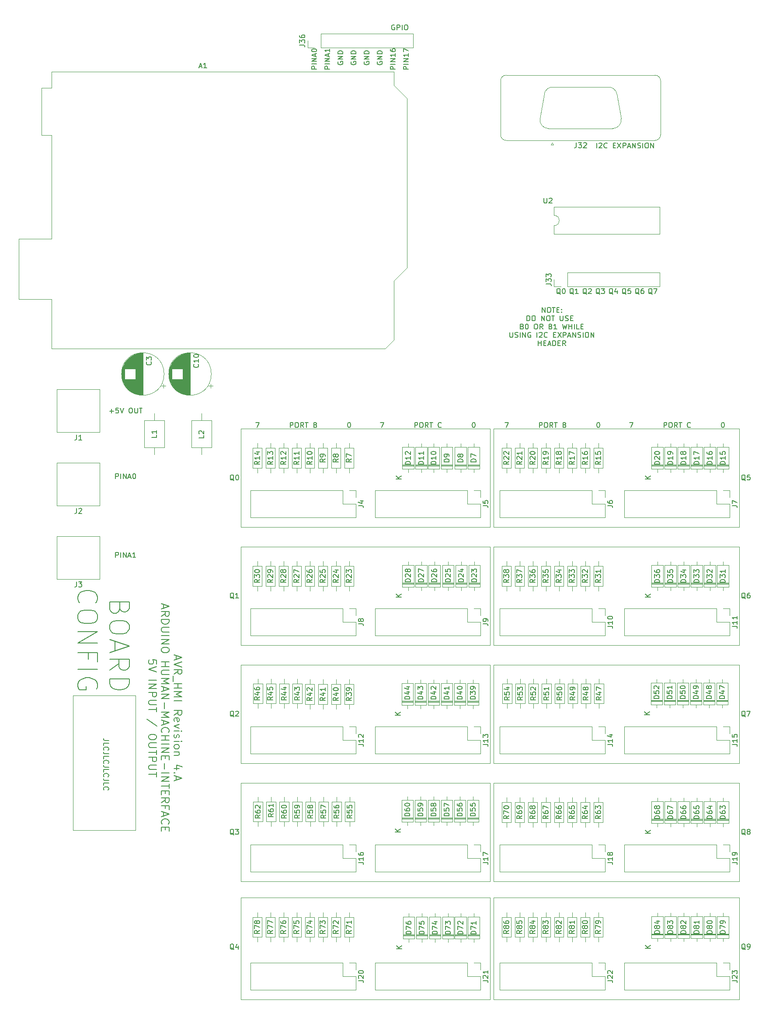
<source format=gbr>
%TF.GenerationSoftware,KiCad,Pcbnew,(6.0.10)*%
%TF.CreationDate,2023-03-28T13:06:31-04:00*%
%TF.ProjectId,PCB_LeftPanel,5043425f-4c65-4667-9450-616e656c2e6b,1*%
%TF.SameCoordinates,Original*%
%TF.FileFunction,Legend,Top*%
%TF.FilePolarity,Positive*%
%FSLAX46Y46*%
G04 Gerber Fmt 4.6, Leading zero omitted, Abs format (unit mm)*
G04 Created by KiCad (PCBNEW (6.0.10)) date 2023-03-28 13:06:31*
%MOMM*%
%LPD*%
G01*
G04 APERTURE LIST*
%ADD10C,0.120000*%
%ADD11C,0.150000*%
G04 APERTURE END LIST*
D10*
X65532000Y-120269000D02*
X65532000Y-139319000D01*
X65532000Y-120269000D02*
X66802000Y-120269000D01*
X65532000Y-162179000D02*
X65532000Y-143129000D01*
X113792000Y-185039000D02*
X113792000Y-165989000D01*
X65532000Y-207899000D02*
X65532000Y-188849000D01*
X113792000Y-230759000D02*
X66167000Y-230759000D01*
X162052000Y-139319000D02*
X114427000Y-139319000D01*
X162052000Y-143129000D02*
X114427000Y-143129000D01*
X114427000Y-185039000D02*
X114427000Y-165989000D01*
X114427000Y-207899000D02*
X114427000Y-188849000D01*
X114427000Y-230759000D02*
X114427000Y-211074000D01*
X33020000Y-197993000D02*
X33020000Y-171958000D01*
X113792000Y-139319000D02*
X65532000Y-139319000D01*
X114427000Y-120269000D02*
X162052000Y-120269000D01*
X66167000Y-230759000D02*
X65532000Y-230759000D01*
X162052000Y-184404000D02*
X162052000Y-185039000D01*
X113792000Y-207899000D02*
X65532000Y-207899000D01*
X65532000Y-211074000D02*
X113792000Y-211074000D01*
X65532000Y-165989000D02*
X65532000Y-185039000D01*
X113792000Y-188849000D02*
X113792000Y-207899000D01*
X66802000Y-120269000D02*
X113792000Y-120269000D01*
X114427000Y-143129000D02*
X114427000Y-162179000D01*
X33020000Y-171958000D02*
X45085000Y-171958000D01*
X65532000Y-230759000D02*
X65532000Y-211074000D01*
X65532000Y-185039000D02*
X113792000Y-185039000D01*
X162052000Y-188849000D02*
X162052000Y-207264000D01*
X45085000Y-197993000D02*
X33020000Y-197993000D01*
X113792000Y-120269000D02*
X113792000Y-139319000D01*
X162052000Y-120269000D02*
X162052000Y-138684000D01*
X114427000Y-165989000D02*
X162052000Y-165989000D01*
X162052000Y-185039000D02*
X114427000Y-185039000D01*
X162052000Y-165989000D02*
X162052000Y-184404000D01*
X114427000Y-162179000D02*
X162052000Y-162179000D01*
X162052000Y-230759000D02*
X114427000Y-230759000D01*
X162052000Y-230124000D02*
X162052000Y-230759000D01*
X114427000Y-211074000D02*
X162052000Y-211074000D01*
X162052000Y-207899000D02*
X114427000Y-207899000D01*
X114427000Y-188849000D02*
X162052000Y-188849000D01*
X162052000Y-162179000D02*
X162052000Y-143129000D01*
X45085000Y-171958000D02*
X45085000Y-197993000D01*
X113792000Y-165989000D02*
X65532000Y-165989000D01*
X162052000Y-211074000D02*
X162052000Y-230124000D01*
X65532000Y-143129000D02*
X113792000Y-143129000D01*
X113792000Y-162179000D02*
X65532000Y-162179000D01*
X65532000Y-188849000D02*
X113792000Y-188849000D01*
X113792000Y-143129000D02*
X113792000Y-162179000D01*
X162052000Y-138684000D02*
X162052000Y-139319000D01*
X114427000Y-139319000D02*
X114427000Y-120269000D01*
X113792000Y-211074000D02*
X113792000Y-230759000D01*
X162052000Y-207264000D02*
X162052000Y-207899000D01*
D11*
X64166761Y-176061619D02*
X64071523Y-176014000D01*
X63976285Y-175918761D01*
X63833428Y-175775904D01*
X63738190Y-175728285D01*
X63642952Y-175728285D01*
X63690571Y-175966380D02*
X63595333Y-175918761D01*
X63500095Y-175823523D01*
X63452476Y-175633047D01*
X63452476Y-175299714D01*
X63500095Y-175109238D01*
X63595333Y-175014000D01*
X63690571Y-174966380D01*
X63881047Y-174966380D01*
X63976285Y-175014000D01*
X64071523Y-175109238D01*
X64119142Y-175299714D01*
X64119142Y-175633047D01*
X64071523Y-175823523D01*
X63976285Y-175918761D01*
X63881047Y-175966380D01*
X63690571Y-175966380D01*
X64500095Y-175061619D02*
X64547714Y-175014000D01*
X64642952Y-174966380D01*
X64881047Y-174966380D01*
X64976285Y-175014000D01*
X65023904Y-175061619D01*
X65071523Y-175156857D01*
X65071523Y-175252095D01*
X65023904Y-175394952D01*
X64452476Y-175966380D01*
X65071523Y-175966380D01*
X86439380Y-119086380D02*
X86534619Y-119086380D01*
X86629857Y-119134000D01*
X86677476Y-119181619D01*
X86725095Y-119276857D01*
X86772714Y-119467333D01*
X86772714Y-119705428D01*
X86725095Y-119895904D01*
X86677476Y-119991142D01*
X86629857Y-120038761D01*
X86534619Y-120086380D01*
X86439380Y-120086380D01*
X86344142Y-120038761D01*
X86296523Y-119991142D01*
X86248904Y-119895904D01*
X86201285Y-119705428D01*
X86201285Y-119467333D01*
X86248904Y-119276857D01*
X86296523Y-119181619D01*
X86344142Y-119134000D01*
X86439380Y-119086380D01*
X92503666Y-119086380D02*
X93170333Y-119086380D01*
X92741761Y-120086380D01*
X39917619Y-180673952D02*
X39203333Y-180673952D01*
X39060476Y-180626333D01*
X38965238Y-180531095D01*
X38917619Y-180388238D01*
X38917619Y-180293000D01*
X38917619Y-181626333D02*
X38917619Y-181150142D01*
X39917619Y-181150142D01*
X39012857Y-182531095D02*
X38965238Y-182483476D01*
X38917619Y-182340619D01*
X38917619Y-182245380D01*
X38965238Y-182102523D01*
X39060476Y-182007285D01*
X39155714Y-181959666D01*
X39346190Y-181912047D01*
X39489047Y-181912047D01*
X39679523Y-181959666D01*
X39774761Y-182007285D01*
X39870000Y-182102523D01*
X39917619Y-182245380D01*
X39917619Y-182340619D01*
X39870000Y-182483476D01*
X39822380Y-182531095D01*
X39917619Y-183245380D02*
X39203333Y-183245380D01*
X39060476Y-183197761D01*
X38965238Y-183102523D01*
X38917619Y-182959666D01*
X38917619Y-182864428D01*
X38917619Y-184197761D02*
X38917619Y-183721571D01*
X39917619Y-183721571D01*
X39012857Y-185102523D02*
X38965238Y-185054904D01*
X38917619Y-184912047D01*
X38917619Y-184816809D01*
X38965238Y-184673952D01*
X39060476Y-184578714D01*
X39155714Y-184531095D01*
X39346190Y-184483476D01*
X39489047Y-184483476D01*
X39679523Y-184531095D01*
X39774761Y-184578714D01*
X39870000Y-184673952D01*
X39917619Y-184816809D01*
X39917619Y-184912047D01*
X39870000Y-185054904D01*
X39822380Y-185102523D01*
X39917619Y-185816809D02*
X39203333Y-185816809D01*
X39060476Y-185769190D01*
X38965238Y-185673952D01*
X38917619Y-185531095D01*
X38917619Y-185435857D01*
X38917619Y-186769190D02*
X38917619Y-186293000D01*
X39917619Y-186293000D01*
X39012857Y-187673952D02*
X38965238Y-187626333D01*
X38917619Y-187483476D01*
X38917619Y-187388238D01*
X38965238Y-187245380D01*
X39060476Y-187150142D01*
X39155714Y-187102523D01*
X39346190Y-187054904D01*
X39489047Y-187054904D01*
X39679523Y-187102523D01*
X39774761Y-187150142D01*
X39870000Y-187245380D01*
X39917619Y-187388238D01*
X39917619Y-187483476D01*
X39870000Y-187626333D01*
X39822380Y-187673952D01*
X39917619Y-188388238D02*
X39203333Y-188388238D01*
X39060476Y-188340619D01*
X38965238Y-188245380D01*
X38917619Y-188102523D01*
X38917619Y-188007285D01*
X38917619Y-189340619D02*
X38917619Y-188864428D01*
X39917619Y-188864428D01*
X39012857Y-190245380D02*
X38965238Y-190197761D01*
X38917619Y-190054904D01*
X38917619Y-189959666D01*
X38965238Y-189816809D01*
X39060476Y-189721571D01*
X39155714Y-189673952D01*
X39346190Y-189626333D01*
X39489047Y-189626333D01*
X39679523Y-189673952D01*
X39774761Y-189721571D01*
X39870000Y-189816809D01*
X39917619Y-189959666D01*
X39917619Y-190054904D01*
X39870000Y-190197761D01*
X39822380Y-190245380D01*
X68373666Y-119086380D02*
X69040333Y-119086380D01*
X68611761Y-120086380D01*
X80208380Y-50696571D02*
X79208380Y-50696571D01*
X79208380Y-50315619D01*
X79256000Y-50220380D01*
X79303619Y-50172761D01*
X79398857Y-50125142D01*
X79541714Y-50125142D01*
X79636952Y-50172761D01*
X79684571Y-50220380D01*
X79732190Y-50315619D01*
X79732190Y-50696571D01*
X80208380Y-49696571D02*
X79208380Y-49696571D01*
X80208380Y-49220380D02*
X79208380Y-49220380D01*
X80208380Y-48648952D01*
X79208380Y-48648952D01*
X79922666Y-48220380D02*
X79922666Y-47744190D01*
X80208380Y-48315619D02*
X79208380Y-47982285D01*
X80208380Y-47648952D01*
X79208380Y-47125142D02*
X79208380Y-47029904D01*
X79256000Y-46934666D01*
X79303619Y-46887047D01*
X79398857Y-46839428D01*
X79589333Y-46791809D01*
X79827428Y-46791809D01*
X80017904Y-46839428D01*
X80113142Y-46887047D01*
X80160761Y-46934666D01*
X80208380Y-47029904D01*
X80208380Y-47125142D01*
X80160761Y-47220380D01*
X80113142Y-47268000D01*
X80017904Y-47315619D01*
X79827428Y-47363238D01*
X79589333Y-47363238D01*
X79398857Y-47315619D01*
X79303619Y-47268000D01*
X79256000Y-47220380D01*
X79208380Y-47125142D01*
X135032761Y-94273619D02*
X134937523Y-94226000D01*
X134842285Y-94130761D01*
X134699428Y-93987904D01*
X134604190Y-93940285D01*
X134508952Y-93940285D01*
X134556571Y-94178380D02*
X134461333Y-94130761D01*
X134366095Y-94035523D01*
X134318476Y-93845047D01*
X134318476Y-93511714D01*
X134366095Y-93321238D01*
X134461333Y-93226000D01*
X134556571Y-93178380D01*
X134747047Y-93178380D01*
X134842285Y-93226000D01*
X134937523Y-93321238D01*
X134985142Y-93511714D01*
X134985142Y-93845047D01*
X134937523Y-94035523D01*
X134842285Y-94130761D01*
X134747047Y-94178380D01*
X134556571Y-94178380D01*
X135318476Y-93178380D02*
X135937523Y-93178380D01*
X135604190Y-93559333D01*
X135747047Y-93559333D01*
X135842285Y-93606952D01*
X135889904Y-93654571D01*
X135937523Y-93749809D01*
X135937523Y-93987904D01*
X135889904Y-94083142D01*
X135842285Y-94130761D01*
X135747047Y-94178380D01*
X135461333Y-94178380D01*
X135366095Y-94130761D01*
X135318476Y-94083142D01*
X99179380Y-120086380D02*
X99179380Y-119086380D01*
X99560333Y-119086380D01*
X99655571Y-119134000D01*
X99703190Y-119181619D01*
X99750809Y-119276857D01*
X99750809Y-119419714D01*
X99703190Y-119514952D01*
X99655571Y-119562571D01*
X99560333Y-119610190D01*
X99179380Y-119610190D01*
X100369857Y-119086380D02*
X100560333Y-119086380D01*
X100655571Y-119134000D01*
X100750809Y-119229238D01*
X100798428Y-119419714D01*
X100798428Y-119753047D01*
X100750809Y-119943523D01*
X100655571Y-120038761D01*
X100560333Y-120086380D01*
X100369857Y-120086380D01*
X100274619Y-120038761D01*
X100179380Y-119943523D01*
X100131761Y-119753047D01*
X100131761Y-119419714D01*
X100179380Y-119229238D01*
X100274619Y-119134000D01*
X100369857Y-119086380D01*
X101798428Y-120086380D02*
X101465095Y-119610190D01*
X101227000Y-120086380D02*
X101227000Y-119086380D01*
X101607952Y-119086380D01*
X101703190Y-119134000D01*
X101750809Y-119181619D01*
X101798428Y-119276857D01*
X101798428Y-119419714D01*
X101750809Y-119514952D01*
X101703190Y-119562571D01*
X101607952Y-119610190D01*
X101227000Y-119610190D01*
X102084142Y-119086380D02*
X102655571Y-119086380D01*
X102369857Y-120086380D02*
X102369857Y-119086380D01*
X104322238Y-119991142D02*
X104274619Y-120038761D01*
X104131761Y-120086380D01*
X104036523Y-120086380D01*
X103893666Y-120038761D01*
X103798428Y-119943523D01*
X103750809Y-119848285D01*
X103703190Y-119657809D01*
X103703190Y-119514952D01*
X103750809Y-119324476D01*
X103798428Y-119229238D01*
X103893666Y-119134000D01*
X104036523Y-119086380D01*
X104131761Y-119086380D01*
X104274619Y-119134000D01*
X104322238Y-119181619D01*
X123309380Y-120086380D02*
X123309380Y-119086380D01*
X123690333Y-119086380D01*
X123785571Y-119134000D01*
X123833190Y-119181619D01*
X123880809Y-119276857D01*
X123880809Y-119419714D01*
X123833190Y-119514952D01*
X123785571Y-119562571D01*
X123690333Y-119610190D01*
X123309380Y-119610190D01*
X124499857Y-119086380D02*
X124690333Y-119086380D01*
X124785571Y-119134000D01*
X124880809Y-119229238D01*
X124928428Y-119419714D01*
X124928428Y-119753047D01*
X124880809Y-119943523D01*
X124785571Y-120038761D01*
X124690333Y-120086380D01*
X124499857Y-120086380D01*
X124404619Y-120038761D01*
X124309380Y-119943523D01*
X124261761Y-119753047D01*
X124261761Y-119419714D01*
X124309380Y-119229238D01*
X124404619Y-119134000D01*
X124499857Y-119086380D01*
X125928428Y-120086380D02*
X125595095Y-119610190D01*
X125357000Y-120086380D02*
X125357000Y-119086380D01*
X125737952Y-119086380D01*
X125833190Y-119134000D01*
X125880809Y-119181619D01*
X125928428Y-119276857D01*
X125928428Y-119419714D01*
X125880809Y-119514952D01*
X125833190Y-119562571D01*
X125737952Y-119610190D01*
X125357000Y-119610190D01*
X126214142Y-119086380D02*
X126785571Y-119086380D01*
X126499857Y-120086380D02*
X126499857Y-119086380D01*
X128214142Y-119562571D02*
X128357000Y-119610190D01*
X128404619Y-119657809D01*
X128452238Y-119753047D01*
X128452238Y-119895904D01*
X128404619Y-119991142D01*
X128357000Y-120038761D01*
X128261761Y-120086380D01*
X127880809Y-120086380D01*
X127880809Y-119086380D01*
X128214142Y-119086380D01*
X128309380Y-119134000D01*
X128357000Y-119181619D01*
X128404619Y-119276857D01*
X128404619Y-119372095D01*
X128357000Y-119467333D01*
X128309380Y-119514952D01*
X128214142Y-119562571D01*
X127880809Y-119562571D01*
X84336000Y-49275904D02*
X84288380Y-49371142D01*
X84288380Y-49514000D01*
X84336000Y-49656857D01*
X84431238Y-49752095D01*
X84526476Y-49799714D01*
X84716952Y-49847333D01*
X84859809Y-49847333D01*
X85050285Y-49799714D01*
X85145523Y-49752095D01*
X85240761Y-49656857D01*
X85288380Y-49514000D01*
X85288380Y-49418761D01*
X85240761Y-49275904D01*
X85193142Y-49228285D01*
X84859809Y-49228285D01*
X84859809Y-49418761D01*
X85288380Y-48799714D02*
X84288380Y-48799714D01*
X85288380Y-48228285D01*
X84288380Y-48228285D01*
X85288380Y-47752095D02*
X84288380Y-47752095D01*
X84288380Y-47514000D01*
X84336000Y-47371142D01*
X84431238Y-47275904D01*
X84526476Y-47228285D01*
X84716952Y-47180666D01*
X84859809Y-47180666D01*
X85050285Y-47228285D01*
X85145523Y-47275904D01*
X85240761Y-47371142D01*
X85288380Y-47514000D01*
X85288380Y-47752095D01*
X95448380Y-50744190D02*
X94448380Y-50744190D01*
X94448380Y-50363238D01*
X94496000Y-50268000D01*
X94543619Y-50220380D01*
X94638857Y-50172761D01*
X94781714Y-50172761D01*
X94876952Y-50220380D01*
X94924571Y-50268000D01*
X94972190Y-50363238D01*
X94972190Y-50744190D01*
X95448380Y-49744190D02*
X94448380Y-49744190D01*
X95448380Y-49268000D02*
X94448380Y-49268000D01*
X95448380Y-48696571D01*
X94448380Y-48696571D01*
X95448380Y-47696571D02*
X95448380Y-48268000D01*
X95448380Y-47982285D02*
X94448380Y-47982285D01*
X94591238Y-48077523D01*
X94686476Y-48172761D01*
X94734095Y-48268000D01*
X94448380Y-46839428D02*
X94448380Y-47029904D01*
X94496000Y-47125142D01*
X94543619Y-47172761D01*
X94686476Y-47268000D01*
X94876952Y-47315619D01*
X95257904Y-47315619D01*
X95353142Y-47268000D01*
X95400761Y-47220380D01*
X95448380Y-47125142D01*
X95448380Y-46934666D01*
X95400761Y-46839428D01*
X95353142Y-46791809D01*
X95257904Y-46744190D01*
X95019809Y-46744190D01*
X94924571Y-46791809D01*
X94876952Y-46839428D01*
X94829333Y-46934666D01*
X94829333Y-47125142D01*
X94876952Y-47220380D01*
X94924571Y-47268000D01*
X95019809Y-47315619D01*
X140763666Y-119086380D02*
X141430333Y-119086380D01*
X141001761Y-120086380D01*
X147439380Y-120086380D02*
X147439380Y-119086380D01*
X147820333Y-119086380D01*
X147915571Y-119134000D01*
X147963190Y-119181619D01*
X148010809Y-119276857D01*
X148010809Y-119419714D01*
X147963190Y-119514952D01*
X147915571Y-119562571D01*
X147820333Y-119610190D01*
X147439380Y-119610190D01*
X148629857Y-119086380D02*
X148820333Y-119086380D01*
X148915571Y-119134000D01*
X149010809Y-119229238D01*
X149058428Y-119419714D01*
X149058428Y-119753047D01*
X149010809Y-119943523D01*
X148915571Y-120038761D01*
X148820333Y-120086380D01*
X148629857Y-120086380D01*
X148534619Y-120038761D01*
X148439380Y-119943523D01*
X148391761Y-119753047D01*
X148391761Y-119419714D01*
X148439380Y-119229238D01*
X148534619Y-119134000D01*
X148629857Y-119086380D01*
X150058428Y-120086380D02*
X149725095Y-119610190D01*
X149487000Y-120086380D02*
X149487000Y-119086380D01*
X149867952Y-119086380D01*
X149963190Y-119134000D01*
X150010809Y-119181619D01*
X150058428Y-119276857D01*
X150058428Y-119419714D01*
X150010809Y-119514952D01*
X149963190Y-119562571D01*
X149867952Y-119610190D01*
X149487000Y-119610190D01*
X150344142Y-119086380D02*
X150915571Y-119086380D01*
X150629857Y-120086380D02*
X150629857Y-119086380D01*
X152582238Y-119991142D02*
X152534619Y-120038761D01*
X152391761Y-120086380D01*
X152296523Y-120086380D01*
X152153666Y-120038761D01*
X152058428Y-119943523D01*
X152010809Y-119848285D01*
X151963190Y-119657809D01*
X151963190Y-119514952D01*
X152010809Y-119324476D01*
X152058428Y-119229238D01*
X152153666Y-119134000D01*
X152296523Y-119086380D01*
X152391761Y-119086380D01*
X152534619Y-119134000D01*
X152582238Y-119181619D01*
X163226761Y-130341619D02*
X163131523Y-130294000D01*
X163036285Y-130198761D01*
X162893428Y-130055904D01*
X162798190Y-130008285D01*
X162702952Y-130008285D01*
X162750571Y-130246380D02*
X162655333Y-130198761D01*
X162560095Y-130103523D01*
X162512476Y-129913047D01*
X162512476Y-129579714D01*
X162560095Y-129389238D01*
X162655333Y-129294000D01*
X162750571Y-129246380D01*
X162941047Y-129246380D01*
X163036285Y-129294000D01*
X163131523Y-129389238D01*
X163179142Y-129579714D01*
X163179142Y-129913047D01*
X163131523Y-130103523D01*
X163036285Y-130198761D01*
X162941047Y-130246380D01*
X162750571Y-130246380D01*
X164083904Y-129246380D02*
X163607714Y-129246380D01*
X163560095Y-129722571D01*
X163607714Y-129674952D01*
X163702952Y-129627333D01*
X163941047Y-129627333D01*
X164036285Y-129674952D01*
X164083904Y-129722571D01*
X164131523Y-129817809D01*
X164131523Y-130055904D01*
X164083904Y-130151142D01*
X164036285Y-130198761D01*
X163941047Y-130246380D01*
X163702952Y-130246380D01*
X163607714Y-130198761D01*
X163560095Y-130151142D01*
X127412761Y-94273619D02*
X127317523Y-94226000D01*
X127222285Y-94130761D01*
X127079428Y-93987904D01*
X126984190Y-93940285D01*
X126888952Y-93940285D01*
X126936571Y-94178380D02*
X126841333Y-94130761D01*
X126746095Y-94035523D01*
X126698476Y-93845047D01*
X126698476Y-93511714D01*
X126746095Y-93321238D01*
X126841333Y-93226000D01*
X126936571Y-93178380D01*
X127127047Y-93178380D01*
X127222285Y-93226000D01*
X127317523Y-93321238D01*
X127365142Y-93511714D01*
X127365142Y-93845047D01*
X127317523Y-94035523D01*
X127222285Y-94130761D01*
X127127047Y-94178380D01*
X126936571Y-94178380D01*
X127984190Y-93178380D02*
X128079428Y-93178380D01*
X128174666Y-93226000D01*
X128222285Y-93273619D01*
X128269904Y-93368857D01*
X128317523Y-93559333D01*
X128317523Y-93797428D01*
X128269904Y-93987904D01*
X128222285Y-94083142D01*
X128174666Y-94130761D01*
X128079428Y-94178380D01*
X127984190Y-94178380D01*
X127888952Y-94130761D01*
X127841333Y-94083142D01*
X127793714Y-93987904D01*
X127746095Y-93797428D01*
X127746095Y-93559333D01*
X127793714Y-93368857D01*
X127841333Y-93273619D01*
X127888952Y-93226000D01*
X127984190Y-93178380D01*
X41251428Y-145232380D02*
X41251428Y-144232380D01*
X41632380Y-144232380D01*
X41727619Y-144280000D01*
X41775238Y-144327619D01*
X41822857Y-144422857D01*
X41822857Y-144565714D01*
X41775238Y-144660952D01*
X41727619Y-144708571D01*
X41632380Y-144756190D01*
X41251428Y-144756190D01*
X42251428Y-145232380D02*
X42251428Y-144232380D01*
X42727619Y-145232380D02*
X42727619Y-144232380D01*
X43299047Y-145232380D01*
X43299047Y-144232380D01*
X43727619Y-144946666D02*
X44203809Y-144946666D01*
X43632380Y-145232380D02*
X43965714Y-144232380D01*
X44299047Y-145232380D01*
X45156190Y-145232380D02*
X44584761Y-145232380D01*
X44870476Y-145232380D02*
X44870476Y-144232380D01*
X44775238Y-144375238D01*
X44680000Y-144470476D01*
X44584761Y-144518095D01*
X86876000Y-49275904D02*
X86828380Y-49371142D01*
X86828380Y-49514000D01*
X86876000Y-49656857D01*
X86971238Y-49752095D01*
X87066476Y-49799714D01*
X87256952Y-49847333D01*
X87399809Y-49847333D01*
X87590285Y-49799714D01*
X87685523Y-49752095D01*
X87780761Y-49656857D01*
X87828380Y-49514000D01*
X87828380Y-49418761D01*
X87780761Y-49275904D01*
X87733142Y-49228285D01*
X87399809Y-49228285D01*
X87399809Y-49418761D01*
X87828380Y-48799714D02*
X86828380Y-48799714D01*
X87828380Y-48228285D01*
X86828380Y-48228285D01*
X87828380Y-47752095D02*
X86828380Y-47752095D01*
X86828380Y-47514000D01*
X86876000Y-47371142D01*
X86971238Y-47275904D01*
X87066476Y-47228285D01*
X87256952Y-47180666D01*
X87399809Y-47180666D01*
X87590285Y-47228285D01*
X87685523Y-47275904D01*
X87780761Y-47371142D01*
X87828380Y-47514000D01*
X87828380Y-47752095D01*
X64166761Y-221146619D02*
X64071523Y-221099000D01*
X63976285Y-221003761D01*
X63833428Y-220860904D01*
X63738190Y-220813285D01*
X63642952Y-220813285D01*
X63690571Y-221051380D02*
X63595333Y-221003761D01*
X63500095Y-220908523D01*
X63452476Y-220718047D01*
X63452476Y-220384714D01*
X63500095Y-220194238D01*
X63595333Y-220099000D01*
X63690571Y-220051380D01*
X63881047Y-220051380D01*
X63976285Y-220099000D01*
X64071523Y-220194238D01*
X64119142Y-220384714D01*
X64119142Y-220718047D01*
X64071523Y-220908523D01*
X63976285Y-221003761D01*
X63881047Y-221051380D01*
X63690571Y-221051380D01*
X64976285Y-220384714D02*
X64976285Y-221051380D01*
X64738190Y-220003761D02*
X64500095Y-220718047D01*
X65119142Y-220718047D01*
X123849047Y-97816380D02*
X123849047Y-96816380D01*
X124420476Y-97816380D01*
X124420476Y-96816380D01*
X125087142Y-96816380D02*
X125277619Y-96816380D01*
X125372857Y-96864000D01*
X125468095Y-96959238D01*
X125515714Y-97149714D01*
X125515714Y-97483047D01*
X125468095Y-97673523D01*
X125372857Y-97768761D01*
X125277619Y-97816380D01*
X125087142Y-97816380D01*
X124991904Y-97768761D01*
X124896666Y-97673523D01*
X124849047Y-97483047D01*
X124849047Y-97149714D01*
X124896666Y-96959238D01*
X124991904Y-96864000D01*
X125087142Y-96816380D01*
X125801428Y-96816380D02*
X126372857Y-96816380D01*
X126087142Y-97816380D02*
X126087142Y-96816380D01*
X126706190Y-97292571D02*
X127039523Y-97292571D01*
X127182380Y-97816380D02*
X126706190Y-97816380D01*
X126706190Y-96816380D01*
X127182380Y-96816380D01*
X127610952Y-97721142D02*
X127658571Y-97768761D01*
X127610952Y-97816380D01*
X127563333Y-97768761D01*
X127610952Y-97721142D01*
X127610952Y-97816380D01*
X127610952Y-97197333D02*
X127658571Y-97244952D01*
X127610952Y-97292571D01*
X127563333Y-97244952D01*
X127610952Y-97197333D01*
X127610952Y-97292571D01*
X120920476Y-99426380D02*
X120920476Y-98426380D01*
X121158571Y-98426380D01*
X121301428Y-98474000D01*
X121396666Y-98569238D01*
X121444285Y-98664476D01*
X121491904Y-98854952D01*
X121491904Y-98997809D01*
X121444285Y-99188285D01*
X121396666Y-99283523D01*
X121301428Y-99378761D01*
X121158571Y-99426380D01*
X120920476Y-99426380D01*
X122110952Y-98426380D02*
X122301428Y-98426380D01*
X122396666Y-98474000D01*
X122491904Y-98569238D01*
X122539523Y-98759714D01*
X122539523Y-99093047D01*
X122491904Y-99283523D01*
X122396666Y-99378761D01*
X122301428Y-99426380D01*
X122110952Y-99426380D01*
X122015714Y-99378761D01*
X121920476Y-99283523D01*
X121872857Y-99093047D01*
X121872857Y-98759714D01*
X121920476Y-98569238D01*
X122015714Y-98474000D01*
X122110952Y-98426380D01*
X123730000Y-99426380D02*
X123730000Y-98426380D01*
X124301428Y-99426380D01*
X124301428Y-98426380D01*
X124968095Y-98426380D02*
X125158571Y-98426380D01*
X125253809Y-98474000D01*
X125349047Y-98569238D01*
X125396666Y-98759714D01*
X125396666Y-99093047D01*
X125349047Y-99283523D01*
X125253809Y-99378761D01*
X125158571Y-99426380D01*
X124968095Y-99426380D01*
X124872857Y-99378761D01*
X124777619Y-99283523D01*
X124730000Y-99093047D01*
X124730000Y-98759714D01*
X124777619Y-98569238D01*
X124872857Y-98474000D01*
X124968095Y-98426380D01*
X125682380Y-98426380D02*
X126253809Y-98426380D01*
X125968095Y-99426380D02*
X125968095Y-98426380D01*
X127349047Y-98426380D02*
X127349047Y-99235904D01*
X127396666Y-99331142D01*
X127444285Y-99378761D01*
X127539523Y-99426380D01*
X127730000Y-99426380D01*
X127825238Y-99378761D01*
X127872857Y-99331142D01*
X127920476Y-99235904D01*
X127920476Y-98426380D01*
X128349047Y-99378761D02*
X128491904Y-99426380D01*
X128730000Y-99426380D01*
X128825238Y-99378761D01*
X128872857Y-99331142D01*
X128920476Y-99235904D01*
X128920476Y-99140666D01*
X128872857Y-99045428D01*
X128825238Y-98997809D01*
X128730000Y-98950190D01*
X128539523Y-98902571D01*
X128444285Y-98854952D01*
X128396666Y-98807333D01*
X128349047Y-98712095D01*
X128349047Y-98616857D01*
X128396666Y-98521619D01*
X128444285Y-98474000D01*
X128539523Y-98426380D01*
X128777619Y-98426380D01*
X128920476Y-98474000D01*
X129349047Y-98902571D02*
X129682380Y-98902571D01*
X129825238Y-99426380D02*
X129349047Y-99426380D01*
X129349047Y-98426380D01*
X129825238Y-98426380D01*
X119991904Y-100512571D02*
X120134761Y-100560190D01*
X120182380Y-100607809D01*
X120230000Y-100703047D01*
X120230000Y-100845904D01*
X120182380Y-100941142D01*
X120134761Y-100988761D01*
X120039523Y-101036380D01*
X119658571Y-101036380D01*
X119658571Y-100036380D01*
X119991904Y-100036380D01*
X120087142Y-100084000D01*
X120134761Y-100131619D01*
X120182380Y-100226857D01*
X120182380Y-100322095D01*
X120134761Y-100417333D01*
X120087142Y-100464952D01*
X119991904Y-100512571D01*
X119658571Y-100512571D01*
X120849047Y-100036380D02*
X120944285Y-100036380D01*
X121039523Y-100084000D01*
X121087142Y-100131619D01*
X121134761Y-100226857D01*
X121182380Y-100417333D01*
X121182380Y-100655428D01*
X121134761Y-100845904D01*
X121087142Y-100941142D01*
X121039523Y-100988761D01*
X120944285Y-101036380D01*
X120849047Y-101036380D01*
X120753809Y-100988761D01*
X120706190Y-100941142D01*
X120658571Y-100845904D01*
X120610952Y-100655428D01*
X120610952Y-100417333D01*
X120658571Y-100226857D01*
X120706190Y-100131619D01*
X120753809Y-100084000D01*
X120849047Y-100036380D01*
X122563333Y-100036380D02*
X122753809Y-100036380D01*
X122849047Y-100084000D01*
X122944285Y-100179238D01*
X122991904Y-100369714D01*
X122991904Y-100703047D01*
X122944285Y-100893523D01*
X122849047Y-100988761D01*
X122753809Y-101036380D01*
X122563333Y-101036380D01*
X122468095Y-100988761D01*
X122372857Y-100893523D01*
X122325238Y-100703047D01*
X122325238Y-100369714D01*
X122372857Y-100179238D01*
X122468095Y-100084000D01*
X122563333Y-100036380D01*
X123991904Y-101036380D02*
X123658571Y-100560190D01*
X123420476Y-101036380D02*
X123420476Y-100036380D01*
X123801428Y-100036380D01*
X123896666Y-100084000D01*
X123944285Y-100131619D01*
X123991904Y-100226857D01*
X123991904Y-100369714D01*
X123944285Y-100464952D01*
X123896666Y-100512571D01*
X123801428Y-100560190D01*
X123420476Y-100560190D01*
X125515714Y-100512571D02*
X125658571Y-100560190D01*
X125706190Y-100607809D01*
X125753809Y-100703047D01*
X125753809Y-100845904D01*
X125706190Y-100941142D01*
X125658571Y-100988761D01*
X125563333Y-101036380D01*
X125182380Y-101036380D01*
X125182380Y-100036380D01*
X125515714Y-100036380D01*
X125610952Y-100084000D01*
X125658571Y-100131619D01*
X125706190Y-100226857D01*
X125706190Y-100322095D01*
X125658571Y-100417333D01*
X125610952Y-100464952D01*
X125515714Y-100512571D01*
X125182380Y-100512571D01*
X126706190Y-101036380D02*
X126134761Y-101036380D01*
X126420476Y-101036380D02*
X126420476Y-100036380D01*
X126325238Y-100179238D01*
X126230000Y-100274476D01*
X126134761Y-100322095D01*
X127801428Y-100036380D02*
X128039523Y-101036380D01*
X128230000Y-100322095D01*
X128420476Y-101036380D01*
X128658571Y-100036380D01*
X129039523Y-101036380D02*
X129039523Y-100036380D01*
X129039523Y-100512571D02*
X129610952Y-100512571D01*
X129610952Y-101036380D02*
X129610952Y-100036380D01*
X130087142Y-101036380D02*
X130087142Y-100036380D01*
X131039523Y-101036380D02*
X130563333Y-101036380D01*
X130563333Y-100036380D01*
X131372857Y-100512571D02*
X131706190Y-100512571D01*
X131849047Y-101036380D02*
X131372857Y-101036380D01*
X131372857Y-100036380D01*
X131849047Y-100036380D01*
X117587142Y-101646380D02*
X117587142Y-102455904D01*
X117634761Y-102551142D01*
X117682380Y-102598761D01*
X117777619Y-102646380D01*
X117968095Y-102646380D01*
X118063333Y-102598761D01*
X118110952Y-102551142D01*
X118158571Y-102455904D01*
X118158571Y-101646380D01*
X118587142Y-102598761D02*
X118730000Y-102646380D01*
X118968095Y-102646380D01*
X119063333Y-102598761D01*
X119110952Y-102551142D01*
X119158571Y-102455904D01*
X119158571Y-102360666D01*
X119110952Y-102265428D01*
X119063333Y-102217809D01*
X118968095Y-102170190D01*
X118777619Y-102122571D01*
X118682380Y-102074952D01*
X118634761Y-102027333D01*
X118587142Y-101932095D01*
X118587142Y-101836857D01*
X118634761Y-101741619D01*
X118682380Y-101694000D01*
X118777619Y-101646380D01*
X119015714Y-101646380D01*
X119158571Y-101694000D01*
X119587142Y-102646380D02*
X119587142Y-101646380D01*
X120063333Y-102646380D02*
X120063333Y-101646380D01*
X120634761Y-102646380D01*
X120634761Y-101646380D01*
X121634761Y-101694000D02*
X121539523Y-101646380D01*
X121396666Y-101646380D01*
X121253809Y-101694000D01*
X121158571Y-101789238D01*
X121110952Y-101884476D01*
X121063333Y-102074952D01*
X121063333Y-102217809D01*
X121110952Y-102408285D01*
X121158571Y-102503523D01*
X121253809Y-102598761D01*
X121396666Y-102646380D01*
X121491904Y-102646380D01*
X121634761Y-102598761D01*
X121682380Y-102551142D01*
X121682380Y-102217809D01*
X121491904Y-102217809D01*
X122872857Y-102646380D02*
X122872857Y-101646380D01*
X123301428Y-101741619D02*
X123349047Y-101694000D01*
X123444285Y-101646380D01*
X123682380Y-101646380D01*
X123777619Y-101694000D01*
X123825238Y-101741619D01*
X123872857Y-101836857D01*
X123872857Y-101932095D01*
X123825238Y-102074952D01*
X123253809Y-102646380D01*
X123872857Y-102646380D01*
X124872857Y-102551142D02*
X124825238Y-102598761D01*
X124682380Y-102646380D01*
X124587142Y-102646380D01*
X124444285Y-102598761D01*
X124349047Y-102503523D01*
X124301428Y-102408285D01*
X124253809Y-102217809D01*
X124253809Y-102074952D01*
X124301428Y-101884476D01*
X124349047Y-101789238D01*
X124444285Y-101694000D01*
X124587142Y-101646380D01*
X124682380Y-101646380D01*
X124825238Y-101694000D01*
X124872857Y-101741619D01*
X126063333Y-102122571D02*
X126396666Y-102122571D01*
X126539523Y-102646380D02*
X126063333Y-102646380D01*
X126063333Y-101646380D01*
X126539523Y-101646380D01*
X126872857Y-101646380D02*
X127539523Y-102646380D01*
X127539523Y-101646380D02*
X126872857Y-102646380D01*
X127920476Y-102646380D02*
X127920476Y-101646380D01*
X128301428Y-101646380D01*
X128396666Y-101694000D01*
X128444285Y-101741619D01*
X128491904Y-101836857D01*
X128491904Y-101979714D01*
X128444285Y-102074952D01*
X128396666Y-102122571D01*
X128301428Y-102170190D01*
X127920476Y-102170190D01*
X128872857Y-102360666D02*
X129349047Y-102360666D01*
X128777619Y-102646380D02*
X129110952Y-101646380D01*
X129444285Y-102646380D01*
X129777619Y-102646380D02*
X129777619Y-101646380D01*
X130349047Y-102646380D01*
X130349047Y-101646380D01*
X130777619Y-102598761D02*
X130920476Y-102646380D01*
X131158571Y-102646380D01*
X131253809Y-102598761D01*
X131301428Y-102551142D01*
X131349047Y-102455904D01*
X131349047Y-102360666D01*
X131301428Y-102265428D01*
X131253809Y-102217809D01*
X131158571Y-102170190D01*
X130968095Y-102122571D01*
X130872857Y-102074952D01*
X130825238Y-102027333D01*
X130777619Y-101932095D01*
X130777619Y-101836857D01*
X130825238Y-101741619D01*
X130872857Y-101694000D01*
X130968095Y-101646380D01*
X131206190Y-101646380D01*
X131349047Y-101694000D01*
X131777619Y-102646380D02*
X131777619Y-101646380D01*
X132444285Y-101646380D02*
X132634761Y-101646380D01*
X132729999Y-101694000D01*
X132825238Y-101789238D01*
X132872857Y-101979714D01*
X132872857Y-102313047D01*
X132825238Y-102503523D01*
X132729999Y-102598761D01*
X132634761Y-102646380D01*
X132444285Y-102646380D01*
X132349047Y-102598761D01*
X132253809Y-102503523D01*
X132206190Y-102313047D01*
X132206190Y-101979714D01*
X132253809Y-101789238D01*
X132349047Y-101694000D01*
X132444285Y-101646380D01*
X133301428Y-102646380D02*
X133301428Y-101646380D01*
X133872857Y-102646380D01*
X133872857Y-101646380D01*
X123110952Y-104256380D02*
X123110952Y-103256380D01*
X123110952Y-103732571D02*
X123682380Y-103732571D01*
X123682380Y-104256380D02*
X123682380Y-103256380D01*
X124158571Y-103732571D02*
X124491904Y-103732571D01*
X124634761Y-104256380D02*
X124158571Y-104256380D01*
X124158571Y-103256380D01*
X124634761Y-103256380D01*
X125015714Y-103970666D02*
X125491904Y-103970666D01*
X124920476Y-104256380D02*
X125253809Y-103256380D01*
X125587142Y-104256380D01*
X125920476Y-104256380D02*
X125920476Y-103256380D01*
X126158571Y-103256380D01*
X126301428Y-103304000D01*
X126396666Y-103399238D01*
X126444285Y-103494476D01*
X126491904Y-103684952D01*
X126491904Y-103827809D01*
X126444285Y-104018285D01*
X126396666Y-104113523D01*
X126301428Y-104208761D01*
X126158571Y-104256380D01*
X125920476Y-104256380D01*
X126920476Y-103732571D02*
X127253809Y-103732571D01*
X127396666Y-104256380D02*
X126920476Y-104256380D01*
X126920476Y-103256380D01*
X127396666Y-103256380D01*
X128396666Y-104256380D02*
X128063333Y-103780190D01*
X127825238Y-104256380D02*
X127825238Y-103256380D01*
X128206190Y-103256380D01*
X128301428Y-103304000D01*
X128349047Y-103351619D01*
X128396666Y-103446857D01*
X128396666Y-103589714D01*
X128349047Y-103684952D01*
X128301428Y-103732571D01*
X128206190Y-103780190D01*
X127825238Y-103780190D01*
X132492761Y-94273619D02*
X132397523Y-94226000D01*
X132302285Y-94130761D01*
X132159428Y-93987904D01*
X132064190Y-93940285D01*
X131968952Y-93940285D01*
X132016571Y-94178380D02*
X131921333Y-94130761D01*
X131826095Y-94035523D01*
X131778476Y-93845047D01*
X131778476Y-93511714D01*
X131826095Y-93321238D01*
X131921333Y-93226000D01*
X132016571Y-93178380D01*
X132207047Y-93178380D01*
X132302285Y-93226000D01*
X132397523Y-93321238D01*
X132445142Y-93511714D01*
X132445142Y-93845047D01*
X132397523Y-94035523D01*
X132302285Y-94130761D01*
X132207047Y-94178380D01*
X132016571Y-94178380D01*
X132826095Y-93273619D02*
X132873714Y-93226000D01*
X132968952Y-93178380D01*
X133207047Y-93178380D01*
X133302285Y-93226000D01*
X133349904Y-93273619D01*
X133397523Y-93368857D01*
X133397523Y-93464095D01*
X133349904Y-93606952D01*
X132778476Y-94178380D01*
X133397523Y-94178380D01*
X91956000Y-49275904D02*
X91908380Y-49371142D01*
X91908380Y-49514000D01*
X91956000Y-49656857D01*
X92051238Y-49752095D01*
X92146476Y-49799714D01*
X92336952Y-49847333D01*
X92479809Y-49847333D01*
X92670285Y-49799714D01*
X92765523Y-49752095D01*
X92860761Y-49656857D01*
X92908380Y-49514000D01*
X92908380Y-49418761D01*
X92860761Y-49275904D01*
X92813142Y-49228285D01*
X92479809Y-49228285D01*
X92479809Y-49418761D01*
X92908380Y-48799714D02*
X91908380Y-48799714D01*
X92908380Y-48228285D01*
X91908380Y-48228285D01*
X92908380Y-47752095D02*
X91908380Y-47752095D01*
X91908380Y-47514000D01*
X91956000Y-47371142D01*
X92051238Y-47275904D01*
X92146476Y-47228285D01*
X92336952Y-47180666D01*
X92479809Y-47180666D01*
X92670285Y-47228285D01*
X92765523Y-47275904D01*
X92860761Y-47371142D01*
X92908380Y-47514000D01*
X92908380Y-47752095D01*
X64166761Y-198921619D02*
X64071523Y-198874000D01*
X63976285Y-198778761D01*
X63833428Y-198635904D01*
X63738190Y-198588285D01*
X63642952Y-198588285D01*
X63690571Y-198826380D02*
X63595333Y-198778761D01*
X63500095Y-198683523D01*
X63452476Y-198493047D01*
X63452476Y-198159714D01*
X63500095Y-197969238D01*
X63595333Y-197874000D01*
X63690571Y-197826380D01*
X63881047Y-197826380D01*
X63976285Y-197874000D01*
X64071523Y-197969238D01*
X64119142Y-198159714D01*
X64119142Y-198493047D01*
X64071523Y-198683523D01*
X63976285Y-198778761D01*
X63881047Y-198826380D01*
X63690571Y-198826380D01*
X64452476Y-197826380D02*
X65071523Y-197826380D01*
X64738190Y-198207333D01*
X64881047Y-198207333D01*
X64976285Y-198254952D01*
X65023904Y-198302571D01*
X65071523Y-198397809D01*
X65071523Y-198635904D01*
X65023904Y-198731142D01*
X64976285Y-198778761D01*
X64881047Y-198826380D01*
X64595333Y-198826380D01*
X64500095Y-198778761D01*
X64452476Y-198731142D01*
X163226761Y-221146619D02*
X163131523Y-221099000D01*
X163036285Y-221003761D01*
X162893428Y-220860904D01*
X162798190Y-220813285D01*
X162702952Y-220813285D01*
X162750571Y-221051380D02*
X162655333Y-221003761D01*
X162560095Y-220908523D01*
X162512476Y-220718047D01*
X162512476Y-220384714D01*
X162560095Y-220194238D01*
X162655333Y-220099000D01*
X162750571Y-220051380D01*
X162941047Y-220051380D01*
X163036285Y-220099000D01*
X163131523Y-220194238D01*
X163179142Y-220384714D01*
X163179142Y-220718047D01*
X163131523Y-220908523D01*
X163036285Y-221003761D01*
X162941047Y-221051380D01*
X162750571Y-221051380D01*
X163655333Y-221051380D02*
X163845809Y-221051380D01*
X163941047Y-221003761D01*
X163988666Y-220956142D01*
X164083904Y-220813285D01*
X164131523Y-220622809D01*
X164131523Y-220241857D01*
X164083904Y-220146619D01*
X164036285Y-220099000D01*
X163941047Y-220051380D01*
X163750571Y-220051380D01*
X163655333Y-220099000D01*
X163607714Y-220146619D01*
X163560095Y-220241857D01*
X163560095Y-220479952D01*
X163607714Y-220575190D01*
X163655333Y-220622809D01*
X163750571Y-220670428D01*
X163941047Y-220670428D01*
X164036285Y-220622809D01*
X164083904Y-220575190D01*
X164131523Y-220479952D01*
X97988380Y-50744190D02*
X96988380Y-50744190D01*
X96988380Y-50363238D01*
X97036000Y-50268000D01*
X97083619Y-50220380D01*
X97178857Y-50172761D01*
X97321714Y-50172761D01*
X97416952Y-50220380D01*
X97464571Y-50268000D01*
X97512190Y-50363238D01*
X97512190Y-50744190D01*
X97988380Y-49744190D02*
X96988380Y-49744190D01*
X97988380Y-49268000D02*
X96988380Y-49268000D01*
X97988380Y-48696571D01*
X96988380Y-48696571D01*
X97988380Y-47696571D02*
X97988380Y-48268000D01*
X97988380Y-47982285D02*
X96988380Y-47982285D01*
X97131238Y-48077523D01*
X97226476Y-48172761D01*
X97274095Y-48268000D01*
X96988380Y-47363238D02*
X96988380Y-46696571D01*
X97988380Y-47125142D01*
X163226761Y-176061619D02*
X163131523Y-176014000D01*
X163036285Y-175918761D01*
X162893428Y-175775904D01*
X162798190Y-175728285D01*
X162702952Y-175728285D01*
X162750571Y-175966380D02*
X162655333Y-175918761D01*
X162560095Y-175823523D01*
X162512476Y-175633047D01*
X162512476Y-175299714D01*
X162560095Y-175109238D01*
X162655333Y-175014000D01*
X162750571Y-174966380D01*
X162941047Y-174966380D01*
X163036285Y-175014000D01*
X163131523Y-175109238D01*
X163179142Y-175299714D01*
X163179142Y-175633047D01*
X163131523Y-175823523D01*
X163036285Y-175918761D01*
X162941047Y-175966380D01*
X162750571Y-175966380D01*
X163512476Y-174966380D02*
X164179142Y-174966380D01*
X163750571Y-175966380D01*
X142652761Y-94273619D02*
X142557523Y-94226000D01*
X142462285Y-94130761D01*
X142319428Y-93987904D01*
X142224190Y-93940285D01*
X142128952Y-93940285D01*
X142176571Y-94178380D02*
X142081333Y-94130761D01*
X141986095Y-94035523D01*
X141938476Y-93845047D01*
X141938476Y-93511714D01*
X141986095Y-93321238D01*
X142081333Y-93226000D01*
X142176571Y-93178380D01*
X142367047Y-93178380D01*
X142462285Y-93226000D01*
X142557523Y-93321238D01*
X142605142Y-93511714D01*
X142605142Y-93845047D01*
X142557523Y-94035523D01*
X142462285Y-94130761D01*
X142367047Y-94178380D01*
X142176571Y-94178380D01*
X143462285Y-93178380D02*
X143271809Y-93178380D01*
X143176571Y-93226000D01*
X143128952Y-93273619D01*
X143033714Y-93416476D01*
X142986095Y-93606952D01*
X142986095Y-93987904D01*
X143033714Y-94083142D01*
X143081333Y-94130761D01*
X143176571Y-94178380D01*
X143367047Y-94178380D01*
X143462285Y-94130761D01*
X143509904Y-94083142D01*
X143557523Y-93987904D01*
X143557523Y-93749809D01*
X143509904Y-93654571D01*
X143462285Y-93606952D01*
X143367047Y-93559333D01*
X143176571Y-93559333D01*
X143081333Y-93606952D01*
X143033714Y-93654571D01*
X142986095Y-93749809D01*
X52999640Y-164265428D02*
X52999640Y-164991142D01*
X52564211Y-164120285D02*
X54088211Y-164628285D01*
X52564211Y-165136285D01*
X54088211Y-165426571D02*
X52564211Y-165934571D01*
X54088211Y-166442571D01*
X52564211Y-167821428D02*
X53289925Y-167313428D01*
X52564211Y-166950571D02*
X54088211Y-166950571D01*
X54088211Y-167531142D01*
X54015640Y-167676285D01*
X53943068Y-167748857D01*
X53797925Y-167821428D01*
X53580211Y-167821428D01*
X53435068Y-167748857D01*
X53362497Y-167676285D01*
X53289925Y-167531142D01*
X53289925Y-166950571D01*
X52419068Y-168111714D02*
X52419068Y-169272857D01*
X52564211Y-169635714D02*
X54088211Y-169635714D01*
X53362497Y-169635714D02*
X53362497Y-170506571D01*
X52564211Y-170506571D02*
X54088211Y-170506571D01*
X52564211Y-171232285D02*
X54088211Y-171232285D01*
X52999640Y-171740285D01*
X54088211Y-172248285D01*
X52564211Y-172248285D01*
X52564211Y-172974000D02*
X54088211Y-172974000D01*
X52564211Y-175731714D02*
X53289925Y-175223714D01*
X52564211Y-174860857D02*
X54088211Y-174860857D01*
X54088211Y-175441428D01*
X54015640Y-175586571D01*
X53943068Y-175659142D01*
X53797925Y-175731714D01*
X53580211Y-175731714D01*
X53435068Y-175659142D01*
X53362497Y-175586571D01*
X53289925Y-175441428D01*
X53289925Y-174860857D01*
X52636782Y-176965428D02*
X52564211Y-176820285D01*
X52564211Y-176530000D01*
X52636782Y-176384857D01*
X52781925Y-176312285D01*
X53362497Y-176312285D01*
X53507640Y-176384857D01*
X53580211Y-176530000D01*
X53580211Y-176820285D01*
X53507640Y-176965428D01*
X53362497Y-177038000D01*
X53217354Y-177038000D01*
X53072211Y-176312285D01*
X53580211Y-177546000D02*
X52564211Y-177908857D01*
X53580211Y-178271714D01*
X52564211Y-178852285D02*
X53580211Y-178852285D01*
X54088211Y-178852285D02*
X54015640Y-178779714D01*
X53943068Y-178852285D01*
X54015640Y-178924857D01*
X54088211Y-178852285D01*
X53943068Y-178852285D01*
X52636782Y-179505428D02*
X52564211Y-179650571D01*
X52564211Y-179940857D01*
X52636782Y-180086000D01*
X52781925Y-180158571D01*
X52854497Y-180158571D01*
X52999640Y-180086000D01*
X53072211Y-179940857D01*
X53072211Y-179723142D01*
X53144782Y-179578000D01*
X53289925Y-179505428D01*
X53362497Y-179505428D01*
X53507640Y-179578000D01*
X53580211Y-179723142D01*
X53580211Y-179940857D01*
X53507640Y-180086000D01*
X52564211Y-180811714D02*
X53580211Y-180811714D01*
X54088211Y-180811714D02*
X54015640Y-180739142D01*
X53943068Y-180811714D01*
X54015640Y-180884285D01*
X54088211Y-180811714D01*
X53943068Y-180811714D01*
X52564211Y-181755142D02*
X52636782Y-181610000D01*
X52709354Y-181537428D01*
X52854497Y-181464857D01*
X53289925Y-181464857D01*
X53435068Y-181537428D01*
X53507640Y-181610000D01*
X53580211Y-181755142D01*
X53580211Y-181972857D01*
X53507640Y-182118000D01*
X53435068Y-182190571D01*
X53289925Y-182263142D01*
X52854497Y-182263142D01*
X52709354Y-182190571D01*
X52636782Y-182118000D01*
X52564211Y-181972857D01*
X52564211Y-181755142D01*
X53580211Y-182916285D02*
X52564211Y-182916285D01*
X53435068Y-182916285D02*
X53507640Y-182988857D01*
X53580211Y-183134000D01*
X53580211Y-183351714D01*
X53507640Y-183496857D01*
X53362497Y-183569428D01*
X52564211Y-183569428D01*
X53580211Y-186109428D02*
X52564211Y-186109428D01*
X54160782Y-185746571D02*
X53072211Y-185383714D01*
X53072211Y-186327142D01*
X52709354Y-186907714D02*
X52636782Y-186980285D01*
X52564211Y-186907714D01*
X52636782Y-186835142D01*
X52709354Y-186907714D01*
X52564211Y-186907714D01*
X52999640Y-187560857D02*
X52999640Y-188286571D01*
X52564211Y-187415714D02*
X54088211Y-187923714D01*
X52564211Y-188431714D01*
X50546000Y-154359428D02*
X50546000Y-155085142D01*
X50110571Y-154214285D02*
X51634571Y-154722285D01*
X50110571Y-155230285D01*
X50110571Y-156609142D02*
X50836285Y-156101142D01*
X50110571Y-155738285D02*
X51634571Y-155738285D01*
X51634571Y-156318857D01*
X51562000Y-156464000D01*
X51489428Y-156536571D01*
X51344285Y-156609142D01*
X51126571Y-156609142D01*
X50981428Y-156536571D01*
X50908857Y-156464000D01*
X50836285Y-156318857D01*
X50836285Y-155738285D01*
X50110571Y-157262285D02*
X51634571Y-157262285D01*
X51634571Y-157625142D01*
X51562000Y-157842857D01*
X51416857Y-157988000D01*
X51271714Y-158060571D01*
X50981428Y-158133142D01*
X50763714Y-158133142D01*
X50473428Y-158060571D01*
X50328285Y-157988000D01*
X50183142Y-157842857D01*
X50110571Y-157625142D01*
X50110571Y-157262285D01*
X51634571Y-158786285D02*
X50400857Y-158786285D01*
X50255714Y-158858857D01*
X50183142Y-158931428D01*
X50110571Y-159076571D01*
X50110571Y-159366857D01*
X50183142Y-159512000D01*
X50255714Y-159584571D01*
X50400857Y-159657142D01*
X51634571Y-159657142D01*
X50110571Y-160382857D02*
X51634571Y-160382857D01*
X50110571Y-161108571D02*
X51634571Y-161108571D01*
X50110571Y-161979428D01*
X51634571Y-161979428D01*
X51634571Y-162995428D02*
X51634571Y-163285714D01*
X51562000Y-163430857D01*
X51416857Y-163576000D01*
X51126571Y-163648571D01*
X50618571Y-163648571D01*
X50328285Y-163576000D01*
X50183142Y-163430857D01*
X50110571Y-163285714D01*
X50110571Y-162995428D01*
X50183142Y-162850285D01*
X50328285Y-162705142D01*
X50618571Y-162632571D01*
X51126571Y-162632571D01*
X51416857Y-162705142D01*
X51562000Y-162850285D01*
X51634571Y-162995428D01*
X50110571Y-165462857D02*
X51634571Y-165462857D01*
X50908857Y-165462857D02*
X50908857Y-166333714D01*
X50110571Y-166333714D02*
X51634571Y-166333714D01*
X51634571Y-167059428D02*
X50400857Y-167059428D01*
X50255714Y-167132000D01*
X50183142Y-167204571D01*
X50110571Y-167349714D01*
X50110571Y-167640000D01*
X50183142Y-167785142D01*
X50255714Y-167857714D01*
X50400857Y-167930285D01*
X51634571Y-167930285D01*
X50110571Y-168656000D02*
X51634571Y-168656000D01*
X50546000Y-169164000D01*
X51634571Y-169672000D01*
X50110571Y-169672000D01*
X50546000Y-170325142D02*
X50546000Y-171050857D01*
X50110571Y-170180000D02*
X51634571Y-170688000D01*
X50110571Y-171196000D01*
X50110571Y-171704000D02*
X51634571Y-171704000D01*
X50110571Y-172574857D01*
X51634571Y-172574857D01*
X50691142Y-173300571D02*
X50691142Y-174461714D01*
X50110571Y-175187428D02*
X51634571Y-175187428D01*
X50546000Y-175695428D01*
X51634571Y-176203428D01*
X50110571Y-176203428D01*
X50546000Y-176856571D02*
X50546000Y-177582285D01*
X50110571Y-176711428D02*
X51634571Y-177219428D01*
X50110571Y-177727428D01*
X50255714Y-179106285D02*
X50183142Y-179033714D01*
X50110571Y-178816000D01*
X50110571Y-178670857D01*
X50183142Y-178453142D01*
X50328285Y-178308000D01*
X50473428Y-178235428D01*
X50763714Y-178162857D01*
X50981428Y-178162857D01*
X51271714Y-178235428D01*
X51416857Y-178308000D01*
X51562000Y-178453142D01*
X51634571Y-178670857D01*
X51634571Y-178816000D01*
X51562000Y-179033714D01*
X51489428Y-179106285D01*
X50110571Y-179759428D02*
X51634571Y-179759428D01*
X50908857Y-179759428D02*
X50908857Y-180630285D01*
X50110571Y-180630285D02*
X51634571Y-180630285D01*
X50110571Y-181356000D02*
X51634571Y-181356000D01*
X50110571Y-182081714D02*
X51634571Y-182081714D01*
X50110571Y-182952571D01*
X51634571Y-182952571D01*
X50908857Y-183678285D02*
X50908857Y-184186285D01*
X50110571Y-184404000D02*
X50110571Y-183678285D01*
X51634571Y-183678285D01*
X51634571Y-184404000D01*
X50691142Y-185057142D02*
X50691142Y-186218285D01*
X50110571Y-186944000D02*
X51634571Y-186944000D01*
X50110571Y-187669714D02*
X51634571Y-187669714D01*
X50110571Y-188540571D01*
X51634571Y-188540571D01*
X51634571Y-189048571D02*
X51634571Y-189919428D01*
X50110571Y-189484000D02*
X51634571Y-189484000D01*
X50908857Y-190427428D02*
X50908857Y-190935428D01*
X50110571Y-191153142D02*
X50110571Y-190427428D01*
X51634571Y-190427428D01*
X51634571Y-191153142D01*
X50110571Y-192677142D02*
X50836285Y-192169142D01*
X50110571Y-191806285D02*
X51634571Y-191806285D01*
X51634571Y-192386857D01*
X51562000Y-192532000D01*
X51489428Y-192604571D01*
X51344285Y-192677142D01*
X51126571Y-192677142D01*
X50981428Y-192604571D01*
X50908857Y-192532000D01*
X50836285Y-192386857D01*
X50836285Y-191806285D01*
X50908857Y-193838285D02*
X50908857Y-193330285D01*
X50110571Y-193330285D02*
X51634571Y-193330285D01*
X51634571Y-194056000D01*
X50546000Y-194564000D02*
X50546000Y-195289714D01*
X50110571Y-194418857D02*
X51634571Y-194926857D01*
X50110571Y-195434857D01*
X50255714Y-196813714D02*
X50183142Y-196741142D01*
X50110571Y-196523428D01*
X50110571Y-196378285D01*
X50183142Y-196160571D01*
X50328285Y-196015428D01*
X50473428Y-195942857D01*
X50763714Y-195870285D01*
X50981428Y-195870285D01*
X51271714Y-195942857D01*
X51416857Y-196015428D01*
X51562000Y-196160571D01*
X51634571Y-196378285D01*
X51634571Y-196523428D01*
X51562000Y-196741142D01*
X51489428Y-196813714D01*
X50908857Y-197466857D02*
X50908857Y-197974857D01*
X50110571Y-198192571D02*
X50110571Y-197466857D01*
X51634571Y-197466857D01*
X51634571Y-198192571D01*
X49180931Y-165825714D02*
X49180931Y-165100000D01*
X48455217Y-165027428D01*
X48527788Y-165100000D01*
X48600360Y-165245142D01*
X48600360Y-165608000D01*
X48527788Y-165753142D01*
X48455217Y-165825714D01*
X48310074Y-165898285D01*
X47947217Y-165898285D01*
X47802074Y-165825714D01*
X47729502Y-165753142D01*
X47656931Y-165608000D01*
X47656931Y-165245142D01*
X47729502Y-165100000D01*
X47802074Y-165027428D01*
X49180931Y-166333714D02*
X47656931Y-166841714D01*
X49180931Y-167349714D01*
X47656931Y-169018857D02*
X49180931Y-169018857D01*
X47656931Y-169744571D02*
X49180931Y-169744571D01*
X47656931Y-170615428D01*
X49180931Y-170615428D01*
X47656931Y-171341142D02*
X49180931Y-171341142D01*
X49180931Y-171921714D01*
X49108360Y-172066857D01*
X49035788Y-172139428D01*
X48890645Y-172212000D01*
X48672931Y-172212000D01*
X48527788Y-172139428D01*
X48455217Y-172066857D01*
X48382645Y-171921714D01*
X48382645Y-171341142D01*
X49180931Y-172865142D02*
X47947217Y-172865142D01*
X47802074Y-172937714D01*
X47729502Y-173010285D01*
X47656931Y-173155428D01*
X47656931Y-173445714D01*
X47729502Y-173590857D01*
X47802074Y-173663428D01*
X47947217Y-173736000D01*
X49180931Y-173736000D01*
X49180931Y-174244000D02*
X49180931Y-175114857D01*
X47656931Y-174679428D02*
X49180931Y-174679428D01*
X49253502Y-177872571D02*
X47294074Y-176566285D01*
X49180931Y-179832000D02*
X49180931Y-180122285D01*
X49108360Y-180267428D01*
X48963217Y-180412571D01*
X48672931Y-180485142D01*
X48164931Y-180485142D01*
X47874645Y-180412571D01*
X47729502Y-180267428D01*
X47656931Y-180122285D01*
X47656931Y-179832000D01*
X47729502Y-179686857D01*
X47874645Y-179541714D01*
X48164931Y-179469142D01*
X48672931Y-179469142D01*
X48963217Y-179541714D01*
X49108360Y-179686857D01*
X49180931Y-179832000D01*
X49180931Y-181138285D02*
X47947217Y-181138285D01*
X47802074Y-181210857D01*
X47729502Y-181283428D01*
X47656931Y-181428571D01*
X47656931Y-181718857D01*
X47729502Y-181864000D01*
X47802074Y-181936571D01*
X47947217Y-182009142D01*
X49180931Y-182009142D01*
X49180931Y-182517142D02*
X49180931Y-183388000D01*
X47656931Y-182952571D02*
X49180931Y-182952571D01*
X47656931Y-183896000D02*
X49180931Y-183896000D01*
X49180931Y-184476571D01*
X49108360Y-184621714D01*
X49035788Y-184694285D01*
X48890645Y-184766857D01*
X48672931Y-184766857D01*
X48527788Y-184694285D01*
X48455217Y-184621714D01*
X48382645Y-184476571D01*
X48382645Y-183896000D01*
X49180931Y-185420000D02*
X47947217Y-185420000D01*
X47802074Y-185492571D01*
X47729502Y-185565142D01*
X47656931Y-185710285D01*
X47656931Y-186000571D01*
X47729502Y-186145714D01*
X47802074Y-186218285D01*
X47947217Y-186290857D01*
X49180931Y-186290857D01*
X49180931Y-186798857D02*
X49180931Y-187669714D01*
X47656931Y-187234285D02*
X49180931Y-187234285D01*
X64166761Y-130341619D02*
X64071523Y-130294000D01*
X63976285Y-130198761D01*
X63833428Y-130055904D01*
X63738190Y-130008285D01*
X63642952Y-130008285D01*
X63690571Y-130246380D02*
X63595333Y-130198761D01*
X63500095Y-130103523D01*
X63452476Y-129913047D01*
X63452476Y-129579714D01*
X63500095Y-129389238D01*
X63595333Y-129294000D01*
X63690571Y-129246380D01*
X63881047Y-129246380D01*
X63976285Y-129294000D01*
X64071523Y-129389238D01*
X64119142Y-129579714D01*
X64119142Y-129913047D01*
X64071523Y-130103523D01*
X63976285Y-130198761D01*
X63881047Y-130246380D01*
X63690571Y-130246380D01*
X64738190Y-129246380D02*
X64833428Y-129246380D01*
X64928666Y-129294000D01*
X64976285Y-129341619D01*
X65023904Y-129436857D01*
X65071523Y-129627333D01*
X65071523Y-129865428D01*
X65023904Y-130055904D01*
X64976285Y-130151142D01*
X64928666Y-130198761D01*
X64833428Y-130246380D01*
X64738190Y-130246380D01*
X64642952Y-130198761D01*
X64595333Y-130151142D01*
X64547714Y-130055904D01*
X64500095Y-129865428D01*
X64500095Y-129627333D01*
X64547714Y-129436857D01*
X64595333Y-129341619D01*
X64642952Y-129294000D01*
X64738190Y-129246380D01*
X95266000Y-42172000D02*
X95170761Y-42124380D01*
X95027904Y-42124380D01*
X94885047Y-42172000D01*
X94789809Y-42267238D01*
X94742190Y-42362476D01*
X94694571Y-42552952D01*
X94694571Y-42695809D01*
X94742190Y-42886285D01*
X94789809Y-42981523D01*
X94885047Y-43076761D01*
X95027904Y-43124380D01*
X95123142Y-43124380D01*
X95266000Y-43076761D01*
X95313619Y-43029142D01*
X95313619Y-42695809D01*
X95123142Y-42695809D01*
X95742190Y-43124380D02*
X95742190Y-42124380D01*
X96123142Y-42124380D01*
X96218380Y-42172000D01*
X96266000Y-42219619D01*
X96313619Y-42314857D01*
X96313619Y-42457714D01*
X96266000Y-42552952D01*
X96218380Y-42600571D01*
X96123142Y-42648190D01*
X95742190Y-42648190D01*
X96742190Y-43124380D02*
X96742190Y-42124380D01*
X97408857Y-42124380D02*
X97599333Y-42124380D01*
X97694571Y-42172000D01*
X97789809Y-42267238D01*
X97837428Y-42457714D01*
X97837428Y-42791047D01*
X97789809Y-42981523D01*
X97694571Y-43076761D01*
X97599333Y-43124380D01*
X97408857Y-43124380D01*
X97313619Y-43076761D01*
X97218380Y-42981523D01*
X97170761Y-42791047D01*
X97170761Y-42457714D01*
X97218380Y-42267238D01*
X97313619Y-42172000D01*
X97408857Y-42124380D01*
X75049380Y-120086380D02*
X75049380Y-119086380D01*
X75430333Y-119086380D01*
X75525571Y-119134000D01*
X75573190Y-119181619D01*
X75620809Y-119276857D01*
X75620809Y-119419714D01*
X75573190Y-119514952D01*
X75525571Y-119562571D01*
X75430333Y-119610190D01*
X75049380Y-119610190D01*
X76239857Y-119086380D02*
X76430333Y-119086380D01*
X76525571Y-119134000D01*
X76620809Y-119229238D01*
X76668428Y-119419714D01*
X76668428Y-119753047D01*
X76620809Y-119943523D01*
X76525571Y-120038761D01*
X76430333Y-120086380D01*
X76239857Y-120086380D01*
X76144619Y-120038761D01*
X76049380Y-119943523D01*
X76001761Y-119753047D01*
X76001761Y-119419714D01*
X76049380Y-119229238D01*
X76144619Y-119134000D01*
X76239857Y-119086380D01*
X77668428Y-120086380D02*
X77335095Y-119610190D01*
X77097000Y-120086380D02*
X77097000Y-119086380D01*
X77477952Y-119086380D01*
X77573190Y-119134000D01*
X77620809Y-119181619D01*
X77668428Y-119276857D01*
X77668428Y-119419714D01*
X77620809Y-119514952D01*
X77573190Y-119562571D01*
X77477952Y-119610190D01*
X77097000Y-119610190D01*
X77954142Y-119086380D02*
X78525571Y-119086380D01*
X78239857Y-120086380D02*
X78239857Y-119086380D01*
X79954142Y-119562571D02*
X80097000Y-119610190D01*
X80144619Y-119657809D01*
X80192238Y-119753047D01*
X80192238Y-119895904D01*
X80144619Y-119991142D01*
X80097000Y-120038761D01*
X80001761Y-120086380D01*
X79620809Y-120086380D01*
X79620809Y-119086380D01*
X79954142Y-119086380D01*
X80049380Y-119134000D01*
X80097000Y-119181619D01*
X80144619Y-119276857D01*
X80144619Y-119372095D01*
X80097000Y-119467333D01*
X80049380Y-119514952D01*
X79954142Y-119562571D01*
X79620809Y-119562571D01*
X137572761Y-94273619D02*
X137477523Y-94226000D01*
X137382285Y-94130761D01*
X137239428Y-93987904D01*
X137144190Y-93940285D01*
X137048952Y-93940285D01*
X137096571Y-94178380D02*
X137001333Y-94130761D01*
X136906095Y-94035523D01*
X136858476Y-93845047D01*
X136858476Y-93511714D01*
X136906095Y-93321238D01*
X137001333Y-93226000D01*
X137096571Y-93178380D01*
X137287047Y-93178380D01*
X137382285Y-93226000D01*
X137477523Y-93321238D01*
X137525142Y-93511714D01*
X137525142Y-93845047D01*
X137477523Y-94035523D01*
X137382285Y-94130761D01*
X137287047Y-94178380D01*
X137096571Y-94178380D01*
X138382285Y-93511714D02*
X138382285Y-94178380D01*
X138144190Y-93130761D02*
X137906095Y-93845047D01*
X138525142Y-93845047D01*
X42074192Y-155096500D02*
X41892764Y-155640785D01*
X41711335Y-155822214D01*
X41348478Y-156003642D01*
X40804192Y-156003642D01*
X40441335Y-155822214D01*
X40259907Y-155640785D01*
X40078478Y-155277928D01*
X40078478Y-153826500D01*
X43888478Y-153826500D01*
X43888478Y-155096500D01*
X43707050Y-155459357D01*
X43525621Y-155640785D01*
X43162764Y-155822214D01*
X42799907Y-155822214D01*
X42437050Y-155640785D01*
X42255621Y-155459357D01*
X42074192Y-155096500D01*
X42074192Y-153826500D01*
X43888478Y-158362214D02*
X43888478Y-159087928D01*
X43707050Y-159450785D01*
X43344192Y-159813642D01*
X42618478Y-159995071D01*
X41348478Y-159995071D01*
X40622764Y-159813642D01*
X40259907Y-159450785D01*
X40078478Y-159087928D01*
X40078478Y-158362214D01*
X40259907Y-157999357D01*
X40622764Y-157636500D01*
X41348478Y-157455071D01*
X42618478Y-157455071D01*
X43344192Y-157636500D01*
X43707050Y-157999357D01*
X43888478Y-158362214D01*
X41167050Y-161446500D02*
X41167050Y-163260785D01*
X40078478Y-161083642D02*
X43888478Y-162353642D01*
X40078478Y-163623642D01*
X40078478Y-167070785D02*
X41892764Y-165800785D01*
X40078478Y-164893642D02*
X43888478Y-164893642D01*
X43888478Y-166345071D01*
X43707050Y-166707928D01*
X43525621Y-166889357D01*
X43162764Y-167070785D01*
X42618478Y-167070785D01*
X42255621Y-166889357D01*
X42074192Y-166707928D01*
X41892764Y-166345071D01*
X41892764Y-164893642D01*
X40078478Y-168703642D02*
X43888478Y-168703642D01*
X43888478Y-169610785D01*
X43707050Y-170155071D01*
X43344192Y-170517928D01*
X42981335Y-170699357D01*
X42255621Y-170880785D01*
X41711335Y-170880785D01*
X40985621Y-170699357D01*
X40622764Y-170517928D01*
X40259907Y-170155071D01*
X40078478Y-169610785D01*
X40078478Y-168703642D01*
X34307235Y-154007928D02*
X34125807Y-153826500D01*
X33944378Y-153282214D01*
X33944378Y-152919357D01*
X34125807Y-152375071D01*
X34488664Y-152012214D01*
X34851521Y-151830785D01*
X35577235Y-151649357D01*
X36121521Y-151649357D01*
X36847235Y-151830785D01*
X37210092Y-152012214D01*
X37572950Y-152375071D01*
X37754378Y-152919357D01*
X37754378Y-153282214D01*
X37572950Y-153826500D01*
X37391521Y-154007928D01*
X37754378Y-156366500D02*
X37754378Y-157092214D01*
X37572950Y-157455071D01*
X37210092Y-157817928D01*
X36484378Y-157999357D01*
X35214378Y-157999357D01*
X34488664Y-157817928D01*
X34125807Y-157455071D01*
X33944378Y-157092214D01*
X33944378Y-156366500D01*
X34125807Y-156003642D01*
X34488664Y-155640785D01*
X35214378Y-155459357D01*
X36484378Y-155459357D01*
X37210092Y-155640785D01*
X37572950Y-156003642D01*
X37754378Y-156366500D01*
X33944378Y-159632214D02*
X37754378Y-159632214D01*
X33944378Y-161809357D01*
X37754378Y-161809357D01*
X35940092Y-164893642D02*
X35940092Y-163623642D01*
X33944378Y-163623642D02*
X37754378Y-163623642D01*
X37754378Y-165437928D01*
X33944378Y-166889357D02*
X37754378Y-166889357D01*
X37572950Y-170699357D02*
X37754378Y-170336500D01*
X37754378Y-169792214D01*
X37572950Y-169247928D01*
X37210092Y-168885071D01*
X36847235Y-168703642D01*
X36121521Y-168522214D01*
X35577235Y-168522214D01*
X34851521Y-168703642D01*
X34488664Y-168885071D01*
X34125807Y-169247928D01*
X33944378Y-169792214D01*
X33944378Y-170155071D01*
X34125807Y-170699357D01*
X34307235Y-170880785D01*
X35577235Y-170880785D01*
X35577235Y-170155071D01*
X163226761Y-153201619D02*
X163131523Y-153154000D01*
X163036285Y-153058761D01*
X162893428Y-152915904D01*
X162798190Y-152868285D01*
X162702952Y-152868285D01*
X162750571Y-153106380D02*
X162655333Y-153058761D01*
X162560095Y-152963523D01*
X162512476Y-152773047D01*
X162512476Y-152439714D01*
X162560095Y-152249238D01*
X162655333Y-152154000D01*
X162750571Y-152106380D01*
X162941047Y-152106380D01*
X163036285Y-152154000D01*
X163131523Y-152249238D01*
X163179142Y-152439714D01*
X163179142Y-152773047D01*
X163131523Y-152963523D01*
X163036285Y-153058761D01*
X162941047Y-153106380D01*
X162750571Y-153106380D01*
X164036285Y-152106380D02*
X163845809Y-152106380D01*
X163750571Y-152154000D01*
X163702952Y-152201619D01*
X163607714Y-152344476D01*
X163560095Y-152534952D01*
X163560095Y-152915904D01*
X163607714Y-153011142D01*
X163655333Y-153058761D01*
X163750571Y-153106380D01*
X163941047Y-153106380D01*
X164036285Y-153058761D01*
X164083904Y-153011142D01*
X164131523Y-152915904D01*
X164131523Y-152677809D01*
X164083904Y-152582571D01*
X164036285Y-152534952D01*
X163941047Y-152487333D01*
X163750571Y-152487333D01*
X163655333Y-152534952D01*
X163607714Y-152582571D01*
X163560095Y-152677809D01*
X40084761Y-116911428D02*
X40846666Y-116911428D01*
X40465714Y-117292380D02*
X40465714Y-116530476D01*
X41799047Y-116292380D02*
X41322857Y-116292380D01*
X41275238Y-116768571D01*
X41322857Y-116720952D01*
X41418095Y-116673333D01*
X41656190Y-116673333D01*
X41751428Y-116720952D01*
X41799047Y-116768571D01*
X41846666Y-116863809D01*
X41846666Y-117101904D01*
X41799047Y-117197142D01*
X41751428Y-117244761D01*
X41656190Y-117292380D01*
X41418095Y-117292380D01*
X41322857Y-117244761D01*
X41275238Y-117197142D01*
X42132380Y-116292380D02*
X42465714Y-117292380D01*
X42799047Y-116292380D01*
X44084761Y-116292380D02*
X44275238Y-116292380D01*
X44370476Y-116340000D01*
X44465714Y-116435238D01*
X44513333Y-116625714D01*
X44513333Y-116959047D01*
X44465714Y-117149523D01*
X44370476Y-117244761D01*
X44275238Y-117292380D01*
X44084761Y-117292380D01*
X43989523Y-117244761D01*
X43894285Y-117149523D01*
X43846666Y-116959047D01*
X43846666Y-116625714D01*
X43894285Y-116435238D01*
X43989523Y-116340000D01*
X44084761Y-116292380D01*
X44941904Y-116292380D02*
X44941904Y-117101904D01*
X44989523Y-117197142D01*
X45037142Y-117244761D01*
X45132380Y-117292380D01*
X45322857Y-117292380D01*
X45418095Y-117244761D01*
X45465714Y-117197142D01*
X45513333Y-117101904D01*
X45513333Y-116292380D01*
X45846666Y-116292380D02*
X46418095Y-116292380D01*
X46132380Y-117292380D02*
X46132380Y-116292380D01*
X116633666Y-119086380D02*
X117300333Y-119086380D01*
X116871761Y-120086380D01*
X134454000Y-65984380D02*
X134454000Y-64984380D01*
X134882571Y-65079619D02*
X134930190Y-65032000D01*
X135025428Y-64984380D01*
X135263523Y-64984380D01*
X135358761Y-65032000D01*
X135406380Y-65079619D01*
X135454000Y-65174857D01*
X135454000Y-65270095D01*
X135406380Y-65412952D01*
X134834952Y-65984380D01*
X135454000Y-65984380D01*
X136454000Y-65889142D02*
X136406380Y-65936761D01*
X136263523Y-65984380D01*
X136168285Y-65984380D01*
X136025428Y-65936761D01*
X135930190Y-65841523D01*
X135882571Y-65746285D01*
X135834952Y-65555809D01*
X135834952Y-65412952D01*
X135882571Y-65222476D01*
X135930190Y-65127238D01*
X136025428Y-65032000D01*
X136168285Y-64984380D01*
X136263523Y-64984380D01*
X136406380Y-65032000D01*
X136454000Y-65079619D01*
X137644476Y-65460571D02*
X137977809Y-65460571D01*
X138120666Y-65984380D02*
X137644476Y-65984380D01*
X137644476Y-64984380D01*
X138120666Y-64984380D01*
X138454000Y-64984380D02*
X139120666Y-65984380D01*
X139120666Y-64984380D02*
X138454000Y-65984380D01*
X139501619Y-65984380D02*
X139501619Y-64984380D01*
X139882571Y-64984380D01*
X139977809Y-65032000D01*
X140025428Y-65079619D01*
X140073047Y-65174857D01*
X140073047Y-65317714D01*
X140025428Y-65412952D01*
X139977809Y-65460571D01*
X139882571Y-65508190D01*
X139501619Y-65508190D01*
X140454000Y-65698666D02*
X140930190Y-65698666D01*
X140358761Y-65984380D02*
X140692095Y-64984380D01*
X141025428Y-65984380D01*
X141358761Y-65984380D02*
X141358761Y-64984380D01*
X141930190Y-65984380D01*
X141930190Y-64984380D01*
X142358761Y-65936761D02*
X142501619Y-65984380D01*
X142739714Y-65984380D01*
X142834952Y-65936761D01*
X142882571Y-65889142D01*
X142930190Y-65793904D01*
X142930190Y-65698666D01*
X142882571Y-65603428D01*
X142834952Y-65555809D01*
X142739714Y-65508190D01*
X142549238Y-65460571D01*
X142454000Y-65412952D01*
X142406380Y-65365333D01*
X142358761Y-65270095D01*
X142358761Y-65174857D01*
X142406380Y-65079619D01*
X142454000Y-65032000D01*
X142549238Y-64984380D01*
X142787333Y-64984380D01*
X142930190Y-65032000D01*
X143358761Y-65984380D02*
X143358761Y-64984380D01*
X144025428Y-64984380D02*
X144215904Y-64984380D01*
X144311142Y-65032000D01*
X144406380Y-65127238D01*
X144454000Y-65317714D01*
X144454000Y-65651047D01*
X144406380Y-65841523D01*
X144311142Y-65936761D01*
X144215904Y-65984380D01*
X144025428Y-65984380D01*
X143930190Y-65936761D01*
X143834952Y-65841523D01*
X143787333Y-65651047D01*
X143787333Y-65317714D01*
X143834952Y-65127238D01*
X143930190Y-65032000D01*
X144025428Y-64984380D01*
X144882571Y-65984380D02*
X144882571Y-64984380D01*
X145454000Y-65984380D01*
X145454000Y-64984380D01*
X110569380Y-119086380D02*
X110664619Y-119086380D01*
X110759857Y-119134000D01*
X110807476Y-119181619D01*
X110855095Y-119276857D01*
X110902714Y-119467333D01*
X110902714Y-119705428D01*
X110855095Y-119895904D01*
X110807476Y-119991142D01*
X110759857Y-120038761D01*
X110664619Y-120086380D01*
X110569380Y-120086380D01*
X110474142Y-120038761D01*
X110426523Y-119991142D01*
X110378904Y-119895904D01*
X110331285Y-119705428D01*
X110331285Y-119467333D01*
X110378904Y-119276857D01*
X110426523Y-119181619D01*
X110474142Y-119134000D01*
X110569380Y-119086380D01*
X140112761Y-94273619D02*
X140017523Y-94226000D01*
X139922285Y-94130761D01*
X139779428Y-93987904D01*
X139684190Y-93940285D01*
X139588952Y-93940285D01*
X139636571Y-94178380D02*
X139541333Y-94130761D01*
X139446095Y-94035523D01*
X139398476Y-93845047D01*
X139398476Y-93511714D01*
X139446095Y-93321238D01*
X139541333Y-93226000D01*
X139636571Y-93178380D01*
X139827047Y-93178380D01*
X139922285Y-93226000D01*
X140017523Y-93321238D01*
X140065142Y-93511714D01*
X140065142Y-93845047D01*
X140017523Y-94035523D01*
X139922285Y-94130761D01*
X139827047Y-94178380D01*
X139636571Y-94178380D01*
X140969904Y-93178380D02*
X140493714Y-93178380D01*
X140446095Y-93654571D01*
X140493714Y-93606952D01*
X140588952Y-93559333D01*
X140827047Y-93559333D01*
X140922285Y-93606952D01*
X140969904Y-93654571D01*
X141017523Y-93749809D01*
X141017523Y-93987904D01*
X140969904Y-94083142D01*
X140922285Y-94130761D01*
X140827047Y-94178380D01*
X140588952Y-94178380D01*
X140493714Y-94130761D01*
X140446095Y-94083142D01*
X158829380Y-119086380D02*
X158924619Y-119086380D01*
X159019857Y-119134000D01*
X159067476Y-119181619D01*
X159115095Y-119276857D01*
X159162714Y-119467333D01*
X159162714Y-119705428D01*
X159115095Y-119895904D01*
X159067476Y-119991142D01*
X159019857Y-120038761D01*
X158924619Y-120086380D01*
X158829380Y-120086380D01*
X158734142Y-120038761D01*
X158686523Y-119991142D01*
X158638904Y-119895904D01*
X158591285Y-119705428D01*
X158591285Y-119467333D01*
X158638904Y-119276857D01*
X158686523Y-119181619D01*
X158734142Y-119134000D01*
X158829380Y-119086380D01*
X163226761Y-198921619D02*
X163131523Y-198874000D01*
X163036285Y-198778761D01*
X162893428Y-198635904D01*
X162798190Y-198588285D01*
X162702952Y-198588285D01*
X162750571Y-198826380D02*
X162655333Y-198778761D01*
X162560095Y-198683523D01*
X162512476Y-198493047D01*
X162512476Y-198159714D01*
X162560095Y-197969238D01*
X162655333Y-197874000D01*
X162750571Y-197826380D01*
X162941047Y-197826380D01*
X163036285Y-197874000D01*
X163131523Y-197969238D01*
X163179142Y-198159714D01*
X163179142Y-198493047D01*
X163131523Y-198683523D01*
X163036285Y-198778761D01*
X162941047Y-198826380D01*
X162750571Y-198826380D01*
X163750571Y-198254952D02*
X163655333Y-198207333D01*
X163607714Y-198159714D01*
X163560095Y-198064476D01*
X163560095Y-198016857D01*
X163607714Y-197921619D01*
X163655333Y-197874000D01*
X163750571Y-197826380D01*
X163941047Y-197826380D01*
X164036285Y-197874000D01*
X164083904Y-197921619D01*
X164131523Y-198016857D01*
X164131523Y-198064476D01*
X164083904Y-198159714D01*
X164036285Y-198207333D01*
X163941047Y-198254952D01*
X163750571Y-198254952D01*
X163655333Y-198302571D01*
X163607714Y-198350190D01*
X163560095Y-198445428D01*
X163560095Y-198635904D01*
X163607714Y-198731142D01*
X163655333Y-198778761D01*
X163750571Y-198826380D01*
X163941047Y-198826380D01*
X164036285Y-198778761D01*
X164083904Y-198731142D01*
X164131523Y-198635904D01*
X164131523Y-198445428D01*
X164083904Y-198350190D01*
X164036285Y-198302571D01*
X163941047Y-198254952D01*
X64166761Y-153201619D02*
X64071523Y-153154000D01*
X63976285Y-153058761D01*
X63833428Y-152915904D01*
X63738190Y-152868285D01*
X63642952Y-152868285D01*
X63690571Y-153106380D02*
X63595333Y-153058761D01*
X63500095Y-152963523D01*
X63452476Y-152773047D01*
X63452476Y-152439714D01*
X63500095Y-152249238D01*
X63595333Y-152154000D01*
X63690571Y-152106380D01*
X63881047Y-152106380D01*
X63976285Y-152154000D01*
X64071523Y-152249238D01*
X64119142Y-152439714D01*
X64119142Y-152773047D01*
X64071523Y-152963523D01*
X63976285Y-153058761D01*
X63881047Y-153106380D01*
X63690571Y-153106380D01*
X65071523Y-153106380D02*
X64500095Y-153106380D01*
X64785809Y-153106380D02*
X64785809Y-152106380D01*
X64690571Y-152249238D01*
X64595333Y-152344476D01*
X64500095Y-152392095D01*
X134699380Y-119086380D02*
X134794619Y-119086380D01*
X134889857Y-119134000D01*
X134937476Y-119181619D01*
X134985095Y-119276857D01*
X135032714Y-119467333D01*
X135032714Y-119705428D01*
X134985095Y-119895904D01*
X134937476Y-119991142D01*
X134889857Y-120038761D01*
X134794619Y-120086380D01*
X134699380Y-120086380D01*
X134604142Y-120038761D01*
X134556523Y-119991142D01*
X134508904Y-119895904D01*
X134461285Y-119705428D01*
X134461285Y-119467333D01*
X134508904Y-119276857D01*
X134556523Y-119181619D01*
X134604142Y-119134000D01*
X134699380Y-119086380D01*
X82748380Y-50696571D02*
X81748380Y-50696571D01*
X81748380Y-50315619D01*
X81796000Y-50220380D01*
X81843619Y-50172761D01*
X81938857Y-50125142D01*
X82081714Y-50125142D01*
X82176952Y-50172761D01*
X82224571Y-50220380D01*
X82272190Y-50315619D01*
X82272190Y-50696571D01*
X82748380Y-49696571D02*
X81748380Y-49696571D01*
X82748380Y-49220380D02*
X81748380Y-49220380D01*
X82748380Y-48648952D01*
X81748380Y-48648952D01*
X82462666Y-48220380D02*
X82462666Y-47744190D01*
X82748380Y-48315619D02*
X81748380Y-47982285D01*
X82748380Y-47648952D01*
X82748380Y-46791809D02*
X82748380Y-47363238D01*
X82748380Y-47077523D02*
X81748380Y-47077523D01*
X81891238Y-47172761D01*
X81986476Y-47268000D01*
X82034095Y-47363238D01*
X145192761Y-94273619D02*
X145097523Y-94226000D01*
X145002285Y-94130761D01*
X144859428Y-93987904D01*
X144764190Y-93940285D01*
X144668952Y-93940285D01*
X144716571Y-94178380D02*
X144621333Y-94130761D01*
X144526095Y-94035523D01*
X144478476Y-93845047D01*
X144478476Y-93511714D01*
X144526095Y-93321238D01*
X144621333Y-93226000D01*
X144716571Y-93178380D01*
X144907047Y-93178380D01*
X145002285Y-93226000D01*
X145097523Y-93321238D01*
X145145142Y-93511714D01*
X145145142Y-93845047D01*
X145097523Y-94035523D01*
X145002285Y-94130761D01*
X144907047Y-94178380D01*
X144716571Y-94178380D01*
X145478476Y-93178380D02*
X146145142Y-93178380D01*
X145716571Y-94178380D01*
X41251428Y-129992380D02*
X41251428Y-128992380D01*
X41632380Y-128992380D01*
X41727619Y-129040000D01*
X41775238Y-129087619D01*
X41822857Y-129182857D01*
X41822857Y-129325714D01*
X41775238Y-129420952D01*
X41727619Y-129468571D01*
X41632380Y-129516190D01*
X41251428Y-129516190D01*
X42251428Y-129992380D02*
X42251428Y-128992380D01*
X42727619Y-129992380D02*
X42727619Y-128992380D01*
X43299047Y-129992380D01*
X43299047Y-128992380D01*
X43727619Y-129706666D02*
X44203809Y-129706666D01*
X43632380Y-129992380D02*
X43965714Y-128992380D01*
X44299047Y-129992380D01*
X44822857Y-128992380D02*
X44918095Y-128992380D01*
X45013333Y-129040000D01*
X45060952Y-129087619D01*
X45108571Y-129182857D01*
X45156190Y-129373333D01*
X45156190Y-129611428D01*
X45108571Y-129801904D01*
X45060952Y-129897142D01*
X45013333Y-129944761D01*
X44918095Y-129992380D01*
X44822857Y-129992380D01*
X44727619Y-129944761D01*
X44680000Y-129897142D01*
X44632380Y-129801904D01*
X44584761Y-129611428D01*
X44584761Y-129373333D01*
X44632380Y-129182857D01*
X44680000Y-129087619D01*
X44727619Y-129040000D01*
X44822857Y-128992380D01*
X129952761Y-94273619D02*
X129857523Y-94226000D01*
X129762285Y-94130761D01*
X129619428Y-93987904D01*
X129524190Y-93940285D01*
X129428952Y-93940285D01*
X129476571Y-94178380D02*
X129381333Y-94130761D01*
X129286095Y-94035523D01*
X129238476Y-93845047D01*
X129238476Y-93511714D01*
X129286095Y-93321238D01*
X129381333Y-93226000D01*
X129476571Y-93178380D01*
X129667047Y-93178380D01*
X129762285Y-93226000D01*
X129857523Y-93321238D01*
X129905142Y-93511714D01*
X129905142Y-93845047D01*
X129857523Y-94035523D01*
X129762285Y-94130761D01*
X129667047Y-94178380D01*
X129476571Y-94178380D01*
X130857523Y-94178380D02*
X130286095Y-94178380D01*
X130571809Y-94178380D02*
X130571809Y-93178380D01*
X130476571Y-93321238D01*
X130381333Y-93416476D01*
X130286095Y-93464095D01*
X89416000Y-49275904D02*
X89368380Y-49371142D01*
X89368380Y-49514000D01*
X89416000Y-49656857D01*
X89511238Y-49752095D01*
X89606476Y-49799714D01*
X89796952Y-49847333D01*
X89939809Y-49847333D01*
X90130285Y-49799714D01*
X90225523Y-49752095D01*
X90320761Y-49656857D01*
X90368380Y-49514000D01*
X90368380Y-49418761D01*
X90320761Y-49275904D01*
X90273142Y-49228285D01*
X89939809Y-49228285D01*
X89939809Y-49418761D01*
X90368380Y-48799714D02*
X89368380Y-48799714D01*
X90368380Y-48228285D01*
X89368380Y-48228285D01*
X90368380Y-47752095D02*
X89368380Y-47752095D01*
X89368380Y-47514000D01*
X89416000Y-47371142D01*
X89511238Y-47275904D01*
X89606476Y-47228285D01*
X89796952Y-47180666D01*
X89939809Y-47180666D01*
X90130285Y-47228285D01*
X90225523Y-47275904D01*
X90320761Y-47371142D01*
X90368380Y-47514000D01*
X90368380Y-47752095D01*
%TO.C,C3*%
X48109142Y-107354666D02*
X48156761Y-107402285D01*
X48204380Y-107545142D01*
X48204380Y-107640380D01*
X48156761Y-107783238D01*
X48061523Y-107878476D01*
X47966285Y-107926095D01*
X47775809Y-107973714D01*
X47632952Y-107973714D01*
X47442476Y-107926095D01*
X47347238Y-107878476D01*
X47252000Y-107783238D01*
X47204380Y-107640380D01*
X47204380Y-107545142D01*
X47252000Y-107402285D01*
X47299619Y-107354666D01*
X47204380Y-107021333D02*
X47204380Y-106402285D01*
X47585333Y-106735619D01*
X47585333Y-106592761D01*
X47632952Y-106497523D01*
X47680571Y-106449904D01*
X47775809Y-106402285D01*
X48013904Y-106402285D01*
X48109142Y-106449904D01*
X48156761Y-106497523D01*
X48204380Y-106592761D01*
X48204380Y-106878476D01*
X48156761Y-106973714D01*
X48109142Y-107021333D01*
%TO.C,D15*%
X159329380Y-127198285D02*
X158329380Y-127198285D01*
X158329380Y-126960190D01*
X158377000Y-126817333D01*
X158472238Y-126722095D01*
X158567476Y-126674476D01*
X158757952Y-126626857D01*
X158900809Y-126626857D01*
X159091285Y-126674476D01*
X159186523Y-126722095D01*
X159281761Y-126817333D01*
X159329380Y-126960190D01*
X159329380Y-127198285D01*
X159329380Y-125674476D02*
X159329380Y-126245904D01*
X159329380Y-125960190D02*
X158329380Y-125960190D01*
X158472238Y-126055428D01*
X158567476Y-126150666D01*
X158615095Y-126245904D01*
X158329380Y-124769714D02*
X158329380Y-125245904D01*
X158805571Y-125293523D01*
X158757952Y-125245904D01*
X158710333Y-125150666D01*
X158710333Y-124912571D01*
X158757952Y-124817333D01*
X158805571Y-124769714D01*
X158900809Y-124722095D01*
X159138904Y-124722095D01*
X159234142Y-124769714D01*
X159281761Y-124817333D01*
X159329380Y-124912571D01*
X159329380Y-125150666D01*
X159281761Y-125245904D01*
X159234142Y-125293523D01*
%TO.C,D16*%
X156789380Y-127198285D02*
X155789380Y-127198285D01*
X155789380Y-126960190D01*
X155837000Y-126817333D01*
X155932238Y-126722095D01*
X156027476Y-126674476D01*
X156217952Y-126626857D01*
X156360809Y-126626857D01*
X156551285Y-126674476D01*
X156646523Y-126722095D01*
X156741761Y-126817333D01*
X156789380Y-126960190D01*
X156789380Y-127198285D01*
X156789380Y-125674476D02*
X156789380Y-126245904D01*
X156789380Y-125960190D02*
X155789380Y-125960190D01*
X155932238Y-126055428D01*
X156027476Y-126150666D01*
X156075095Y-126245904D01*
X155789380Y-124817333D02*
X155789380Y-125007809D01*
X155837000Y-125103047D01*
X155884619Y-125150666D01*
X156027476Y-125245904D01*
X156217952Y-125293523D01*
X156598904Y-125293523D01*
X156694142Y-125245904D01*
X156741761Y-125198285D01*
X156789380Y-125103047D01*
X156789380Y-124912571D01*
X156741761Y-124817333D01*
X156694142Y-124769714D01*
X156598904Y-124722095D01*
X156360809Y-124722095D01*
X156265571Y-124769714D01*
X156217952Y-124817333D01*
X156170333Y-124912571D01*
X156170333Y-125103047D01*
X156217952Y-125198285D01*
X156265571Y-125245904D01*
X156360809Y-125293523D01*
%TO.C,D17*%
X154249380Y-127198285D02*
X153249380Y-127198285D01*
X153249380Y-126960190D01*
X153297000Y-126817333D01*
X153392238Y-126722095D01*
X153487476Y-126674476D01*
X153677952Y-126626857D01*
X153820809Y-126626857D01*
X154011285Y-126674476D01*
X154106523Y-126722095D01*
X154201761Y-126817333D01*
X154249380Y-126960190D01*
X154249380Y-127198285D01*
X154249380Y-125674476D02*
X154249380Y-126245904D01*
X154249380Y-125960190D02*
X153249380Y-125960190D01*
X153392238Y-126055428D01*
X153487476Y-126150666D01*
X153535095Y-126245904D01*
X153249380Y-125341142D02*
X153249380Y-124674476D01*
X154249380Y-125103047D01*
%TO.C,D18*%
X151709380Y-127198285D02*
X150709380Y-127198285D01*
X150709380Y-126960190D01*
X150757000Y-126817333D01*
X150852238Y-126722095D01*
X150947476Y-126674476D01*
X151137952Y-126626857D01*
X151280809Y-126626857D01*
X151471285Y-126674476D01*
X151566523Y-126722095D01*
X151661761Y-126817333D01*
X151709380Y-126960190D01*
X151709380Y-127198285D01*
X151709380Y-125674476D02*
X151709380Y-126245904D01*
X151709380Y-125960190D02*
X150709380Y-125960190D01*
X150852238Y-126055428D01*
X150947476Y-126150666D01*
X150995095Y-126245904D01*
X151137952Y-125103047D02*
X151090333Y-125198285D01*
X151042714Y-125245904D01*
X150947476Y-125293523D01*
X150899857Y-125293523D01*
X150804619Y-125245904D01*
X150757000Y-125198285D01*
X150709380Y-125103047D01*
X150709380Y-124912571D01*
X150757000Y-124817333D01*
X150804619Y-124769714D01*
X150899857Y-124722095D01*
X150947476Y-124722095D01*
X151042714Y-124769714D01*
X151090333Y-124817333D01*
X151137952Y-124912571D01*
X151137952Y-125103047D01*
X151185571Y-125198285D01*
X151233190Y-125245904D01*
X151328428Y-125293523D01*
X151518904Y-125293523D01*
X151614142Y-125245904D01*
X151661761Y-125198285D01*
X151709380Y-125103047D01*
X151709380Y-124912571D01*
X151661761Y-124817333D01*
X151614142Y-124769714D01*
X151518904Y-124722095D01*
X151328428Y-124722095D01*
X151233190Y-124769714D01*
X151185571Y-124817333D01*
X151137952Y-124912571D01*
%TO.C,D19*%
X149169380Y-127198285D02*
X148169380Y-127198285D01*
X148169380Y-126960190D01*
X148217000Y-126817333D01*
X148312238Y-126722095D01*
X148407476Y-126674476D01*
X148597952Y-126626857D01*
X148740809Y-126626857D01*
X148931285Y-126674476D01*
X149026523Y-126722095D01*
X149121761Y-126817333D01*
X149169380Y-126960190D01*
X149169380Y-127198285D01*
X149169380Y-125674476D02*
X149169380Y-126245904D01*
X149169380Y-125960190D02*
X148169380Y-125960190D01*
X148312238Y-126055428D01*
X148407476Y-126150666D01*
X148455095Y-126245904D01*
X149169380Y-125198285D02*
X149169380Y-125007809D01*
X149121761Y-124912571D01*
X149074142Y-124864952D01*
X148931285Y-124769714D01*
X148740809Y-124722095D01*
X148359857Y-124722095D01*
X148264619Y-124769714D01*
X148217000Y-124817333D01*
X148169380Y-124912571D01*
X148169380Y-125103047D01*
X148217000Y-125198285D01*
X148264619Y-125245904D01*
X148359857Y-125293523D01*
X148597952Y-125293523D01*
X148693190Y-125245904D01*
X148740809Y-125198285D01*
X148788428Y-125103047D01*
X148788428Y-124912571D01*
X148740809Y-124817333D01*
X148693190Y-124769714D01*
X148597952Y-124722095D01*
%TO.C,D20*%
X146629380Y-127198285D02*
X145629380Y-127198285D01*
X145629380Y-126960190D01*
X145677000Y-126817333D01*
X145772238Y-126722095D01*
X145867476Y-126674476D01*
X146057952Y-126626857D01*
X146200809Y-126626857D01*
X146391285Y-126674476D01*
X146486523Y-126722095D01*
X146581761Y-126817333D01*
X146629380Y-126960190D01*
X146629380Y-127198285D01*
X145724619Y-126245904D02*
X145677000Y-126198285D01*
X145629380Y-126103047D01*
X145629380Y-125864952D01*
X145677000Y-125769714D01*
X145724619Y-125722095D01*
X145819857Y-125674476D01*
X145915095Y-125674476D01*
X146057952Y-125722095D01*
X146629380Y-126293523D01*
X146629380Y-125674476D01*
X145629380Y-125055428D02*
X145629380Y-124960190D01*
X145677000Y-124864952D01*
X145724619Y-124817333D01*
X145819857Y-124769714D01*
X146010333Y-124722095D01*
X146248428Y-124722095D01*
X146438904Y-124769714D01*
X146534142Y-124817333D01*
X146581761Y-124864952D01*
X146629380Y-124960190D01*
X146629380Y-125055428D01*
X146581761Y-125150666D01*
X146534142Y-125198285D01*
X146438904Y-125245904D01*
X146248428Y-125293523D01*
X146010333Y-125293523D01*
X145819857Y-125245904D01*
X145724619Y-125198285D01*
X145677000Y-125150666D01*
X145629380Y-125055428D01*
X144829380Y-130055904D02*
X143829380Y-130055904D01*
X144829380Y-129484476D02*
X144257952Y-129913047D01*
X143829380Y-129484476D02*
X144400809Y-130055904D01*
%TO.C,D31*%
X159329380Y-150058285D02*
X158329380Y-150058285D01*
X158329380Y-149820190D01*
X158377000Y-149677333D01*
X158472238Y-149582095D01*
X158567476Y-149534476D01*
X158757952Y-149486857D01*
X158900809Y-149486857D01*
X159091285Y-149534476D01*
X159186523Y-149582095D01*
X159281761Y-149677333D01*
X159329380Y-149820190D01*
X159329380Y-150058285D01*
X158329380Y-149153523D02*
X158329380Y-148534476D01*
X158710333Y-148867809D01*
X158710333Y-148724952D01*
X158757952Y-148629714D01*
X158805571Y-148582095D01*
X158900809Y-148534476D01*
X159138904Y-148534476D01*
X159234142Y-148582095D01*
X159281761Y-148629714D01*
X159329380Y-148724952D01*
X159329380Y-149010666D01*
X159281761Y-149105904D01*
X159234142Y-149153523D01*
X159329380Y-147582095D02*
X159329380Y-148153523D01*
X159329380Y-147867809D02*
X158329380Y-147867809D01*
X158472238Y-147963047D01*
X158567476Y-148058285D01*
X158615095Y-148153523D01*
%TO.C,D32*%
X156789380Y-150058285D02*
X155789380Y-150058285D01*
X155789380Y-149820190D01*
X155837000Y-149677333D01*
X155932238Y-149582095D01*
X156027476Y-149534476D01*
X156217952Y-149486857D01*
X156360809Y-149486857D01*
X156551285Y-149534476D01*
X156646523Y-149582095D01*
X156741761Y-149677333D01*
X156789380Y-149820190D01*
X156789380Y-150058285D01*
X155789380Y-149153523D02*
X155789380Y-148534476D01*
X156170333Y-148867809D01*
X156170333Y-148724952D01*
X156217952Y-148629714D01*
X156265571Y-148582095D01*
X156360809Y-148534476D01*
X156598904Y-148534476D01*
X156694142Y-148582095D01*
X156741761Y-148629714D01*
X156789380Y-148724952D01*
X156789380Y-149010666D01*
X156741761Y-149105904D01*
X156694142Y-149153523D01*
X155884619Y-148153523D02*
X155837000Y-148105904D01*
X155789380Y-148010666D01*
X155789380Y-147772571D01*
X155837000Y-147677333D01*
X155884619Y-147629714D01*
X155979857Y-147582095D01*
X156075095Y-147582095D01*
X156217952Y-147629714D01*
X156789380Y-148201142D01*
X156789380Y-147582095D01*
%TO.C,D33*%
X154249380Y-150058285D02*
X153249380Y-150058285D01*
X153249380Y-149820190D01*
X153297000Y-149677333D01*
X153392238Y-149582095D01*
X153487476Y-149534476D01*
X153677952Y-149486857D01*
X153820809Y-149486857D01*
X154011285Y-149534476D01*
X154106523Y-149582095D01*
X154201761Y-149677333D01*
X154249380Y-149820190D01*
X154249380Y-150058285D01*
X153249380Y-149153523D02*
X153249380Y-148534476D01*
X153630333Y-148867809D01*
X153630333Y-148724952D01*
X153677952Y-148629714D01*
X153725571Y-148582095D01*
X153820809Y-148534476D01*
X154058904Y-148534476D01*
X154154142Y-148582095D01*
X154201761Y-148629714D01*
X154249380Y-148724952D01*
X154249380Y-149010666D01*
X154201761Y-149105904D01*
X154154142Y-149153523D01*
X153249380Y-148201142D02*
X153249380Y-147582095D01*
X153630333Y-147915428D01*
X153630333Y-147772571D01*
X153677952Y-147677333D01*
X153725571Y-147629714D01*
X153820809Y-147582095D01*
X154058904Y-147582095D01*
X154154142Y-147629714D01*
X154201761Y-147677333D01*
X154249380Y-147772571D01*
X154249380Y-148058285D01*
X154201761Y-148153523D01*
X154154142Y-148201142D01*
%TO.C,D34*%
X151709380Y-150058285D02*
X150709380Y-150058285D01*
X150709380Y-149820190D01*
X150757000Y-149677333D01*
X150852238Y-149582095D01*
X150947476Y-149534476D01*
X151137952Y-149486857D01*
X151280809Y-149486857D01*
X151471285Y-149534476D01*
X151566523Y-149582095D01*
X151661761Y-149677333D01*
X151709380Y-149820190D01*
X151709380Y-150058285D01*
X150709380Y-149153523D02*
X150709380Y-148534476D01*
X151090333Y-148867809D01*
X151090333Y-148724952D01*
X151137952Y-148629714D01*
X151185571Y-148582095D01*
X151280809Y-148534476D01*
X151518904Y-148534476D01*
X151614142Y-148582095D01*
X151661761Y-148629714D01*
X151709380Y-148724952D01*
X151709380Y-149010666D01*
X151661761Y-149105904D01*
X151614142Y-149153523D01*
X151042714Y-147677333D02*
X151709380Y-147677333D01*
X150661761Y-147915428D02*
X151376047Y-148153523D01*
X151376047Y-147534476D01*
%TO.C,D35*%
X149169380Y-150058285D02*
X148169380Y-150058285D01*
X148169380Y-149820190D01*
X148217000Y-149677333D01*
X148312238Y-149582095D01*
X148407476Y-149534476D01*
X148597952Y-149486857D01*
X148740809Y-149486857D01*
X148931285Y-149534476D01*
X149026523Y-149582095D01*
X149121761Y-149677333D01*
X149169380Y-149820190D01*
X149169380Y-150058285D01*
X148169380Y-149153523D02*
X148169380Y-148534476D01*
X148550333Y-148867809D01*
X148550333Y-148724952D01*
X148597952Y-148629714D01*
X148645571Y-148582095D01*
X148740809Y-148534476D01*
X148978904Y-148534476D01*
X149074142Y-148582095D01*
X149121761Y-148629714D01*
X149169380Y-148724952D01*
X149169380Y-149010666D01*
X149121761Y-149105904D01*
X149074142Y-149153523D01*
X148169380Y-147629714D02*
X148169380Y-148105904D01*
X148645571Y-148153523D01*
X148597952Y-148105904D01*
X148550333Y-148010666D01*
X148550333Y-147772571D01*
X148597952Y-147677333D01*
X148645571Y-147629714D01*
X148740809Y-147582095D01*
X148978904Y-147582095D01*
X149074142Y-147629714D01*
X149121761Y-147677333D01*
X149169380Y-147772571D01*
X149169380Y-148010666D01*
X149121761Y-148105904D01*
X149074142Y-148153523D01*
%TO.C,D36*%
X146629380Y-150058285D02*
X145629380Y-150058285D01*
X145629380Y-149820190D01*
X145677000Y-149677333D01*
X145772238Y-149582095D01*
X145867476Y-149534476D01*
X146057952Y-149486857D01*
X146200809Y-149486857D01*
X146391285Y-149534476D01*
X146486523Y-149582095D01*
X146581761Y-149677333D01*
X146629380Y-149820190D01*
X146629380Y-150058285D01*
X145629380Y-149153523D02*
X145629380Y-148534476D01*
X146010333Y-148867809D01*
X146010333Y-148724952D01*
X146057952Y-148629714D01*
X146105571Y-148582095D01*
X146200809Y-148534476D01*
X146438904Y-148534476D01*
X146534142Y-148582095D01*
X146581761Y-148629714D01*
X146629380Y-148724952D01*
X146629380Y-149010666D01*
X146581761Y-149105904D01*
X146534142Y-149153523D01*
X145629380Y-147677333D02*
X145629380Y-147867809D01*
X145677000Y-147963047D01*
X145724619Y-148010666D01*
X145867476Y-148105904D01*
X146057952Y-148153523D01*
X146438904Y-148153523D01*
X146534142Y-148105904D01*
X146581761Y-148058285D01*
X146629380Y-147963047D01*
X146629380Y-147772571D01*
X146581761Y-147677333D01*
X146534142Y-147629714D01*
X146438904Y-147582095D01*
X146200809Y-147582095D01*
X146105571Y-147629714D01*
X146057952Y-147677333D01*
X146010333Y-147772571D01*
X146010333Y-147963047D01*
X146057952Y-148058285D01*
X146105571Y-148105904D01*
X146200809Y-148153523D01*
X144829380Y-152915904D02*
X143829380Y-152915904D01*
X144829380Y-152344476D02*
X144257952Y-152773047D01*
X143829380Y-152344476D02*
X144400809Y-152915904D01*
%TO.C,D47*%
X159202380Y-172537285D02*
X158202380Y-172537285D01*
X158202380Y-172299190D01*
X158250000Y-172156333D01*
X158345238Y-172061095D01*
X158440476Y-172013476D01*
X158630952Y-171965857D01*
X158773809Y-171965857D01*
X158964285Y-172013476D01*
X159059523Y-172061095D01*
X159154761Y-172156333D01*
X159202380Y-172299190D01*
X159202380Y-172537285D01*
X158535714Y-171108714D02*
X159202380Y-171108714D01*
X158154761Y-171346809D02*
X158869047Y-171584904D01*
X158869047Y-170965857D01*
X158202380Y-170680142D02*
X158202380Y-170013476D01*
X159202380Y-170442047D01*
%TO.C,D48*%
X156662380Y-172537285D02*
X155662380Y-172537285D01*
X155662380Y-172299190D01*
X155710000Y-172156333D01*
X155805238Y-172061095D01*
X155900476Y-172013476D01*
X156090952Y-171965857D01*
X156233809Y-171965857D01*
X156424285Y-172013476D01*
X156519523Y-172061095D01*
X156614761Y-172156333D01*
X156662380Y-172299190D01*
X156662380Y-172537285D01*
X155995714Y-171108714D02*
X156662380Y-171108714D01*
X155614761Y-171346809D02*
X156329047Y-171584904D01*
X156329047Y-170965857D01*
X156090952Y-170442047D02*
X156043333Y-170537285D01*
X155995714Y-170584904D01*
X155900476Y-170632523D01*
X155852857Y-170632523D01*
X155757619Y-170584904D01*
X155710000Y-170537285D01*
X155662380Y-170442047D01*
X155662380Y-170251571D01*
X155710000Y-170156333D01*
X155757619Y-170108714D01*
X155852857Y-170061095D01*
X155900476Y-170061095D01*
X155995714Y-170108714D01*
X156043333Y-170156333D01*
X156090952Y-170251571D01*
X156090952Y-170442047D01*
X156138571Y-170537285D01*
X156186190Y-170584904D01*
X156281428Y-170632523D01*
X156471904Y-170632523D01*
X156567142Y-170584904D01*
X156614761Y-170537285D01*
X156662380Y-170442047D01*
X156662380Y-170251571D01*
X156614761Y-170156333D01*
X156567142Y-170108714D01*
X156471904Y-170061095D01*
X156281428Y-170061095D01*
X156186190Y-170108714D01*
X156138571Y-170156333D01*
X156090952Y-170251571D01*
%TO.C,D49*%
X154122380Y-172537285D02*
X153122380Y-172537285D01*
X153122380Y-172299190D01*
X153170000Y-172156333D01*
X153265238Y-172061095D01*
X153360476Y-172013476D01*
X153550952Y-171965857D01*
X153693809Y-171965857D01*
X153884285Y-172013476D01*
X153979523Y-172061095D01*
X154074761Y-172156333D01*
X154122380Y-172299190D01*
X154122380Y-172537285D01*
X153455714Y-171108714D02*
X154122380Y-171108714D01*
X153074761Y-171346809D02*
X153789047Y-171584904D01*
X153789047Y-170965857D01*
X154122380Y-170537285D02*
X154122380Y-170346809D01*
X154074761Y-170251571D01*
X154027142Y-170203952D01*
X153884285Y-170108714D01*
X153693809Y-170061095D01*
X153312857Y-170061095D01*
X153217619Y-170108714D01*
X153170000Y-170156333D01*
X153122380Y-170251571D01*
X153122380Y-170442047D01*
X153170000Y-170537285D01*
X153217619Y-170584904D01*
X153312857Y-170632523D01*
X153550952Y-170632523D01*
X153646190Y-170584904D01*
X153693809Y-170537285D01*
X153741428Y-170442047D01*
X153741428Y-170251571D01*
X153693809Y-170156333D01*
X153646190Y-170108714D01*
X153550952Y-170061095D01*
%TO.C,D50*%
X151582380Y-172537285D02*
X150582380Y-172537285D01*
X150582380Y-172299190D01*
X150630000Y-172156333D01*
X150725238Y-172061095D01*
X150820476Y-172013476D01*
X151010952Y-171965857D01*
X151153809Y-171965857D01*
X151344285Y-172013476D01*
X151439523Y-172061095D01*
X151534761Y-172156333D01*
X151582380Y-172299190D01*
X151582380Y-172537285D01*
X150582380Y-171061095D02*
X150582380Y-171537285D01*
X151058571Y-171584904D01*
X151010952Y-171537285D01*
X150963333Y-171442047D01*
X150963333Y-171203952D01*
X151010952Y-171108714D01*
X151058571Y-171061095D01*
X151153809Y-171013476D01*
X151391904Y-171013476D01*
X151487142Y-171061095D01*
X151534761Y-171108714D01*
X151582380Y-171203952D01*
X151582380Y-171442047D01*
X151534761Y-171537285D01*
X151487142Y-171584904D01*
X150582380Y-170394428D02*
X150582380Y-170299190D01*
X150630000Y-170203952D01*
X150677619Y-170156333D01*
X150772857Y-170108714D01*
X150963333Y-170061095D01*
X151201428Y-170061095D01*
X151391904Y-170108714D01*
X151487142Y-170156333D01*
X151534761Y-170203952D01*
X151582380Y-170299190D01*
X151582380Y-170394428D01*
X151534761Y-170489666D01*
X151487142Y-170537285D01*
X151391904Y-170584904D01*
X151201428Y-170632523D01*
X150963333Y-170632523D01*
X150772857Y-170584904D01*
X150677619Y-170537285D01*
X150630000Y-170489666D01*
X150582380Y-170394428D01*
%TO.C,D51*%
X149042380Y-172537285D02*
X148042380Y-172537285D01*
X148042380Y-172299190D01*
X148090000Y-172156333D01*
X148185238Y-172061095D01*
X148280476Y-172013476D01*
X148470952Y-171965857D01*
X148613809Y-171965857D01*
X148804285Y-172013476D01*
X148899523Y-172061095D01*
X148994761Y-172156333D01*
X149042380Y-172299190D01*
X149042380Y-172537285D01*
X148042380Y-171061095D02*
X148042380Y-171537285D01*
X148518571Y-171584904D01*
X148470952Y-171537285D01*
X148423333Y-171442047D01*
X148423333Y-171203952D01*
X148470952Y-171108714D01*
X148518571Y-171061095D01*
X148613809Y-171013476D01*
X148851904Y-171013476D01*
X148947142Y-171061095D01*
X148994761Y-171108714D01*
X149042380Y-171203952D01*
X149042380Y-171442047D01*
X148994761Y-171537285D01*
X148947142Y-171584904D01*
X149042380Y-170061095D02*
X149042380Y-170632523D01*
X149042380Y-170346809D02*
X148042380Y-170346809D01*
X148185238Y-170442047D01*
X148280476Y-170537285D01*
X148328095Y-170632523D01*
%TO.C,D52*%
X146502380Y-172537285D02*
X145502380Y-172537285D01*
X145502380Y-172299190D01*
X145550000Y-172156333D01*
X145645238Y-172061095D01*
X145740476Y-172013476D01*
X145930952Y-171965857D01*
X146073809Y-171965857D01*
X146264285Y-172013476D01*
X146359523Y-172061095D01*
X146454761Y-172156333D01*
X146502380Y-172299190D01*
X146502380Y-172537285D01*
X145502380Y-171061095D02*
X145502380Y-171537285D01*
X145978571Y-171584904D01*
X145930952Y-171537285D01*
X145883333Y-171442047D01*
X145883333Y-171203952D01*
X145930952Y-171108714D01*
X145978571Y-171061095D01*
X146073809Y-171013476D01*
X146311904Y-171013476D01*
X146407142Y-171061095D01*
X146454761Y-171108714D01*
X146502380Y-171203952D01*
X146502380Y-171442047D01*
X146454761Y-171537285D01*
X146407142Y-171584904D01*
X145597619Y-170632523D02*
X145550000Y-170584904D01*
X145502380Y-170489666D01*
X145502380Y-170251571D01*
X145550000Y-170156333D01*
X145597619Y-170108714D01*
X145692857Y-170061095D01*
X145788095Y-170061095D01*
X145930952Y-170108714D01*
X146502380Y-170680142D01*
X146502380Y-170061095D01*
X144702380Y-175648904D02*
X143702380Y-175648904D01*
X144702380Y-175077476D02*
X144130952Y-175506047D01*
X143702380Y-175077476D02*
X144273809Y-175648904D01*
%TO.C,D63*%
X159329380Y-195778285D02*
X158329380Y-195778285D01*
X158329380Y-195540190D01*
X158377000Y-195397333D01*
X158472238Y-195302095D01*
X158567476Y-195254476D01*
X158757952Y-195206857D01*
X158900809Y-195206857D01*
X159091285Y-195254476D01*
X159186523Y-195302095D01*
X159281761Y-195397333D01*
X159329380Y-195540190D01*
X159329380Y-195778285D01*
X158329380Y-194349714D02*
X158329380Y-194540190D01*
X158377000Y-194635428D01*
X158424619Y-194683047D01*
X158567476Y-194778285D01*
X158757952Y-194825904D01*
X159138904Y-194825904D01*
X159234142Y-194778285D01*
X159281761Y-194730666D01*
X159329380Y-194635428D01*
X159329380Y-194444952D01*
X159281761Y-194349714D01*
X159234142Y-194302095D01*
X159138904Y-194254476D01*
X158900809Y-194254476D01*
X158805571Y-194302095D01*
X158757952Y-194349714D01*
X158710333Y-194444952D01*
X158710333Y-194635428D01*
X158757952Y-194730666D01*
X158805571Y-194778285D01*
X158900809Y-194825904D01*
X158329380Y-193921142D02*
X158329380Y-193302095D01*
X158710333Y-193635428D01*
X158710333Y-193492571D01*
X158757952Y-193397333D01*
X158805571Y-193349714D01*
X158900809Y-193302095D01*
X159138904Y-193302095D01*
X159234142Y-193349714D01*
X159281761Y-193397333D01*
X159329380Y-193492571D01*
X159329380Y-193778285D01*
X159281761Y-193873523D01*
X159234142Y-193921142D01*
%TO.C,D64*%
X156789380Y-195778285D02*
X155789380Y-195778285D01*
X155789380Y-195540190D01*
X155837000Y-195397333D01*
X155932238Y-195302095D01*
X156027476Y-195254476D01*
X156217952Y-195206857D01*
X156360809Y-195206857D01*
X156551285Y-195254476D01*
X156646523Y-195302095D01*
X156741761Y-195397333D01*
X156789380Y-195540190D01*
X156789380Y-195778285D01*
X155789380Y-194349714D02*
X155789380Y-194540190D01*
X155837000Y-194635428D01*
X155884619Y-194683047D01*
X156027476Y-194778285D01*
X156217952Y-194825904D01*
X156598904Y-194825904D01*
X156694142Y-194778285D01*
X156741761Y-194730666D01*
X156789380Y-194635428D01*
X156789380Y-194444952D01*
X156741761Y-194349714D01*
X156694142Y-194302095D01*
X156598904Y-194254476D01*
X156360809Y-194254476D01*
X156265571Y-194302095D01*
X156217952Y-194349714D01*
X156170333Y-194444952D01*
X156170333Y-194635428D01*
X156217952Y-194730666D01*
X156265571Y-194778285D01*
X156360809Y-194825904D01*
X156122714Y-193397333D02*
X156789380Y-193397333D01*
X155741761Y-193635428D02*
X156456047Y-193873523D01*
X156456047Y-193254476D01*
%TO.C,D65*%
X154249380Y-195778285D02*
X153249380Y-195778285D01*
X153249380Y-195540190D01*
X153297000Y-195397333D01*
X153392238Y-195302095D01*
X153487476Y-195254476D01*
X153677952Y-195206857D01*
X153820809Y-195206857D01*
X154011285Y-195254476D01*
X154106523Y-195302095D01*
X154201761Y-195397333D01*
X154249380Y-195540190D01*
X154249380Y-195778285D01*
X153249380Y-194349714D02*
X153249380Y-194540190D01*
X153297000Y-194635428D01*
X153344619Y-194683047D01*
X153487476Y-194778285D01*
X153677952Y-194825904D01*
X154058904Y-194825904D01*
X154154142Y-194778285D01*
X154201761Y-194730666D01*
X154249380Y-194635428D01*
X154249380Y-194444952D01*
X154201761Y-194349714D01*
X154154142Y-194302095D01*
X154058904Y-194254476D01*
X153820809Y-194254476D01*
X153725571Y-194302095D01*
X153677952Y-194349714D01*
X153630333Y-194444952D01*
X153630333Y-194635428D01*
X153677952Y-194730666D01*
X153725571Y-194778285D01*
X153820809Y-194825904D01*
X153249380Y-193349714D02*
X153249380Y-193825904D01*
X153725571Y-193873523D01*
X153677952Y-193825904D01*
X153630333Y-193730666D01*
X153630333Y-193492571D01*
X153677952Y-193397333D01*
X153725571Y-193349714D01*
X153820809Y-193302095D01*
X154058904Y-193302095D01*
X154154142Y-193349714D01*
X154201761Y-193397333D01*
X154249380Y-193492571D01*
X154249380Y-193730666D01*
X154201761Y-193825904D01*
X154154142Y-193873523D01*
%TO.C,D66*%
X151709380Y-195778285D02*
X150709380Y-195778285D01*
X150709380Y-195540190D01*
X150757000Y-195397333D01*
X150852238Y-195302095D01*
X150947476Y-195254476D01*
X151137952Y-195206857D01*
X151280809Y-195206857D01*
X151471285Y-195254476D01*
X151566523Y-195302095D01*
X151661761Y-195397333D01*
X151709380Y-195540190D01*
X151709380Y-195778285D01*
X150709380Y-194349714D02*
X150709380Y-194540190D01*
X150757000Y-194635428D01*
X150804619Y-194683047D01*
X150947476Y-194778285D01*
X151137952Y-194825904D01*
X151518904Y-194825904D01*
X151614142Y-194778285D01*
X151661761Y-194730666D01*
X151709380Y-194635428D01*
X151709380Y-194444952D01*
X151661761Y-194349714D01*
X151614142Y-194302095D01*
X151518904Y-194254476D01*
X151280809Y-194254476D01*
X151185571Y-194302095D01*
X151137952Y-194349714D01*
X151090333Y-194444952D01*
X151090333Y-194635428D01*
X151137952Y-194730666D01*
X151185571Y-194778285D01*
X151280809Y-194825904D01*
X150709380Y-193397333D02*
X150709380Y-193587809D01*
X150757000Y-193683047D01*
X150804619Y-193730666D01*
X150947476Y-193825904D01*
X151137952Y-193873523D01*
X151518904Y-193873523D01*
X151614142Y-193825904D01*
X151661761Y-193778285D01*
X151709380Y-193683047D01*
X151709380Y-193492571D01*
X151661761Y-193397333D01*
X151614142Y-193349714D01*
X151518904Y-193302095D01*
X151280809Y-193302095D01*
X151185571Y-193349714D01*
X151137952Y-193397333D01*
X151090333Y-193492571D01*
X151090333Y-193683047D01*
X151137952Y-193778285D01*
X151185571Y-193825904D01*
X151280809Y-193873523D01*
%TO.C,D67*%
X149169380Y-195778285D02*
X148169380Y-195778285D01*
X148169380Y-195540190D01*
X148217000Y-195397333D01*
X148312238Y-195302095D01*
X148407476Y-195254476D01*
X148597952Y-195206857D01*
X148740809Y-195206857D01*
X148931285Y-195254476D01*
X149026523Y-195302095D01*
X149121761Y-195397333D01*
X149169380Y-195540190D01*
X149169380Y-195778285D01*
X148169380Y-194349714D02*
X148169380Y-194540190D01*
X148217000Y-194635428D01*
X148264619Y-194683047D01*
X148407476Y-194778285D01*
X148597952Y-194825904D01*
X148978904Y-194825904D01*
X149074142Y-194778285D01*
X149121761Y-194730666D01*
X149169380Y-194635428D01*
X149169380Y-194444952D01*
X149121761Y-194349714D01*
X149074142Y-194302095D01*
X148978904Y-194254476D01*
X148740809Y-194254476D01*
X148645571Y-194302095D01*
X148597952Y-194349714D01*
X148550333Y-194444952D01*
X148550333Y-194635428D01*
X148597952Y-194730666D01*
X148645571Y-194778285D01*
X148740809Y-194825904D01*
X148169380Y-193921142D02*
X148169380Y-193254476D01*
X149169380Y-193683047D01*
%TO.C,D68*%
X146629380Y-195778285D02*
X145629380Y-195778285D01*
X145629380Y-195540190D01*
X145677000Y-195397333D01*
X145772238Y-195302095D01*
X145867476Y-195254476D01*
X146057952Y-195206857D01*
X146200809Y-195206857D01*
X146391285Y-195254476D01*
X146486523Y-195302095D01*
X146581761Y-195397333D01*
X146629380Y-195540190D01*
X146629380Y-195778285D01*
X145629380Y-194349714D02*
X145629380Y-194540190D01*
X145677000Y-194635428D01*
X145724619Y-194683047D01*
X145867476Y-194778285D01*
X146057952Y-194825904D01*
X146438904Y-194825904D01*
X146534142Y-194778285D01*
X146581761Y-194730666D01*
X146629380Y-194635428D01*
X146629380Y-194444952D01*
X146581761Y-194349714D01*
X146534142Y-194302095D01*
X146438904Y-194254476D01*
X146200809Y-194254476D01*
X146105571Y-194302095D01*
X146057952Y-194349714D01*
X146010333Y-194444952D01*
X146010333Y-194635428D01*
X146057952Y-194730666D01*
X146105571Y-194778285D01*
X146200809Y-194825904D01*
X146057952Y-193683047D02*
X146010333Y-193778285D01*
X145962714Y-193825904D01*
X145867476Y-193873523D01*
X145819857Y-193873523D01*
X145724619Y-193825904D01*
X145677000Y-193778285D01*
X145629380Y-193683047D01*
X145629380Y-193492571D01*
X145677000Y-193397333D01*
X145724619Y-193349714D01*
X145819857Y-193302095D01*
X145867476Y-193302095D01*
X145962714Y-193349714D01*
X146010333Y-193397333D01*
X146057952Y-193492571D01*
X146057952Y-193683047D01*
X146105571Y-193778285D01*
X146153190Y-193825904D01*
X146248428Y-193873523D01*
X146438904Y-193873523D01*
X146534142Y-193825904D01*
X146581761Y-193778285D01*
X146629380Y-193683047D01*
X146629380Y-193492571D01*
X146581761Y-193397333D01*
X146534142Y-193349714D01*
X146438904Y-193302095D01*
X146248428Y-193302095D01*
X146153190Y-193349714D01*
X146105571Y-193397333D01*
X146057952Y-193492571D01*
X144829380Y-198635904D02*
X143829380Y-198635904D01*
X144829380Y-198064476D02*
X144257952Y-198493047D01*
X143829380Y-198064476D02*
X144400809Y-198635904D01*
%TO.C,D79*%
X159329380Y-218003285D02*
X158329380Y-218003285D01*
X158329380Y-217765190D01*
X158377000Y-217622333D01*
X158472238Y-217527095D01*
X158567476Y-217479476D01*
X158757952Y-217431857D01*
X158900809Y-217431857D01*
X159091285Y-217479476D01*
X159186523Y-217527095D01*
X159281761Y-217622333D01*
X159329380Y-217765190D01*
X159329380Y-218003285D01*
X158329380Y-217098523D02*
X158329380Y-216431857D01*
X159329380Y-216860428D01*
X159329380Y-216003285D02*
X159329380Y-215812809D01*
X159281761Y-215717571D01*
X159234142Y-215669952D01*
X159091285Y-215574714D01*
X158900809Y-215527095D01*
X158519857Y-215527095D01*
X158424619Y-215574714D01*
X158377000Y-215622333D01*
X158329380Y-215717571D01*
X158329380Y-215908047D01*
X158377000Y-216003285D01*
X158424619Y-216050904D01*
X158519857Y-216098523D01*
X158757952Y-216098523D01*
X158853190Y-216050904D01*
X158900809Y-216003285D01*
X158948428Y-215908047D01*
X158948428Y-215717571D01*
X158900809Y-215622333D01*
X158853190Y-215574714D01*
X158757952Y-215527095D01*
%TO.C,D81*%
X154249380Y-218003285D02*
X153249380Y-218003285D01*
X153249380Y-217765190D01*
X153297000Y-217622333D01*
X153392238Y-217527095D01*
X153487476Y-217479476D01*
X153677952Y-217431857D01*
X153820809Y-217431857D01*
X154011285Y-217479476D01*
X154106523Y-217527095D01*
X154201761Y-217622333D01*
X154249380Y-217765190D01*
X154249380Y-218003285D01*
X153677952Y-216860428D02*
X153630333Y-216955666D01*
X153582714Y-217003285D01*
X153487476Y-217050904D01*
X153439857Y-217050904D01*
X153344619Y-217003285D01*
X153297000Y-216955666D01*
X153249380Y-216860428D01*
X153249380Y-216669952D01*
X153297000Y-216574714D01*
X153344619Y-216527095D01*
X153439857Y-216479476D01*
X153487476Y-216479476D01*
X153582714Y-216527095D01*
X153630333Y-216574714D01*
X153677952Y-216669952D01*
X153677952Y-216860428D01*
X153725571Y-216955666D01*
X153773190Y-217003285D01*
X153868428Y-217050904D01*
X154058904Y-217050904D01*
X154154142Y-217003285D01*
X154201761Y-216955666D01*
X154249380Y-216860428D01*
X154249380Y-216669952D01*
X154201761Y-216574714D01*
X154154142Y-216527095D01*
X154058904Y-216479476D01*
X153868428Y-216479476D01*
X153773190Y-216527095D01*
X153725571Y-216574714D01*
X153677952Y-216669952D01*
X154249380Y-215527095D02*
X154249380Y-216098523D01*
X154249380Y-215812809D02*
X153249380Y-215812809D01*
X153392238Y-215908047D01*
X153487476Y-216003285D01*
X153535095Y-216098523D01*
%TO.C,D82*%
X151709380Y-218003285D02*
X150709380Y-218003285D01*
X150709380Y-217765190D01*
X150757000Y-217622333D01*
X150852238Y-217527095D01*
X150947476Y-217479476D01*
X151137952Y-217431857D01*
X151280809Y-217431857D01*
X151471285Y-217479476D01*
X151566523Y-217527095D01*
X151661761Y-217622333D01*
X151709380Y-217765190D01*
X151709380Y-218003285D01*
X151137952Y-216860428D02*
X151090333Y-216955666D01*
X151042714Y-217003285D01*
X150947476Y-217050904D01*
X150899857Y-217050904D01*
X150804619Y-217003285D01*
X150757000Y-216955666D01*
X150709380Y-216860428D01*
X150709380Y-216669952D01*
X150757000Y-216574714D01*
X150804619Y-216527095D01*
X150899857Y-216479476D01*
X150947476Y-216479476D01*
X151042714Y-216527095D01*
X151090333Y-216574714D01*
X151137952Y-216669952D01*
X151137952Y-216860428D01*
X151185571Y-216955666D01*
X151233190Y-217003285D01*
X151328428Y-217050904D01*
X151518904Y-217050904D01*
X151614142Y-217003285D01*
X151661761Y-216955666D01*
X151709380Y-216860428D01*
X151709380Y-216669952D01*
X151661761Y-216574714D01*
X151614142Y-216527095D01*
X151518904Y-216479476D01*
X151328428Y-216479476D01*
X151233190Y-216527095D01*
X151185571Y-216574714D01*
X151137952Y-216669952D01*
X150804619Y-216098523D02*
X150757000Y-216050904D01*
X150709380Y-215955666D01*
X150709380Y-215717571D01*
X150757000Y-215622333D01*
X150804619Y-215574714D01*
X150899857Y-215527095D01*
X150995095Y-215527095D01*
X151137952Y-215574714D01*
X151709380Y-216146142D01*
X151709380Y-215527095D01*
%TO.C,D83*%
X149169380Y-218003285D02*
X148169380Y-218003285D01*
X148169380Y-217765190D01*
X148217000Y-217622333D01*
X148312238Y-217527095D01*
X148407476Y-217479476D01*
X148597952Y-217431857D01*
X148740809Y-217431857D01*
X148931285Y-217479476D01*
X149026523Y-217527095D01*
X149121761Y-217622333D01*
X149169380Y-217765190D01*
X149169380Y-218003285D01*
X148597952Y-216860428D02*
X148550333Y-216955666D01*
X148502714Y-217003285D01*
X148407476Y-217050904D01*
X148359857Y-217050904D01*
X148264619Y-217003285D01*
X148217000Y-216955666D01*
X148169380Y-216860428D01*
X148169380Y-216669952D01*
X148217000Y-216574714D01*
X148264619Y-216527095D01*
X148359857Y-216479476D01*
X148407476Y-216479476D01*
X148502714Y-216527095D01*
X148550333Y-216574714D01*
X148597952Y-216669952D01*
X148597952Y-216860428D01*
X148645571Y-216955666D01*
X148693190Y-217003285D01*
X148788428Y-217050904D01*
X148978904Y-217050904D01*
X149074142Y-217003285D01*
X149121761Y-216955666D01*
X149169380Y-216860428D01*
X149169380Y-216669952D01*
X149121761Y-216574714D01*
X149074142Y-216527095D01*
X148978904Y-216479476D01*
X148788428Y-216479476D01*
X148693190Y-216527095D01*
X148645571Y-216574714D01*
X148597952Y-216669952D01*
X148169380Y-216146142D02*
X148169380Y-215527095D01*
X148550333Y-215860428D01*
X148550333Y-215717571D01*
X148597952Y-215622333D01*
X148645571Y-215574714D01*
X148740809Y-215527095D01*
X148978904Y-215527095D01*
X149074142Y-215574714D01*
X149121761Y-215622333D01*
X149169380Y-215717571D01*
X149169380Y-216003285D01*
X149121761Y-216098523D01*
X149074142Y-216146142D01*
%TO.C,D84*%
X146629380Y-218003285D02*
X145629380Y-218003285D01*
X145629380Y-217765190D01*
X145677000Y-217622333D01*
X145772238Y-217527095D01*
X145867476Y-217479476D01*
X146057952Y-217431857D01*
X146200809Y-217431857D01*
X146391285Y-217479476D01*
X146486523Y-217527095D01*
X146581761Y-217622333D01*
X146629380Y-217765190D01*
X146629380Y-218003285D01*
X146057952Y-216860428D02*
X146010333Y-216955666D01*
X145962714Y-217003285D01*
X145867476Y-217050904D01*
X145819857Y-217050904D01*
X145724619Y-217003285D01*
X145677000Y-216955666D01*
X145629380Y-216860428D01*
X145629380Y-216669952D01*
X145677000Y-216574714D01*
X145724619Y-216527095D01*
X145819857Y-216479476D01*
X145867476Y-216479476D01*
X145962714Y-216527095D01*
X146010333Y-216574714D01*
X146057952Y-216669952D01*
X146057952Y-216860428D01*
X146105571Y-216955666D01*
X146153190Y-217003285D01*
X146248428Y-217050904D01*
X146438904Y-217050904D01*
X146534142Y-217003285D01*
X146581761Y-216955666D01*
X146629380Y-216860428D01*
X146629380Y-216669952D01*
X146581761Y-216574714D01*
X146534142Y-216527095D01*
X146438904Y-216479476D01*
X146248428Y-216479476D01*
X146153190Y-216527095D01*
X146105571Y-216574714D01*
X146057952Y-216669952D01*
X145962714Y-215622333D02*
X146629380Y-215622333D01*
X145581761Y-215860428D02*
X146296047Y-216098523D01*
X146296047Y-215479476D01*
X144829380Y-220860904D02*
X143829380Y-220860904D01*
X144829380Y-220289476D02*
X144257952Y-220718047D01*
X143829380Y-220289476D02*
X144400809Y-220860904D01*
%TO.C,J6*%
X136529380Y-135207333D02*
X137243666Y-135207333D01*
X137386523Y-135254952D01*
X137481761Y-135350190D01*
X137529380Y-135493047D01*
X137529380Y-135588285D01*
X136529380Y-134302571D02*
X136529380Y-134493047D01*
X136577000Y-134588285D01*
X136624619Y-134635904D01*
X136767476Y-134731142D01*
X136957952Y-134778761D01*
X137338904Y-134778761D01*
X137434142Y-134731142D01*
X137481761Y-134683523D01*
X137529380Y-134588285D01*
X137529380Y-134397809D01*
X137481761Y-134302571D01*
X137434142Y-134254952D01*
X137338904Y-134207333D01*
X137100809Y-134207333D01*
X137005571Y-134254952D01*
X136957952Y-134302571D01*
X136910333Y-134397809D01*
X136910333Y-134588285D01*
X136957952Y-134683523D01*
X137005571Y-134731142D01*
X137100809Y-134778761D01*
%TO.C,J7*%
X160659380Y-135207333D02*
X161373666Y-135207333D01*
X161516523Y-135254952D01*
X161611761Y-135350190D01*
X161659380Y-135493047D01*
X161659380Y-135588285D01*
X160659380Y-134826380D02*
X160659380Y-134159714D01*
X161659380Y-134588285D01*
%TO.C,J10*%
X136529380Y-158543523D02*
X137243666Y-158543523D01*
X137386523Y-158591142D01*
X137481761Y-158686380D01*
X137529380Y-158829238D01*
X137529380Y-158924476D01*
X137529380Y-157543523D02*
X137529380Y-158114952D01*
X137529380Y-157829238D02*
X136529380Y-157829238D01*
X136672238Y-157924476D01*
X136767476Y-158019714D01*
X136815095Y-158114952D01*
X136529380Y-156924476D02*
X136529380Y-156829238D01*
X136577000Y-156734000D01*
X136624619Y-156686380D01*
X136719857Y-156638761D01*
X136910333Y-156591142D01*
X137148428Y-156591142D01*
X137338904Y-156638761D01*
X137434142Y-156686380D01*
X137481761Y-156734000D01*
X137529380Y-156829238D01*
X137529380Y-156924476D01*
X137481761Y-157019714D01*
X137434142Y-157067333D01*
X137338904Y-157114952D01*
X137148428Y-157162571D01*
X136910333Y-157162571D01*
X136719857Y-157114952D01*
X136624619Y-157067333D01*
X136577000Y-157019714D01*
X136529380Y-156924476D01*
%TO.C,J11*%
X160659380Y-158543523D02*
X161373666Y-158543523D01*
X161516523Y-158591142D01*
X161611761Y-158686380D01*
X161659380Y-158829238D01*
X161659380Y-158924476D01*
X161659380Y-157543523D02*
X161659380Y-158114952D01*
X161659380Y-157829238D02*
X160659380Y-157829238D01*
X160802238Y-157924476D01*
X160897476Y-158019714D01*
X160945095Y-158114952D01*
X161659380Y-156591142D02*
X161659380Y-157162571D01*
X161659380Y-156876857D02*
X160659380Y-156876857D01*
X160802238Y-156972095D01*
X160897476Y-157067333D01*
X160945095Y-157162571D01*
%TO.C,J14*%
X136529380Y-181403523D02*
X137243666Y-181403523D01*
X137386523Y-181451142D01*
X137481761Y-181546380D01*
X137529380Y-181689238D01*
X137529380Y-181784476D01*
X137529380Y-180403523D02*
X137529380Y-180974952D01*
X137529380Y-180689238D02*
X136529380Y-180689238D01*
X136672238Y-180784476D01*
X136767476Y-180879714D01*
X136815095Y-180974952D01*
X136862714Y-179546380D02*
X137529380Y-179546380D01*
X136481761Y-179784476D02*
X137196047Y-180022571D01*
X137196047Y-179403523D01*
%TO.C,J15*%
X160659380Y-181403523D02*
X161373666Y-181403523D01*
X161516523Y-181451142D01*
X161611761Y-181546380D01*
X161659380Y-181689238D01*
X161659380Y-181784476D01*
X161659380Y-180403523D02*
X161659380Y-180974952D01*
X161659380Y-180689238D02*
X160659380Y-180689238D01*
X160802238Y-180784476D01*
X160897476Y-180879714D01*
X160945095Y-180974952D01*
X160659380Y-179498761D02*
X160659380Y-179974952D01*
X161135571Y-180022571D01*
X161087952Y-179974952D01*
X161040333Y-179879714D01*
X161040333Y-179641619D01*
X161087952Y-179546380D01*
X161135571Y-179498761D01*
X161230809Y-179451142D01*
X161468904Y-179451142D01*
X161564142Y-179498761D01*
X161611761Y-179546380D01*
X161659380Y-179641619D01*
X161659380Y-179879714D01*
X161611761Y-179974952D01*
X161564142Y-180022571D01*
%TO.C,J18*%
X136529380Y-204263523D02*
X137243666Y-204263523D01*
X137386523Y-204311142D01*
X137481761Y-204406380D01*
X137529380Y-204549238D01*
X137529380Y-204644476D01*
X137529380Y-203263523D02*
X137529380Y-203834952D01*
X137529380Y-203549238D02*
X136529380Y-203549238D01*
X136672238Y-203644476D01*
X136767476Y-203739714D01*
X136815095Y-203834952D01*
X136957952Y-202692095D02*
X136910333Y-202787333D01*
X136862714Y-202834952D01*
X136767476Y-202882571D01*
X136719857Y-202882571D01*
X136624619Y-202834952D01*
X136577000Y-202787333D01*
X136529380Y-202692095D01*
X136529380Y-202501619D01*
X136577000Y-202406380D01*
X136624619Y-202358761D01*
X136719857Y-202311142D01*
X136767476Y-202311142D01*
X136862714Y-202358761D01*
X136910333Y-202406380D01*
X136957952Y-202501619D01*
X136957952Y-202692095D01*
X137005571Y-202787333D01*
X137053190Y-202834952D01*
X137148428Y-202882571D01*
X137338904Y-202882571D01*
X137434142Y-202834952D01*
X137481761Y-202787333D01*
X137529380Y-202692095D01*
X137529380Y-202501619D01*
X137481761Y-202406380D01*
X137434142Y-202358761D01*
X137338904Y-202311142D01*
X137148428Y-202311142D01*
X137053190Y-202358761D01*
X137005571Y-202406380D01*
X136957952Y-202501619D01*
%TO.C,J19*%
X160659380Y-204263523D02*
X161373666Y-204263523D01*
X161516523Y-204311142D01*
X161611761Y-204406380D01*
X161659380Y-204549238D01*
X161659380Y-204644476D01*
X161659380Y-203263523D02*
X161659380Y-203834952D01*
X161659380Y-203549238D02*
X160659380Y-203549238D01*
X160802238Y-203644476D01*
X160897476Y-203739714D01*
X160945095Y-203834952D01*
X161659380Y-202787333D02*
X161659380Y-202596857D01*
X161611761Y-202501619D01*
X161564142Y-202454000D01*
X161421285Y-202358761D01*
X161230809Y-202311142D01*
X160849857Y-202311142D01*
X160754619Y-202358761D01*
X160707000Y-202406380D01*
X160659380Y-202501619D01*
X160659380Y-202692095D01*
X160707000Y-202787333D01*
X160754619Y-202834952D01*
X160849857Y-202882571D01*
X161087952Y-202882571D01*
X161183190Y-202834952D01*
X161230809Y-202787333D01*
X161278428Y-202692095D01*
X161278428Y-202501619D01*
X161230809Y-202406380D01*
X161183190Y-202358761D01*
X161087952Y-202311142D01*
%TO.C,J23*%
X160659380Y-227123523D02*
X161373666Y-227123523D01*
X161516523Y-227171142D01*
X161611761Y-227266380D01*
X161659380Y-227409238D01*
X161659380Y-227504476D01*
X160754619Y-226694952D02*
X160707000Y-226647333D01*
X160659380Y-226552095D01*
X160659380Y-226314000D01*
X160707000Y-226218761D01*
X160754619Y-226171142D01*
X160849857Y-226123523D01*
X160945095Y-226123523D01*
X161087952Y-226171142D01*
X161659380Y-226742571D01*
X161659380Y-226123523D01*
X160659380Y-225790190D02*
X160659380Y-225171142D01*
X161040333Y-225504476D01*
X161040333Y-225361619D01*
X161087952Y-225266380D01*
X161135571Y-225218761D01*
X161230809Y-225171142D01*
X161468904Y-225171142D01*
X161564142Y-225218761D01*
X161611761Y-225266380D01*
X161659380Y-225361619D01*
X161659380Y-225647333D01*
X161611761Y-225742571D01*
X161564142Y-225790190D01*
%TO.C,R15*%
X135199380Y-126626857D02*
X134723190Y-126960190D01*
X135199380Y-127198285D02*
X134199380Y-127198285D01*
X134199380Y-126817333D01*
X134247000Y-126722095D01*
X134294619Y-126674476D01*
X134389857Y-126626857D01*
X134532714Y-126626857D01*
X134627952Y-126674476D01*
X134675571Y-126722095D01*
X134723190Y-126817333D01*
X134723190Y-127198285D01*
X135199380Y-125674476D02*
X135199380Y-126245904D01*
X135199380Y-125960190D02*
X134199380Y-125960190D01*
X134342238Y-126055428D01*
X134437476Y-126150666D01*
X134485095Y-126245904D01*
X134199380Y-124769714D02*
X134199380Y-125245904D01*
X134675571Y-125293523D01*
X134627952Y-125245904D01*
X134580333Y-125150666D01*
X134580333Y-124912571D01*
X134627952Y-124817333D01*
X134675571Y-124769714D01*
X134770809Y-124722095D01*
X135008904Y-124722095D01*
X135104142Y-124769714D01*
X135151761Y-124817333D01*
X135199380Y-124912571D01*
X135199380Y-125150666D01*
X135151761Y-125245904D01*
X135104142Y-125293523D01*
%TO.C,R16*%
X132659380Y-126626857D02*
X132183190Y-126960190D01*
X132659380Y-127198285D02*
X131659380Y-127198285D01*
X131659380Y-126817333D01*
X131707000Y-126722095D01*
X131754619Y-126674476D01*
X131849857Y-126626857D01*
X131992714Y-126626857D01*
X132087952Y-126674476D01*
X132135571Y-126722095D01*
X132183190Y-126817333D01*
X132183190Y-127198285D01*
X132659380Y-125674476D02*
X132659380Y-126245904D01*
X132659380Y-125960190D02*
X131659380Y-125960190D01*
X131802238Y-126055428D01*
X131897476Y-126150666D01*
X131945095Y-126245904D01*
X131659380Y-124817333D02*
X131659380Y-125007809D01*
X131707000Y-125103047D01*
X131754619Y-125150666D01*
X131897476Y-125245904D01*
X132087952Y-125293523D01*
X132468904Y-125293523D01*
X132564142Y-125245904D01*
X132611761Y-125198285D01*
X132659380Y-125103047D01*
X132659380Y-124912571D01*
X132611761Y-124817333D01*
X132564142Y-124769714D01*
X132468904Y-124722095D01*
X132230809Y-124722095D01*
X132135571Y-124769714D01*
X132087952Y-124817333D01*
X132040333Y-124912571D01*
X132040333Y-125103047D01*
X132087952Y-125198285D01*
X132135571Y-125245904D01*
X132230809Y-125293523D01*
%TO.C,R17*%
X130119380Y-126626857D02*
X129643190Y-126960190D01*
X130119380Y-127198285D02*
X129119380Y-127198285D01*
X129119380Y-126817333D01*
X129167000Y-126722095D01*
X129214619Y-126674476D01*
X129309857Y-126626857D01*
X129452714Y-126626857D01*
X129547952Y-126674476D01*
X129595571Y-126722095D01*
X129643190Y-126817333D01*
X129643190Y-127198285D01*
X130119380Y-125674476D02*
X130119380Y-126245904D01*
X130119380Y-125960190D02*
X129119380Y-125960190D01*
X129262238Y-126055428D01*
X129357476Y-126150666D01*
X129405095Y-126245904D01*
X129119380Y-125341142D02*
X129119380Y-124674476D01*
X130119380Y-125103047D01*
%TO.C,R18*%
X127579380Y-126626857D02*
X127103190Y-126960190D01*
X127579380Y-127198285D02*
X126579380Y-127198285D01*
X126579380Y-126817333D01*
X126627000Y-126722095D01*
X126674619Y-126674476D01*
X126769857Y-126626857D01*
X126912714Y-126626857D01*
X127007952Y-126674476D01*
X127055571Y-126722095D01*
X127103190Y-126817333D01*
X127103190Y-127198285D01*
X127579380Y-125674476D02*
X127579380Y-126245904D01*
X127579380Y-125960190D02*
X126579380Y-125960190D01*
X126722238Y-126055428D01*
X126817476Y-126150666D01*
X126865095Y-126245904D01*
X127007952Y-125103047D02*
X126960333Y-125198285D01*
X126912714Y-125245904D01*
X126817476Y-125293523D01*
X126769857Y-125293523D01*
X126674619Y-125245904D01*
X126627000Y-125198285D01*
X126579380Y-125103047D01*
X126579380Y-124912571D01*
X126627000Y-124817333D01*
X126674619Y-124769714D01*
X126769857Y-124722095D01*
X126817476Y-124722095D01*
X126912714Y-124769714D01*
X126960333Y-124817333D01*
X127007952Y-124912571D01*
X127007952Y-125103047D01*
X127055571Y-125198285D01*
X127103190Y-125245904D01*
X127198428Y-125293523D01*
X127388904Y-125293523D01*
X127484142Y-125245904D01*
X127531761Y-125198285D01*
X127579380Y-125103047D01*
X127579380Y-124912571D01*
X127531761Y-124817333D01*
X127484142Y-124769714D01*
X127388904Y-124722095D01*
X127198428Y-124722095D01*
X127103190Y-124769714D01*
X127055571Y-124817333D01*
X127007952Y-124912571D01*
%TO.C,R19*%
X125039380Y-126626857D02*
X124563190Y-126960190D01*
X125039380Y-127198285D02*
X124039380Y-127198285D01*
X124039380Y-126817333D01*
X124087000Y-126722095D01*
X124134619Y-126674476D01*
X124229857Y-126626857D01*
X124372714Y-126626857D01*
X124467952Y-126674476D01*
X124515571Y-126722095D01*
X124563190Y-126817333D01*
X124563190Y-127198285D01*
X125039380Y-125674476D02*
X125039380Y-126245904D01*
X125039380Y-125960190D02*
X124039380Y-125960190D01*
X124182238Y-126055428D01*
X124277476Y-126150666D01*
X124325095Y-126245904D01*
X125039380Y-125198285D02*
X125039380Y-125007809D01*
X124991761Y-124912571D01*
X124944142Y-124864952D01*
X124801285Y-124769714D01*
X124610809Y-124722095D01*
X124229857Y-124722095D01*
X124134619Y-124769714D01*
X124087000Y-124817333D01*
X124039380Y-124912571D01*
X124039380Y-125103047D01*
X124087000Y-125198285D01*
X124134619Y-125245904D01*
X124229857Y-125293523D01*
X124467952Y-125293523D01*
X124563190Y-125245904D01*
X124610809Y-125198285D01*
X124658428Y-125103047D01*
X124658428Y-124912571D01*
X124610809Y-124817333D01*
X124563190Y-124769714D01*
X124467952Y-124722095D01*
%TO.C,R20*%
X122499380Y-126626857D02*
X122023190Y-126960190D01*
X122499380Y-127198285D02*
X121499380Y-127198285D01*
X121499380Y-126817333D01*
X121547000Y-126722095D01*
X121594619Y-126674476D01*
X121689857Y-126626857D01*
X121832714Y-126626857D01*
X121927952Y-126674476D01*
X121975571Y-126722095D01*
X122023190Y-126817333D01*
X122023190Y-127198285D01*
X121594619Y-126245904D02*
X121547000Y-126198285D01*
X121499380Y-126103047D01*
X121499380Y-125864952D01*
X121547000Y-125769714D01*
X121594619Y-125722095D01*
X121689857Y-125674476D01*
X121785095Y-125674476D01*
X121927952Y-125722095D01*
X122499380Y-126293523D01*
X122499380Y-125674476D01*
X121499380Y-125055428D02*
X121499380Y-124960190D01*
X121547000Y-124864952D01*
X121594619Y-124817333D01*
X121689857Y-124769714D01*
X121880333Y-124722095D01*
X122118428Y-124722095D01*
X122308904Y-124769714D01*
X122404142Y-124817333D01*
X122451761Y-124864952D01*
X122499380Y-124960190D01*
X122499380Y-125055428D01*
X122451761Y-125150666D01*
X122404142Y-125198285D01*
X122308904Y-125245904D01*
X122118428Y-125293523D01*
X121880333Y-125293523D01*
X121689857Y-125245904D01*
X121594619Y-125198285D01*
X121547000Y-125150666D01*
X121499380Y-125055428D01*
%TO.C,R21*%
X119959380Y-126626857D02*
X119483190Y-126960190D01*
X119959380Y-127198285D02*
X118959380Y-127198285D01*
X118959380Y-126817333D01*
X119007000Y-126722095D01*
X119054619Y-126674476D01*
X119149857Y-126626857D01*
X119292714Y-126626857D01*
X119387952Y-126674476D01*
X119435571Y-126722095D01*
X119483190Y-126817333D01*
X119483190Y-127198285D01*
X119054619Y-126245904D02*
X119007000Y-126198285D01*
X118959380Y-126103047D01*
X118959380Y-125864952D01*
X119007000Y-125769714D01*
X119054619Y-125722095D01*
X119149857Y-125674476D01*
X119245095Y-125674476D01*
X119387952Y-125722095D01*
X119959380Y-126293523D01*
X119959380Y-125674476D01*
X119959380Y-124722095D02*
X119959380Y-125293523D01*
X119959380Y-125007809D02*
X118959380Y-125007809D01*
X119102238Y-125103047D01*
X119197476Y-125198285D01*
X119245095Y-125293523D01*
%TO.C,R22*%
X117419380Y-126626857D02*
X116943190Y-126960190D01*
X117419380Y-127198285D02*
X116419380Y-127198285D01*
X116419380Y-126817333D01*
X116467000Y-126722095D01*
X116514619Y-126674476D01*
X116609857Y-126626857D01*
X116752714Y-126626857D01*
X116847952Y-126674476D01*
X116895571Y-126722095D01*
X116943190Y-126817333D01*
X116943190Y-127198285D01*
X116514619Y-126245904D02*
X116467000Y-126198285D01*
X116419380Y-126103047D01*
X116419380Y-125864952D01*
X116467000Y-125769714D01*
X116514619Y-125722095D01*
X116609857Y-125674476D01*
X116705095Y-125674476D01*
X116847952Y-125722095D01*
X117419380Y-126293523D01*
X117419380Y-125674476D01*
X116514619Y-125293523D02*
X116467000Y-125245904D01*
X116419380Y-125150666D01*
X116419380Y-124912571D01*
X116467000Y-124817333D01*
X116514619Y-124769714D01*
X116609857Y-124722095D01*
X116705095Y-124722095D01*
X116847952Y-124769714D01*
X117419380Y-125341142D01*
X117419380Y-124722095D01*
%TO.C,R31*%
X135199380Y-149486857D02*
X134723190Y-149820190D01*
X135199380Y-150058285D02*
X134199380Y-150058285D01*
X134199380Y-149677333D01*
X134247000Y-149582095D01*
X134294619Y-149534476D01*
X134389857Y-149486857D01*
X134532714Y-149486857D01*
X134627952Y-149534476D01*
X134675571Y-149582095D01*
X134723190Y-149677333D01*
X134723190Y-150058285D01*
X134199380Y-149153523D02*
X134199380Y-148534476D01*
X134580333Y-148867809D01*
X134580333Y-148724952D01*
X134627952Y-148629714D01*
X134675571Y-148582095D01*
X134770809Y-148534476D01*
X135008904Y-148534476D01*
X135104142Y-148582095D01*
X135151761Y-148629714D01*
X135199380Y-148724952D01*
X135199380Y-149010666D01*
X135151761Y-149105904D01*
X135104142Y-149153523D01*
X135199380Y-147582095D02*
X135199380Y-148153523D01*
X135199380Y-147867809D02*
X134199380Y-147867809D01*
X134342238Y-147963047D01*
X134437476Y-148058285D01*
X134485095Y-148153523D01*
%TO.C,R32*%
X132659380Y-149486857D02*
X132183190Y-149820190D01*
X132659380Y-150058285D02*
X131659380Y-150058285D01*
X131659380Y-149677333D01*
X131707000Y-149582095D01*
X131754619Y-149534476D01*
X131849857Y-149486857D01*
X131992714Y-149486857D01*
X132087952Y-149534476D01*
X132135571Y-149582095D01*
X132183190Y-149677333D01*
X132183190Y-150058285D01*
X131659380Y-149153523D02*
X131659380Y-148534476D01*
X132040333Y-148867809D01*
X132040333Y-148724952D01*
X132087952Y-148629714D01*
X132135571Y-148582095D01*
X132230809Y-148534476D01*
X132468904Y-148534476D01*
X132564142Y-148582095D01*
X132611761Y-148629714D01*
X132659380Y-148724952D01*
X132659380Y-149010666D01*
X132611761Y-149105904D01*
X132564142Y-149153523D01*
X131754619Y-148153523D02*
X131707000Y-148105904D01*
X131659380Y-148010666D01*
X131659380Y-147772571D01*
X131707000Y-147677333D01*
X131754619Y-147629714D01*
X131849857Y-147582095D01*
X131945095Y-147582095D01*
X132087952Y-147629714D01*
X132659380Y-148201142D01*
X132659380Y-147582095D01*
%TO.C,R33*%
X130119380Y-149486857D02*
X129643190Y-149820190D01*
X130119380Y-150058285D02*
X129119380Y-150058285D01*
X129119380Y-149677333D01*
X129167000Y-149582095D01*
X129214619Y-149534476D01*
X129309857Y-149486857D01*
X129452714Y-149486857D01*
X129547952Y-149534476D01*
X129595571Y-149582095D01*
X129643190Y-149677333D01*
X129643190Y-150058285D01*
X129119380Y-149153523D02*
X129119380Y-148534476D01*
X129500333Y-148867809D01*
X129500333Y-148724952D01*
X129547952Y-148629714D01*
X129595571Y-148582095D01*
X129690809Y-148534476D01*
X129928904Y-148534476D01*
X130024142Y-148582095D01*
X130071761Y-148629714D01*
X130119380Y-148724952D01*
X130119380Y-149010666D01*
X130071761Y-149105904D01*
X130024142Y-149153523D01*
X129119380Y-148201142D02*
X129119380Y-147582095D01*
X129500333Y-147915428D01*
X129500333Y-147772571D01*
X129547952Y-147677333D01*
X129595571Y-147629714D01*
X129690809Y-147582095D01*
X129928904Y-147582095D01*
X130024142Y-147629714D01*
X130071761Y-147677333D01*
X130119380Y-147772571D01*
X130119380Y-148058285D01*
X130071761Y-148153523D01*
X130024142Y-148201142D01*
%TO.C,R34*%
X127579380Y-149486857D02*
X127103190Y-149820190D01*
X127579380Y-150058285D02*
X126579380Y-150058285D01*
X126579380Y-149677333D01*
X126627000Y-149582095D01*
X126674619Y-149534476D01*
X126769857Y-149486857D01*
X126912714Y-149486857D01*
X127007952Y-149534476D01*
X127055571Y-149582095D01*
X127103190Y-149677333D01*
X127103190Y-150058285D01*
X126579380Y-149153523D02*
X126579380Y-148534476D01*
X126960333Y-148867809D01*
X126960333Y-148724952D01*
X127007952Y-148629714D01*
X127055571Y-148582095D01*
X127150809Y-148534476D01*
X127388904Y-148534476D01*
X127484142Y-148582095D01*
X127531761Y-148629714D01*
X127579380Y-148724952D01*
X127579380Y-149010666D01*
X127531761Y-149105904D01*
X127484142Y-149153523D01*
X126912714Y-147677333D02*
X127579380Y-147677333D01*
X126531761Y-147915428D02*
X127246047Y-148153523D01*
X127246047Y-147534476D01*
%TO.C,R35*%
X125039380Y-149486857D02*
X124563190Y-149820190D01*
X125039380Y-150058285D02*
X124039380Y-150058285D01*
X124039380Y-149677333D01*
X124087000Y-149582095D01*
X124134619Y-149534476D01*
X124229857Y-149486857D01*
X124372714Y-149486857D01*
X124467952Y-149534476D01*
X124515571Y-149582095D01*
X124563190Y-149677333D01*
X124563190Y-150058285D01*
X124039380Y-149153523D02*
X124039380Y-148534476D01*
X124420333Y-148867809D01*
X124420333Y-148724952D01*
X124467952Y-148629714D01*
X124515571Y-148582095D01*
X124610809Y-148534476D01*
X124848904Y-148534476D01*
X124944142Y-148582095D01*
X124991761Y-148629714D01*
X125039380Y-148724952D01*
X125039380Y-149010666D01*
X124991761Y-149105904D01*
X124944142Y-149153523D01*
X124039380Y-147629714D02*
X124039380Y-148105904D01*
X124515571Y-148153523D01*
X124467952Y-148105904D01*
X124420333Y-148010666D01*
X124420333Y-147772571D01*
X124467952Y-147677333D01*
X124515571Y-147629714D01*
X124610809Y-147582095D01*
X124848904Y-147582095D01*
X124944142Y-147629714D01*
X124991761Y-147677333D01*
X125039380Y-147772571D01*
X125039380Y-148010666D01*
X124991761Y-148105904D01*
X124944142Y-148153523D01*
%TO.C,R36*%
X122499380Y-149486857D02*
X122023190Y-149820190D01*
X122499380Y-150058285D02*
X121499380Y-150058285D01*
X121499380Y-149677333D01*
X121547000Y-149582095D01*
X121594619Y-149534476D01*
X121689857Y-149486857D01*
X121832714Y-149486857D01*
X121927952Y-149534476D01*
X121975571Y-149582095D01*
X122023190Y-149677333D01*
X122023190Y-150058285D01*
X121499380Y-149153523D02*
X121499380Y-148534476D01*
X121880333Y-148867809D01*
X121880333Y-148724952D01*
X121927952Y-148629714D01*
X121975571Y-148582095D01*
X122070809Y-148534476D01*
X122308904Y-148534476D01*
X122404142Y-148582095D01*
X122451761Y-148629714D01*
X122499380Y-148724952D01*
X122499380Y-149010666D01*
X122451761Y-149105904D01*
X122404142Y-149153523D01*
X121499380Y-147677333D02*
X121499380Y-147867809D01*
X121547000Y-147963047D01*
X121594619Y-148010666D01*
X121737476Y-148105904D01*
X121927952Y-148153523D01*
X122308904Y-148153523D01*
X122404142Y-148105904D01*
X122451761Y-148058285D01*
X122499380Y-147963047D01*
X122499380Y-147772571D01*
X122451761Y-147677333D01*
X122404142Y-147629714D01*
X122308904Y-147582095D01*
X122070809Y-147582095D01*
X121975571Y-147629714D01*
X121927952Y-147677333D01*
X121880333Y-147772571D01*
X121880333Y-147963047D01*
X121927952Y-148058285D01*
X121975571Y-148105904D01*
X122070809Y-148153523D01*
%TO.C,R37*%
X119959380Y-149486857D02*
X119483190Y-149820190D01*
X119959380Y-150058285D02*
X118959380Y-150058285D01*
X118959380Y-149677333D01*
X119007000Y-149582095D01*
X119054619Y-149534476D01*
X119149857Y-149486857D01*
X119292714Y-149486857D01*
X119387952Y-149534476D01*
X119435571Y-149582095D01*
X119483190Y-149677333D01*
X119483190Y-150058285D01*
X118959380Y-149153523D02*
X118959380Y-148534476D01*
X119340333Y-148867809D01*
X119340333Y-148724952D01*
X119387952Y-148629714D01*
X119435571Y-148582095D01*
X119530809Y-148534476D01*
X119768904Y-148534476D01*
X119864142Y-148582095D01*
X119911761Y-148629714D01*
X119959380Y-148724952D01*
X119959380Y-149010666D01*
X119911761Y-149105904D01*
X119864142Y-149153523D01*
X118959380Y-148201142D02*
X118959380Y-147534476D01*
X119959380Y-147963047D01*
%TO.C,R38*%
X117419380Y-149486857D02*
X116943190Y-149820190D01*
X117419380Y-150058285D02*
X116419380Y-150058285D01*
X116419380Y-149677333D01*
X116467000Y-149582095D01*
X116514619Y-149534476D01*
X116609857Y-149486857D01*
X116752714Y-149486857D01*
X116847952Y-149534476D01*
X116895571Y-149582095D01*
X116943190Y-149677333D01*
X116943190Y-150058285D01*
X116419380Y-149153523D02*
X116419380Y-148534476D01*
X116800333Y-148867809D01*
X116800333Y-148724952D01*
X116847952Y-148629714D01*
X116895571Y-148582095D01*
X116990809Y-148534476D01*
X117228904Y-148534476D01*
X117324142Y-148582095D01*
X117371761Y-148629714D01*
X117419380Y-148724952D01*
X117419380Y-149010666D01*
X117371761Y-149105904D01*
X117324142Y-149153523D01*
X116847952Y-147963047D02*
X116800333Y-148058285D01*
X116752714Y-148105904D01*
X116657476Y-148153523D01*
X116609857Y-148153523D01*
X116514619Y-148105904D01*
X116467000Y-148058285D01*
X116419380Y-147963047D01*
X116419380Y-147772571D01*
X116467000Y-147677333D01*
X116514619Y-147629714D01*
X116609857Y-147582095D01*
X116657476Y-147582095D01*
X116752714Y-147629714D01*
X116800333Y-147677333D01*
X116847952Y-147772571D01*
X116847952Y-147963047D01*
X116895571Y-148058285D01*
X116943190Y-148105904D01*
X117038428Y-148153523D01*
X117228904Y-148153523D01*
X117324142Y-148105904D01*
X117371761Y-148058285D01*
X117419380Y-147963047D01*
X117419380Y-147772571D01*
X117371761Y-147677333D01*
X117324142Y-147629714D01*
X117228904Y-147582095D01*
X117038428Y-147582095D01*
X116943190Y-147629714D01*
X116895571Y-147677333D01*
X116847952Y-147772571D01*
%TO.C,R47*%
X135326380Y-172219857D02*
X134850190Y-172553190D01*
X135326380Y-172791285D02*
X134326380Y-172791285D01*
X134326380Y-172410333D01*
X134374000Y-172315095D01*
X134421619Y-172267476D01*
X134516857Y-172219857D01*
X134659714Y-172219857D01*
X134754952Y-172267476D01*
X134802571Y-172315095D01*
X134850190Y-172410333D01*
X134850190Y-172791285D01*
X134659714Y-171362714D02*
X135326380Y-171362714D01*
X134278761Y-171600809D02*
X134993047Y-171838904D01*
X134993047Y-171219857D01*
X134326380Y-170934142D02*
X134326380Y-170267476D01*
X135326380Y-170696047D01*
%TO.C,R48*%
X132786380Y-172219857D02*
X132310190Y-172553190D01*
X132786380Y-172791285D02*
X131786380Y-172791285D01*
X131786380Y-172410333D01*
X131834000Y-172315095D01*
X131881619Y-172267476D01*
X131976857Y-172219857D01*
X132119714Y-172219857D01*
X132214952Y-172267476D01*
X132262571Y-172315095D01*
X132310190Y-172410333D01*
X132310190Y-172791285D01*
X132119714Y-171362714D02*
X132786380Y-171362714D01*
X131738761Y-171600809D02*
X132453047Y-171838904D01*
X132453047Y-171219857D01*
X132214952Y-170696047D02*
X132167333Y-170791285D01*
X132119714Y-170838904D01*
X132024476Y-170886523D01*
X131976857Y-170886523D01*
X131881619Y-170838904D01*
X131834000Y-170791285D01*
X131786380Y-170696047D01*
X131786380Y-170505571D01*
X131834000Y-170410333D01*
X131881619Y-170362714D01*
X131976857Y-170315095D01*
X132024476Y-170315095D01*
X132119714Y-170362714D01*
X132167333Y-170410333D01*
X132214952Y-170505571D01*
X132214952Y-170696047D01*
X132262571Y-170791285D01*
X132310190Y-170838904D01*
X132405428Y-170886523D01*
X132595904Y-170886523D01*
X132691142Y-170838904D01*
X132738761Y-170791285D01*
X132786380Y-170696047D01*
X132786380Y-170505571D01*
X132738761Y-170410333D01*
X132691142Y-170362714D01*
X132595904Y-170315095D01*
X132405428Y-170315095D01*
X132310190Y-170362714D01*
X132262571Y-170410333D01*
X132214952Y-170505571D01*
%TO.C,R49*%
X130246380Y-172219857D02*
X129770190Y-172553190D01*
X130246380Y-172791285D02*
X129246380Y-172791285D01*
X129246380Y-172410333D01*
X129294000Y-172315095D01*
X129341619Y-172267476D01*
X129436857Y-172219857D01*
X129579714Y-172219857D01*
X129674952Y-172267476D01*
X129722571Y-172315095D01*
X129770190Y-172410333D01*
X129770190Y-172791285D01*
X129579714Y-171362714D02*
X130246380Y-171362714D01*
X129198761Y-171600809D02*
X129913047Y-171838904D01*
X129913047Y-171219857D01*
X130246380Y-170791285D02*
X130246380Y-170600809D01*
X130198761Y-170505571D01*
X130151142Y-170457952D01*
X130008285Y-170362714D01*
X129817809Y-170315095D01*
X129436857Y-170315095D01*
X129341619Y-170362714D01*
X129294000Y-170410333D01*
X129246380Y-170505571D01*
X129246380Y-170696047D01*
X129294000Y-170791285D01*
X129341619Y-170838904D01*
X129436857Y-170886523D01*
X129674952Y-170886523D01*
X129770190Y-170838904D01*
X129817809Y-170791285D01*
X129865428Y-170696047D01*
X129865428Y-170505571D01*
X129817809Y-170410333D01*
X129770190Y-170362714D01*
X129674952Y-170315095D01*
%TO.C,R50*%
X127706380Y-172219857D02*
X127230190Y-172553190D01*
X127706380Y-172791285D02*
X126706380Y-172791285D01*
X126706380Y-172410333D01*
X126754000Y-172315095D01*
X126801619Y-172267476D01*
X126896857Y-172219857D01*
X127039714Y-172219857D01*
X127134952Y-172267476D01*
X127182571Y-172315095D01*
X127230190Y-172410333D01*
X127230190Y-172791285D01*
X126706380Y-171315095D02*
X126706380Y-171791285D01*
X127182571Y-171838904D01*
X127134952Y-171791285D01*
X127087333Y-171696047D01*
X127087333Y-171457952D01*
X127134952Y-171362714D01*
X127182571Y-171315095D01*
X127277809Y-171267476D01*
X127515904Y-171267476D01*
X127611142Y-171315095D01*
X127658761Y-171362714D01*
X127706380Y-171457952D01*
X127706380Y-171696047D01*
X127658761Y-171791285D01*
X127611142Y-171838904D01*
X126706380Y-170648428D02*
X126706380Y-170553190D01*
X126754000Y-170457952D01*
X126801619Y-170410333D01*
X126896857Y-170362714D01*
X127087333Y-170315095D01*
X127325428Y-170315095D01*
X127515904Y-170362714D01*
X127611142Y-170410333D01*
X127658761Y-170457952D01*
X127706380Y-170553190D01*
X127706380Y-170648428D01*
X127658761Y-170743666D01*
X127611142Y-170791285D01*
X127515904Y-170838904D01*
X127325428Y-170886523D01*
X127087333Y-170886523D01*
X126896857Y-170838904D01*
X126801619Y-170791285D01*
X126754000Y-170743666D01*
X126706380Y-170648428D01*
%TO.C,R51*%
X125166380Y-172219857D02*
X124690190Y-172553190D01*
X125166380Y-172791285D02*
X124166380Y-172791285D01*
X124166380Y-172410333D01*
X124214000Y-172315095D01*
X124261619Y-172267476D01*
X124356857Y-172219857D01*
X124499714Y-172219857D01*
X124594952Y-172267476D01*
X124642571Y-172315095D01*
X124690190Y-172410333D01*
X124690190Y-172791285D01*
X124166380Y-171315095D02*
X124166380Y-171791285D01*
X124642571Y-171838904D01*
X124594952Y-171791285D01*
X124547333Y-171696047D01*
X124547333Y-171457952D01*
X124594952Y-171362714D01*
X124642571Y-171315095D01*
X124737809Y-171267476D01*
X124975904Y-171267476D01*
X125071142Y-171315095D01*
X125118761Y-171362714D01*
X125166380Y-171457952D01*
X125166380Y-171696047D01*
X125118761Y-171791285D01*
X125071142Y-171838904D01*
X125166380Y-170315095D02*
X125166380Y-170886523D01*
X125166380Y-170600809D02*
X124166380Y-170600809D01*
X124309238Y-170696047D01*
X124404476Y-170791285D01*
X124452095Y-170886523D01*
%TO.C,R52*%
X122626380Y-172219857D02*
X122150190Y-172553190D01*
X122626380Y-172791285D02*
X121626380Y-172791285D01*
X121626380Y-172410333D01*
X121674000Y-172315095D01*
X121721619Y-172267476D01*
X121816857Y-172219857D01*
X121959714Y-172219857D01*
X122054952Y-172267476D01*
X122102571Y-172315095D01*
X122150190Y-172410333D01*
X122150190Y-172791285D01*
X121626380Y-171315095D02*
X121626380Y-171791285D01*
X122102571Y-171838904D01*
X122054952Y-171791285D01*
X122007333Y-171696047D01*
X122007333Y-171457952D01*
X122054952Y-171362714D01*
X122102571Y-171315095D01*
X122197809Y-171267476D01*
X122435904Y-171267476D01*
X122531142Y-171315095D01*
X122578761Y-171362714D01*
X122626380Y-171457952D01*
X122626380Y-171696047D01*
X122578761Y-171791285D01*
X122531142Y-171838904D01*
X121721619Y-170886523D02*
X121674000Y-170838904D01*
X121626380Y-170743666D01*
X121626380Y-170505571D01*
X121674000Y-170410333D01*
X121721619Y-170362714D01*
X121816857Y-170315095D01*
X121912095Y-170315095D01*
X122054952Y-170362714D01*
X122626380Y-170934142D01*
X122626380Y-170315095D01*
%TO.C,R53*%
X120086380Y-172219857D02*
X119610190Y-172553190D01*
X120086380Y-172791285D02*
X119086380Y-172791285D01*
X119086380Y-172410333D01*
X119134000Y-172315095D01*
X119181619Y-172267476D01*
X119276857Y-172219857D01*
X119419714Y-172219857D01*
X119514952Y-172267476D01*
X119562571Y-172315095D01*
X119610190Y-172410333D01*
X119610190Y-172791285D01*
X119086380Y-171315095D02*
X119086380Y-171791285D01*
X119562571Y-171838904D01*
X119514952Y-171791285D01*
X119467333Y-171696047D01*
X119467333Y-171457952D01*
X119514952Y-171362714D01*
X119562571Y-171315095D01*
X119657809Y-171267476D01*
X119895904Y-171267476D01*
X119991142Y-171315095D01*
X120038761Y-171362714D01*
X120086380Y-171457952D01*
X120086380Y-171696047D01*
X120038761Y-171791285D01*
X119991142Y-171838904D01*
X119086380Y-170934142D02*
X119086380Y-170315095D01*
X119467333Y-170648428D01*
X119467333Y-170505571D01*
X119514952Y-170410333D01*
X119562571Y-170362714D01*
X119657809Y-170315095D01*
X119895904Y-170315095D01*
X119991142Y-170362714D01*
X120038761Y-170410333D01*
X120086380Y-170505571D01*
X120086380Y-170791285D01*
X120038761Y-170886523D01*
X119991142Y-170934142D01*
%TO.C,R54*%
X117546380Y-172219857D02*
X117070190Y-172553190D01*
X117546380Y-172791285D02*
X116546380Y-172791285D01*
X116546380Y-172410333D01*
X116594000Y-172315095D01*
X116641619Y-172267476D01*
X116736857Y-172219857D01*
X116879714Y-172219857D01*
X116974952Y-172267476D01*
X117022571Y-172315095D01*
X117070190Y-172410333D01*
X117070190Y-172791285D01*
X116546380Y-171315095D02*
X116546380Y-171791285D01*
X117022571Y-171838904D01*
X116974952Y-171791285D01*
X116927333Y-171696047D01*
X116927333Y-171457952D01*
X116974952Y-171362714D01*
X117022571Y-171315095D01*
X117117809Y-171267476D01*
X117355904Y-171267476D01*
X117451142Y-171315095D01*
X117498761Y-171362714D01*
X117546380Y-171457952D01*
X117546380Y-171696047D01*
X117498761Y-171791285D01*
X117451142Y-171838904D01*
X116879714Y-170410333D02*
X117546380Y-170410333D01*
X116498761Y-170648428D02*
X117213047Y-170886523D01*
X117213047Y-170267476D01*
%TO.C,R63*%
X135199380Y-195206857D02*
X134723190Y-195540190D01*
X135199380Y-195778285D02*
X134199380Y-195778285D01*
X134199380Y-195397333D01*
X134247000Y-195302095D01*
X134294619Y-195254476D01*
X134389857Y-195206857D01*
X134532714Y-195206857D01*
X134627952Y-195254476D01*
X134675571Y-195302095D01*
X134723190Y-195397333D01*
X134723190Y-195778285D01*
X134199380Y-194349714D02*
X134199380Y-194540190D01*
X134247000Y-194635428D01*
X134294619Y-194683047D01*
X134437476Y-194778285D01*
X134627952Y-194825904D01*
X135008904Y-194825904D01*
X135104142Y-194778285D01*
X135151761Y-194730666D01*
X135199380Y-194635428D01*
X135199380Y-194444952D01*
X135151761Y-194349714D01*
X135104142Y-194302095D01*
X135008904Y-194254476D01*
X134770809Y-194254476D01*
X134675571Y-194302095D01*
X134627952Y-194349714D01*
X134580333Y-194444952D01*
X134580333Y-194635428D01*
X134627952Y-194730666D01*
X134675571Y-194778285D01*
X134770809Y-194825904D01*
X134199380Y-193921142D02*
X134199380Y-193302095D01*
X134580333Y-193635428D01*
X134580333Y-193492571D01*
X134627952Y-193397333D01*
X134675571Y-193349714D01*
X134770809Y-193302095D01*
X135008904Y-193302095D01*
X135104142Y-193349714D01*
X135151761Y-193397333D01*
X135199380Y-193492571D01*
X135199380Y-193778285D01*
X135151761Y-193873523D01*
X135104142Y-193921142D01*
%TO.C,R64*%
X132659380Y-195206857D02*
X132183190Y-195540190D01*
X132659380Y-195778285D02*
X131659380Y-195778285D01*
X131659380Y-195397333D01*
X131707000Y-195302095D01*
X131754619Y-195254476D01*
X131849857Y-195206857D01*
X131992714Y-195206857D01*
X132087952Y-195254476D01*
X132135571Y-195302095D01*
X132183190Y-195397333D01*
X132183190Y-195778285D01*
X131659380Y-194349714D02*
X131659380Y-194540190D01*
X131707000Y-194635428D01*
X131754619Y-194683047D01*
X131897476Y-194778285D01*
X132087952Y-194825904D01*
X132468904Y-194825904D01*
X132564142Y-194778285D01*
X132611761Y-194730666D01*
X132659380Y-194635428D01*
X132659380Y-194444952D01*
X132611761Y-194349714D01*
X132564142Y-194302095D01*
X132468904Y-194254476D01*
X132230809Y-194254476D01*
X132135571Y-194302095D01*
X132087952Y-194349714D01*
X132040333Y-194444952D01*
X132040333Y-194635428D01*
X132087952Y-194730666D01*
X132135571Y-194778285D01*
X132230809Y-194825904D01*
X131992714Y-193397333D02*
X132659380Y-193397333D01*
X131611761Y-193635428D02*
X132326047Y-193873523D01*
X132326047Y-193254476D01*
%TO.C,R65*%
X130119380Y-195206857D02*
X129643190Y-195540190D01*
X130119380Y-195778285D02*
X129119380Y-195778285D01*
X129119380Y-195397333D01*
X129167000Y-195302095D01*
X129214619Y-195254476D01*
X129309857Y-195206857D01*
X129452714Y-195206857D01*
X129547952Y-195254476D01*
X129595571Y-195302095D01*
X129643190Y-195397333D01*
X129643190Y-195778285D01*
X129119380Y-194349714D02*
X129119380Y-194540190D01*
X129167000Y-194635428D01*
X129214619Y-194683047D01*
X129357476Y-194778285D01*
X129547952Y-194825904D01*
X129928904Y-194825904D01*
X130024142Y-194778285D01*
X130071761Y-194730666D01*
X130119380Y-194635428D01*
X130119380Y-194444952D01*
X130071761Y-194349714D01*
X130024142Y-194302095D01*
X129928904Y-194254476D01*
X129690809Y-194254476D01*
X129595571Y-194302095D01*
X129547952Y-194349714D01*
X129500333Y-194444952D01*
X129500333Y-194635428D01*
X129547952Y-194730666D01*
X129595571Y-194778285D01*
X129690809Y-194825904D01*
X129119380Y-193349714D02*
X129119380Y-193825904D01*
X129595571Y-193873523D01*
X129547952Y-193825904D01*
X129500333Y-193730666D01*
X129500333Y-193492571D01*
X129547952Y-193397333D01*
X129595571Y-193349714D01*
X129690809Y-193302095D01*
X129928904Y-193302095D01*
X130024142Y-193349714D01*
X130071761Y-193397333D01*
X130119380Y-193492571D01*
X130119380Y-193730666D01*
X130071761Y-193825904D01*
X130024142Y-193873523D01*
%TO.C,R66*%
X127579380Y-195206857D02*
X127103190Y-195540190D01*
X127579380Y-195778285D02*
X126579380Y-195778285D01*
X126579380Y-195397333D01*
X126627000Y-195302095D01*
X126674619Y-195254476D01*
X126769857Y-195206857D01*
X126912714Y-195206857D01*
X127007952Y-195254476D01*
X127055571Y-195302095D01*
X127103190Y-195397333D01*
X127103190Y-195778285D01*
X126579380Y-194349714D02*
X126579380Y-194540190D01*
X126627000Y-194635428D01*
X126674619Y-194683047D01*
X126817476Y-194778285D01*
X127007952Y-194825904D01*
X127388904Y-194825904D01*
X127484142Y-194778285D01*
X127531761Y-194730666D01*
X127579380Y-194635428D01*
X127579380Y-194444952D01*
X127531761Y-194349714D01*
X127484142Y-194302095D01*
X127388904Y-194254476D01*
X127150809Y-194254476D01*
X127055571Y-194302095D01*
X127007952Y-194349714D01*
X126960333Y-194444952D01*
X126960333Y-194635428D01*
X127007952Y-194730666D01*
X127055571Y-194778285D01*
X127150809Y-194825904D01*
X126579380Y-193397333D02*
X126579380Y-193587809D01*
X126627000Y-193683047D01*
X126674619Y-193730666D01*
X126817476Y-193825904D01*
X127007952Y-193873523D01*
X127388904Y-193873523D01*
X127484142Y-193825904D01*
X127531761Y-193778285D01*
X127579380Y-193683047D01*
X127579380Y-193492571D01*
X127531761Y-193397333D01*
X127484142Y-193349714D01*
X127388904Y-193302095D01*
X127150809Y-193302095D01*
X127055571Y-193349714D01*
X127007952Y-193397333D01*
X126960333Y-193492571D01*
X126960333Y-193683047D01*
X127007952Y-193778285D01*
X127055571Y-193825904D01*
X127150809Y-193873523D01*
%TO.C,R67*%
X125039380Y-195206857D02*
X124563190Y-195540190D01*
X125039380Y-195778285D02*
X124039380Y-195778285D01*
X124039380Y-195397333D01*
X124087000Y-195302095D01*
X124134619Y-195254476D01*
X124229857Y-195206857D01*
X124372714Y-195206857D01*
X124467952Y-195254476D01*
X124515571Y-195302095D01*
X124563190Y-195397333D01*
X124563190Y-195778285D01*
X124039380Y-194349714D02*
X124039380Y-194540190D01*
X124087000Y-194635428D01*
X124134619Y-194683047D01*
X124277476Y-194778285D01*
X124467952Y-194825904D01*
X124848904Y-194825904D01*
X124944142Y-194778285D01*
X124991761Y-194730666D01*
X125039380Y-194635428D01*
X125039380Y-194444952D01*
X124991761Y-194349714D01*
X124944142Y-194302095D01*
X124848904Y-194254476D01*
X124610809Y-194254476D01*
X124515571Y-194302095D01*
X124467952Y-194349714D01*
X124420333Y-194444952D01*
X124420333Y-194635428D01*
X124467952Y-194730666D01*
X124515571Y-194778285D01*
X124610809Y-194825904D01*
X124039380Y-193921142D02*
X124039380Y-193254476D01*
X125039380Y-193683047D01*
%TO.C,R68*%
X122499380Y-195206857D02*
X122023190Y-195540190D01*
X122499380Y-195778285D02*
X121499380Y-195778285D01*
X121499380Y-195397333D01*
X121547000Y-195302095D01*
X121594619Y-195254476D01*
X121689857Y-195206857D01*
X121832714Y-195206857D01*
X121927952Y-195254476D01*
X121975571Y-195302095D01*
X122023190Y-195397333D01*
X122023190Y-195778285D01*
X121499380Y-194349714D02*
X121499380Y-194540190D01*
X121547000Y-194635428D01*
X121594619Y-194683047D01*
X121737476Y-194778285D01*
X121927952Y-194825904D01*
X122308904Y-194825904D01*
X122404142Y-194778285D01*
X122451761Y-194730666D01*
X122499380Y-194635428D01*
X122499380Y-194444952D01*
X122451761Y-194349714D01*
X122404142Y-194302095D01*
X122308904Y-194254476D01*
X122070809Y-194254476D01*
X121975571Y-194302095D01*
X121927952Y-194349714D01*
X121880333Y-194444952D01*
X121880333Y-194635428D01*
X121927952Y-194730666D01*
X121975571Y-194778285D01*
X122070809Y-194825904D01*
X121927952Y-193683047D02*
X121880333Y-193778285D01*
X121832714Y-193825904D01*
X121737476Y-193873523D01*
X121689857Y-193873523D01*
X121594619Y-193825904D01*
X121547000Y-193778285D01*
X121499380Y-193683047D01*
X121499380Y-193492571D01*
X121547000Y-193397333D01*
X121594619Y-193349714D01*
X121689857Y-193302095D01*
X121737476Y-193302095D01*
X121832714Y-193349714D01*
X121880333Y-193397333D01*
X121927952Y-193492571D01*
X121927952Y-193683047D01*
X121975571Y-193778285D01*
X122023190Y-193825904D01*
X122118428Y-193873523D01*
X122308904Y-193873523D01*
X122404142Y-193825904D01*
X122451761Y-193778285D01*
X122499380Y-193683047D01*
X122499380Y-193492571D01*
X122451761Y-193397333D01*
X122404142Y-193349714D01*
X122308904Y-193302095D01*
X122118428Y-193302095D01*
X122023190Y-193349714D01*
X121975571Y-193397333D01*
X121927952Y-193492571D01*
%TO.C,R69*%
X119959380Y-195206857D02*
X119483190Y-195540190D01*
X119959380Y-195778285D02*
X118959380Y-195778285D01*
X118959380Y-195397333D01*
X119007000Y-195302095D01*
X119054619Y-195254476D01*
X119149857Y-195206857D01*
X119292714Y-195206857D01*
X119387952Y-195254476D01*
X119435571Y-195302095D01*
X119483190Y-195397333D01*
X119483190Y-195778285D01*
X118959380Y-194349714D02*
X118959380Y-194540190D01*
X119007000Y-194635428D01*
X119054619Y-194683047D01*
X119197476Y-194778285D01*
X119387952Y-194825904D01*
X119768904Y-194825904D01*
X119864142Y-194778285D01*
X119911761Y-194730666D01*
X119959380Y-194635428D01*
X119959380Y-194444952D01*
X119911761Y-194349714D01*
X119864142Y-194302095D01*
X119768904Y-194254476D01*
X119530809Y-194254476D01*
X119435571Y-194302095D01*
X119387952Y-194349714D01*
X119340333Y-194444952D01*
X119340333Y-194635428D01*
X119387952Y-194730666D01*
X119435571Y-194778285D01*
X119530809Y-194825904D01*
X119959380Y-193778285D02*
X119959380Y-193587809D01*
X119911761Y-193492571D01*
X119864142Y-193444952D01*
X119721285Y-193349714D01*
X119530809Y-193302095D01*
X119149857Y-193302095D01*
X119054619Y-193349714D01*
X119007000Y-193397333D01*
X118959380Y-193492571D01*
X118959380Y-193683047D01*
X119007000Y-193778285D01*
X119054619Y-193825904D01*
X119149857Y-193873523D01*
X119387952Y-193873523D01*
X119483190Y-193825904D01*
X119530809Y-193778285D01*
X119578428Y-193683047D01*
X119578428Y-193492571D01*
X119530809Y-193397333D01*
X119483190Y-193349714D01*
X119387952Y-193302095D01*
%TO.C,R70*%
X117419380Y-195206857D02*
X116943190Y-195540190D01*
X117419380Y-195778285D02*
X116419380Y-195778285D01*
X116419380Y-195397333D01*
X116467000Y-195302095D01*
X116514619Y-195254476D01*
X116609857Y-195206857D01*
X116752714Y-195206857D01*
X116847952Y-195254476D01*
X116895571Y-195302095D01*
X116943190Y-195397333D01*
X116943190Y-195778285D01*
X116419380Y-194873523D02*
X116419380Y-194206857D01*
X117419380Y-194635428D01*
X116419380Y-193635428D02*
X116419380Y-193540190D01*
X116467000Y-193444952D01*
X116514619Y-193397333D01*
X116609857Y-193349714D01*
X116800333Y-193302095D01*
X117038428Y-193302095D01*
X117228904Y-193349714D01*
X117324142Y-193397333D01*
X117371761Y-193444952D01*
X117419380Y-193540190D01*
X117419380Y-193635428D01*
X117371761Y-193730666D01*
X117324142Y-193778285D01*
X117228904Y-193825904D01*
X117038428Y-193873523D01*
X116800333Y-193873523D01*
X116609857Y-193825904D01*
X116514619Y-193778285D01*
X116467000Y-193730666D01*
X116419380Y-193635428D01*
%TO.C,R79*%
X135199380Y-217431857D02*
X134723190Y-217765190D01*
X135199380Y-218003285D02*
X134199380Y-218003285D01*
X134199380Y-217622333D01*
X134247000Y-217527095D01*
X134294619Y-217479476D01*
X134389857Y-217431857D01*
X134532714Y-217431857D01*
X134627952Y-217479476D01*
X134675571Y-217527095D01*
X134723190Y-217622333D01*
X134723190Y-218003285D01*
X134199380Y-217098523D02*
X134199380Y-216431857D01*
X135199380Y-216860428D01*
X135199380Y-216003285D02*
X135199380Y-215812809D01*
X135151761Y-215717571D01*
X135104142Y-215669952D01*
X134961285Y-215574714D01*
X134770809Y-215527095D01*
X134389857Y-215527095D01*
X134294619Y-215574714D01*
X134247000Y-215622333D01*
X134199380Y-215717571D01*
X134199380Y-215908047D01*
X134247000Y-216003285D01*
X134294619Y-216050904D01*
X134389857Y-216098523D01*
X134627952Y-216098523D01*
X134723190Y-216050904D01*
X134770809Y-216003285D01*
X134818428Y-215908047D01*
X134818428Y-215717571D01*
X134770809Y-215622333D01*
X134723190Y-215574714D01*
X134627952Y-215527095D01*
%TO.C,R80*%
X132659380Y-217431857D02*
X132183190Y-217765190D01*
X132659380Y-218003285D02*
X131659380Y-218003285D01*
X131659380Y-217622333D01*
X131707000Y-217527095D01*
X131754619Y-217479476D01*
X131849857Y-217431857D01*
X131992714Y-217431857D01*
X132087952Y-217479476D01*
X132135571Y-217527095D01*
X132183190Y-217622333D01*
X132183190Y-218003285D01*
X132087952Y-216860428D02*
X132040333Y-216955666D01*
X131992714Y-217003285D01*
X131897476Y-217050904D01*
X131849857Y-217050904D01*
X131754619Y-217003285D01*
X131707000Y-216955666D01*
X131659380Y-216860428D01*
X131659380Y-216669952D01*
X131707000Y-216574714D01*
X131754619Y-216527095D01*
X131849857Y-216479476D01*
X131897476Y-216479476D01*
X131992714Y-216527095D01*
X132040333Y-216574714D01*
X132087952Y-216669952D01*
X132087952Y-216860428D01*
X132135571Y-216955666D01*
X132183190Y-217003285D01*
X132278428Y-217050904D01*
X132468904Y-217050904D01*
X132564142Y-217003285D01*
X132611761Y-216955666D01*
X132659380Y-216860428D01*
X132659380Y-216669952D01*
X132611761Y-216574714D01*
X132564142Y-216527095D01*
X132468904Y-216479476D01*
X132278428Y-216479476D01*
X132183190Y-216527095D01*
X132135571Y-216574714D01*
X132087952Y-216669952D01*
X131659380Y-215860428D02*
X131659380Y-215765190D01*
X131707000Y-215669952D01*
X131754619Y-215622333D01*
X131849857Y-215574714D01*
X132040333Y-215527095D01*
X132278428Y-215527095D01*
X132468904Y-215574714D01*
X132564142Y-215622333D01*
X132611761Y-215669952D01*
X132659380Y-215765190D01*
X132659380Y-215860428D01*
X132611761Y-215955666D01*
X132564142Y-216003285D01*
X132468904Y-216050904D01*
X132278428Y-216098523D01*
X132040333Y-216098523D01*
X131849857Y-216050904D01*
X131754619Y-216003285D01*
X131707000Y-215955666D01*
X131659380Y-215860428D01*
%TO.C,R81*%
X130119380Y-217431857D02*
X129643190Y-217765190D01*
X130119380Y-218003285D02*
X129119380Y-218003285D01*
X129119380Y-217622333D01*
X129167000Y-217527095D01*
X129214619Y-217479476D01*
X129309857Y-217431857D01*
X129452714Y-217431857D01*
X129547952Y-217479476D01*
X129595571Y-217527095D01*
X129643190Y-217622333D01*
X129643190Y-218003285D01*
X129547952Y-216860428D02*
X129500333Y-216955666D01*
X129452714Y-217003285D01*
X129357476Y-217050904D01*
X129309857Y-217050904D01*
X129214619Y-217003285D01*
X129167000Y-216955666D01*
X129119380Y-216860428D01*
X129119380Y-216669952D01*
X129167000Y-216574714D01*
X129214619Y-216527095D01*
X129309857Y-216479476D01*
X129357476Y-216479476D01*
X129452714Y-216527095D01*
X129500333Y-216574714D01*
X129547952Y-216669952D01*
X129547952Y-216860428D01*
X129595571Y-216955666D01*
X129643190Y-217003285D01*
X129738428Y-217050904D01*
X129928904Y-217050904D01*
X130024142Y-217003285D01*
X130071761Y-216955666D01*
X130119380Y-216860428D01*
X130119380Y-216669952D01*
X130071761Y-216574714D01*
X130024142Y-216527095D01*
X129928904Y-216479476D01*
X129738428Y-216479476D01*
X129643190Y-216527095D01*
X129595571Y-216574714D01*
X129547952Y-216669952D01*
X130119380Y-215527095D02*
X130119380Y-216098523D01*
X130119380Y-215812809D02*
X129119380Y-215812809D01*
X129262238Y-215908047D01*
X129357476Y-216003285D01*
X129405095Y-216098523D01*
%TO.C,R82*%
X127579380Y-217431857D02*
X127103190Y-217765190D01*
X127579380Y-218003285D02*
X126579380Y-218003285D01*
X126579380Y-217622333D01*
X126627000Y-217527095D01*
X126674619Y-217479476D01*
X126769857Y-217431857D01*
X126912714Y-217431857D01*
X127007952Y-217479476D01*
X127055571Y-217527095D01*
X127103190Y-217622333D01*
X127103190Y-218003285D01*
X127007952Y-216860428D02*
X126960333Y-216955666D01*
X126912714Y-217003285D01*
X126817476Y-217050904D01*
X126769857Y-217050904D01*
X126674619Y-217003285D01*
X126627000Y-216955666D01*
X126579380Y-216860428D01*
X126579380Y-216669952D01*
X126627000Y-216574714D01*
X126674619Y-216527095D01*
X126769857Y-216479476D01*
X126817476Y-216479476D01*
X126912714Y-216527095D01*
X126960333Y-216574714D01*
X127007952Y-216669952D01*
X127007952Y-216860428D01*
X127055571Y-216955666D01*
X127103190Y-217003285D01*
X127198428Y-217050904D01*
X127388904Y-217050904D01*
X127484142Y-217003285D01*
X127531761Y-216955666D01*
X127579380Y-216860428D01*
X127579380Y-216669952D01*
X127531761Y-216574714D01*
X127484142Y-216527095D01*
X127388904Y-216479476D01*
X127198428Y-216479476D01*
X127103190Y-216527095D01*
X127055571Y-216574714D01*
X127007952Y-216669952D01*
X126674619Y-216098523D02*
X126627000Y-216050904D01*
X126579380Y-215955666D01*
X126579380Y-215717571D01*
X126627000Y-215622333D01*
X126674619Y-215574714D01*
X126769857Y-215527095D01*
X126865095Y-215527095D01*
X127007952Y-215574714D01*
X127579380Y-216146142D01*
X127579380Y-215527095D01*
%TO.C,R83*%
X125039380Y-217431857D02*
X124563190Y-217765190D01*
X125039380Y-218003285D02*
X124039380Y-218003285D01*
X124039380Y-217622333D01*
X124087000Y-217527095D01*
X124134619Y-217479476D01*
X124229857Y-217431857D01*
X124372714Y-217431857D01*
X124467952Y-217479476D01*
X124515571Y-217527095D01*
X124563190Y-217622333D01*
X124563190Y-218003285D01*
X124467952Y-216860428D02*
X124420333Y-216955666D01*
X124372714Y-217003285D01*
X124277476Y-217050904D01*
X124229857Y-217050904D01*
X124134619Y-217003285D01*
X124087000Y-216955666D01*
X124039380Y-216860428D01*
X124039380Y-216669952D01*
X124087000Y-216574714D01*
X124134619Y-216527095D01*
X124229857Y-216479476D01*
X124277476Y-216479476D01*
X124372714Y-216527095D01*
X124420333Y-216574714D01*
X124467952Y-216669952D01*
X124467952Y-216860428D01*
X124515571Y-216955666D01*
X124563190Y-217003285D01*
X124658428Y-217050904D01*
X124848904Y-217050904D01*
X124944142Y-217003285D01*
X124991761Y-216955666D01*
X125039380Y-216860428D01*
X125039380Y-216669952D01*
X124991761Y-216574714D01*
X124944142Y-216527095D01*
X124848904Y-216479476D01*
X124658428Y-216479476D01*
X124563190Y-216527095D01*
X124515571Y-216574714D01*
X124467952Y-216669952D01*
X124039380Y-216146142D02*
X124039380Y-215527095D01*
X124420333Y-215860428D01*
X124420333Y-215717571D01*
X124467952Y-215622333D01*
X124515571Y-215574714D01*
X124610809Y-215527095D01*
X124848904Y-215527095D01*
X124944142Y-215574714D01*
X124991761Y-215622333D01*
X125039380Y-215717571D01*
X125039380Y-216003285D01*
X124991761Y-216098523D01*
X124944142Y-216146142D01*
%TO.C,R84*%
X122499380Y-217431857D02*
X122023190Y-217765190D01*
X122499380Y-218003285D02*
X121499380Y-218003285D01*
X121499380Y-217622333D01*
X121547000Y-217527095D01*
X121594619Y-217479476D01*
X121689857Y-217431857D01*
X121832714Y-217431857D01*
X121927952Y-217479476D01*
X121975571Y-217527095D01*
X122023190Y-217622333D01*
X122023190Y-218003285D01*
X121927952Y-216860428D02*
X121880333Y-216955666D01*
X121832714Y-217003285D01*
X121737476Y-217050904D01*
X121689857Y-217050904D01*
X121594619Y-217003285D01*
X121547000Y-216955666D01*
X121499380Y-216860428D01*
X121499380Y-216669952D01*
X121547000Y-216574714D01*
X121594619Y-216527095D01*
X121689857Y-216479476D01*
X121737476Y-216479476D01*
X121832714Y-216527095D01*
X121880333Y-216574714D01*
X121927952Y-216669952D01*
X121927952Y-216860428D01*
X121975571Y-216955666D01*
X122023190Y-217003285D01*
X122118428Y-217050904D01*
X122308904Y-217050904D01*
X122404142Y-217003285D01*
X122451761Y-216955666D01*
X122499380Y-216860428D01*
X122499380Y-216669952D01*
X122451761Y-216574714D01*
X122404142Y-216527095D01*
X122308904Y-216479476D01*
X122118428Y-216479476D01*
X122023190Y-216527095D01*
X121975571Y-216574714D01*
X121927952Y-216669952D01*
X121832714Y-215622333D02*
X122499380Y-215622333D01*
X121451761Y-215860428D02*
X122166047Y-216098523D01*
X122166047Y-215479476D01*
%TO.C,R85*%
X119959380Y-217431857D02*
X119483190Y-217765190D01*
X119959380Y-218003285D02*
X118959380Y-218003285D01*
X118959380Y-217622333D01*
X119007000Y-217527095D01*
X119054619Y-217479476D01*
X119149857Y-217431857D01*
X119292714Y-217431857D01*
X119387952Y-217479476D01*
X119435571Y-217527095D01*
X119483190Y-217622333D01*
X119483190Y-218003285D01*
X119387952Y-216860428D02*
X119340333Y-216955666D01*
X119292714Y-217003285D01*
X119197476Y-217050904D01*
X119149857Y-217050904D01*
X119054619Y-217003285D01*
X119007000Y-216955666D01*
X118959380Y-216860428D01*
X118959380Y-216669952D01*
X119007000Y-216574714D01*
X119054619Y-216527095D01*
X119149857Y-216479476D01*
X119197476Y-216479476D01*
X119292714Y-216527095D01*
X119340333Y-216574714D01*
X119387952Y-216669952D01*
X119387952Y-216860428D01*
X119435571Y-216955666D01*
X119483190Y-217003285D01*
X119578428Y-217050904D01*
X119768904Y-217050904D01*
X119864142Y-217003285D01*
X119911761Y-216955666D01*
X119959380Y-216860428D01*
X119959380Y-216669952D01*
X119911761Y-216574714D01*
X119864142Y-216527095D01*
X119768904Y-216479476D01*
X119578428Y-216479476D01*
X119483190Y-216527095D01*
X119435571Y-216574714D01*
X119387952Y-216669952D01*
X118959380Y-215574714D02*
X118959380Y-216050904D01*
X119435571Y-216098523D01*
X119387952Y-216050904D01*
X119340333Y-215955666D01*
X119340333Y-215717571D01*
X119387952Y-215622333D01*
X119435571Y-215574714D01*
X119530809Y-215527095D01*
X119768904Y-215527095D01*
X119864142Y-215574714D01*
X119911761Y-215622333D01*
X119959380Y-215717571D01*
X119959380Y-215955666D01*
X119911761Y-216050904D01*
X119864142Y-216098523D01*
%TO.C,R86*%
X117419380Y-217431857D02*
X116943190Y-217765190D01*
X117419380Y-218003285D02*
X116419380Y-218003285D01*
X116419380Y-217622333D01*
X116467000Y-217527095D01*
X116514619Y-217479476D01*
X116609857Y-217431857D01*
X116752714Y-217431857D01*
X116847952Y-217479476D01*
X116895571Y-217527095D01*
X116943190Y-217622333D01*
X116943190Y-218003285D01*
X116847952Y-216860428D02*
X116800333Y-216955666D01*
X116752714Y-217003285D01*
X116657476Y-217050904D01*
X116609857Y-217050904D01*
X116514619Y-217003285D01*
X116467000Y-216955666D01*
X116419380Y-216860428D01*
X116419380Y-216669952D01*
X116467000Y-216574714D01*
X116514619Y-216527095D01*
X116609857Y-216479476D01*
X116657476Y-216479476D01*
X116752714Y-216527095D01*
X116800333Y-216574714D01*
X116847952Y-216669952D01*
X116847952Y-216860428D01*
X116895571Y-216955666D01*
X116943190Y-217003285D01*
X117038428Y-217050904D01*
X117228904Y-217050904D01*
X117324142Y-217003285D01*
X117371761Y-216955666D01*
X117419380Y-216860428D01*
X117419380Y-216669952D01*
X117371761Y-216574714D01*
X117324142Y-216527095D01*
X117228904Y-216479476D01*
X117038428Y-216479476D01*
X116943190Y-216527095D01*
X116895571Y-216574714D01*
X116847952Y-216669952D01*
X116419380Y-215622333D02*
X116419380Y-215812809D01*
X116467000Y-215908047D01*
X116514619Y-215955666D01*
X116657476Y-216050904D01*
X116847952Y-216098523D01*
X117228904Y-216098523D01*
X117324142Y-216050904D01*
X117371761Y-216003285D01*
X117419380Y-215908047D01*
X117419380Y-215717571D01*
X117371761Y-215622333D01*
X117324142Y-215574714D01*
X117228904Y-215527095D01*
X116990809Y-215527095D01*
X116895571Y-215574714D01*
X116847952Y-215622333D01*
X116800333Y-215717571D01*
X116800333Y-215908047D01*
X116847952Y-216003285D01*
X116895571Y-216050904D01*
X116990809Y-216098523D01*
%TO.C,J22*%
X136529380Y-227123523D02*
X137243666Y-227123523D01*
X137386523Y-227171142D01*
X137481761Y-227266380D01*
X137529380Y-227409238D01*
X137529380Y-227504476D01*
X136624619Y-226694952D02*
X136577000Y-226647333D01*
X136529380Y-226552095D01*
X136529380Y-226314000D01*
X136577000Y-226218761D01*
X136624619Y-226171142D01*
X136719857Y-226123523D01*
X136815095Y-226123523D01*
X136957952Y-226171142D01*
X137529380Y-226742571D01*
X137529380Y-226123523D01*
X136624619Y-225742571D02*
X136577000Y-225694952D01*
X136529380Y-225599714D01*
X136529380Y-225361619D01*
X136577000Y-225266380D01*
X136624619Y-225218761D01*
X136719857Y-225171142D01*
X136815095Y-225171142D01*
X136957952Y-225218761D01*
X137529380Y-225790190D01*
X137529380Y-225171142D01*
%TO.C,L2*%
X58364380Y-121578666D02*
X58364380Y-122054857D01*
X57364380Y-122054857D01*
X57459619Y-121292952D02*
X57412000Y-121245333D01*
X57364380Y-121150095D01*
X57364380Y-120912000D01*
X57412000Y-120816761D01*
X57459619Y-120769142D01*
X57554857Y-120721523D01*
X57650095Y-120721523D01*
X57792952Y-120769142D01*
X58364380Y-121340571D01*
X58364380Y-120721523D01*
%TO.C,D80*%
X156789380Y-218003285D02*
X155789380Y-218003285D01*
X155789380Y-217765190D01*
X155837000Y-217622333D01*
X155932238Y-217527095D01*
X156027476Y-217479476D01*
X156217952Y-217431857D01*
X156360809Y-217431857D01*
X156551285Y-217479476D01*
X156646523Y-217527095D01*
X156741761Y-217622333D01*
X156789380Y-217765190D01*
X156789380Y-218003285D01*
X156217952Y-216860428D02*
X156170333Y-216955666D01*
X156122714Y-217003285D01*
X156027476Y-217050904D01*
X155979857Y-217050904D01*
X155884619Y-217003285D01*
X155837000Y-216955666D01*
X155789380Y-216860428D01*
X155789380Y-216669952D01*
X155837000Y-216574714D01*
X155884619Y-216527095D01*
X155979857Y-216479476D01*
X156027476Y-216479476D01*
X156122714Y-216527095D01*
X156170333Y-216574714D01*
X156217952Y-216669952D01*
X156217952Y-216860428D01*
X156265571Y-216955666D01*
X156313190Y-217003285D01*
X156408428Y-217050904D01*
X156598904Y-217050904D01*
X156694142Y-217003285D01*
X156741761Y-216955666D01*
X156789380Y-216860428D01*
X156789380Y-216669952D01*
X156741761Y-216574714D01*
X156694142Y-216527095D01*
X156598904Y-216479476D01*
X156408428Y-216479476D01*
X156313190Y-216527095D01*
X156265571Y-216574714D01*
X156217952Y-216669952D01*
X155789380Y-215860428D02*
X155789380Y-215765190D01*
X155837000Y-215669952D01*
X155884619Y-215622333D01*
X155979857Y-215574714D01*
X156170333Y-215527095D01*
X156408428Y-215527095D01*
X156598904Y-215574714D01*
X156694142Y-215622333D01*
X156741761Y-215669952D01*
X156789380Y-215765190D01*
X156789380Y-215860428D01*
X156741761Y-215955666D01*
X156694142Y-216003285D01*
X156598904Y-216050904D01*
X156408428Y-216098523D01*
X156170333Y-216098523D01*
X155979857Y-216050904D01*
X155884619Y-216003285D01*
X155837000Y-215955666D01*
X155789380Y-215860428D01*
%TO.C,R78*%
X69159380Y-217431857D02*
X68683190Y-217765190D01*
X69159380Y-218003285D02*
X68159380Y-218003285D01*
X68159380Y-217622333D01*
X68207000Y-217527095D01*
X68254619Y-217479476D01*
X68349857Y-217431857D01*
X68492714Y-217431857D01*
X68587952Y-217479476D01*
X68635571Y-217527095D01*
X68683190Y-217622333D01*
X68683190Y-218003285D01*
X68159380Y-217098523D02*
X68159380Y-216431857D01*
X69159380Y-216860428D01*
X68587952Y-215908047D02*
X68540333Y-216003285D01*
X68492714Y-216050904D01*
X68397476Y-216098523D01*
X68349857Y-216098523D01*
X68254619Y-216050904D01*
X68207000Y-216003285D01*
X68159380Y-215908047D01*
X68159380Y-215717571D01*
X68207000Y-215622333D01*
X68254619Y-215574714D01*
X68349857Y-215527095D01*
X68397476Y-215527095D01*
X68492714Y-215574714D01*
X68540333Y-215622333D01*
X68587952Y-215717571D01*
X68587952Y-215908047D01*
X68635571Y-216003285D01*
X68683190Y-216050904D01*
X68778428Y-216098523D01*
X68968904Y-216098523D01*
X69064142Y-216050904D01*
X69111761Y-216003285D01*
X69159380Y-215908047D01*
X69159380Y-215717571D01*
X69111761Y-215622333D01*
X69064142Y-215574714D01*
X68968904Y-215527095D01*
X68778428Y-215527095D01*
X68683190Y-215574714D01*
X68635571Y-215622333D01*
X68587952Y-215717571D01*
%TO.C,R75*%
X76779380Y-217431857D02*
X76303190Y-217765190D01*
X76779380Y-218003285D02*
X75779380Y-218003285D01*
X75779380Y-217622333D01*
X75827000Y-217527095D01*
X75874619Y-217479476D01*
X75969857Y-217431857D01*
X76112714Y-217431857D01*
X76207952Y-217479476D01*
X76255571Y-217527095D01*
X76303190Y-217622333D01*
X76303190Y-218003285D01*
X75779380Y-217098523D02*
X75779380Y-216431857D01*
X76779380Y-216860428D01*
X75779380Y-215574714D02*
X75779380Y-216050904D01*
X76255571Y-216098523D01*
X76207952Y-216050904D01*
X76160333Y-215955666D01*
X76160333Y-215717571D01*
X76207952Y-215622333D01*
X76255571Y-215574714D01*
X76350809Y-215527095D01*
X76588904Y-215527095D01*
X76684142Y-215574714D01*
X76731761Y-215622333D01*
X76779380Y-215717571D01*
X76779380Y-215955666D01*
X76731761Y-216050904D01*
X76684142Y-216098523D01*
%TO.C,R76*%
X74239380Y-217431857D02*
X73763190Y-217765190D01*
X74239380Y-218003285D02*
X73239380Y-218003285D01*
X73239380Y-217622333D01*
X73287000Y-217527095D01*
X73334619Y-217479476D01*
X73429857Y-217431857D01*
X73572714Y-217431857D01*
X73667952Y-217479476D01*
X73715571Y-217527095D01*
X73763190Y-217622333D01*
X73763190Y-218003285D01*
X73239380Y-217098523D02*
X73239380Y-216431857D01*
X74239380Y-216860428D01*
X73239380Y-215622333D02*
X73239380Y-215812809D01*
X73287000Y-215908047D01*
X73334619Y-215955666D01*
X73477476Y-216050904D01*
X73667952Y-216098523D01*
X74048904Y-216098523D01*
X74144142Y-216050904D01*
X74191761Y-216003285D01*
X74239380Y-215908047D01*
X74239380Y-215717571D01*
X74191761Y-215622333D01*
X74144142Y-215574714D01*
X74048904Y-215527095D01*
X73810809Y-215527095D01*
X73715571Y-215574714D01*
X73667952Y-215622333D01*
X73620333Y-215717571D01*
X73620333Y-215908047D01*
X73667952Y-216003285D01*
X73715571Y-216050904D01*
X73810809Y-216098523D01*
%TO.C,R77*%
X71699380Y-217431857D02*
X71223190Y-217765190D01*
X71699380Y-218003285D02*
X70699380Y-218003285D01*
X70699380Y-217622333D01*
X70747000Y-217527095D01*
X70794619Y-217479476D01*
X70889857Y-217431857D01*
X71032714Y-217431857D01*
X71127952Y-217479476D01*
X71175571Y-217527095D01*
X71223190Y-217622333D01*
X71223190Y-218003285D01*
X70699380Y-217098523D02*
X70699380Y-216431857D01*
X71699380Y-216860428D01*
X70699380Y-216146142D02*
X70699380Y-215479476D01*
X71699380Y-215908047D01*
%TO.C,R11*%
X76779380Y-126626857D02*
X76303190Y-126960190D01*
X76779380Y-127198285D02*
X75779380Y-127198285D01*
X75779380Y-126817333D01*
X75827000Y-126722095D01*
X75874619Y-126674476D01*
X75969857Y-126626857D01*
X76112714Y-126626857D01*
X76207952Y-126674476D01*
X76255571Y-126722095D01*
X76303190Y-126817333D01*
X76303190Y-127198285D01*
X76779380Y-125674476D02*
X76779380Y-126245904D01*
X76779380Y-125960190D02*
X75779380Y-125960190D01*
X75922238Y-126055428D01*
X76017476Y-126150666D01*
X76065095Y-126245904D01*
X76779380Y-124722095D02*
X76779380Y-125293523D01*
X76779380Y-125007809D02*
X75779380Y-125007809D01*
X75922238Y-125103047D01*
X76017476Y-125198285D01*
X76065095Y-125293523D01*
%TO.C,R12*%
X74239380Y-126626857D02*
X73763190Y-126960190D01*
X74239380Y-127198285D02*
X73239380Y-127198285D01*
X73239380Y-126817333D01*
X73287000Y-126722095D01*
X73334619Y-126674476D01*
X73429857Y-126626857D01*
X73572714Y-126626857D01*
X73667952Y-126674476D01*
X73715571Y-126722095D01*
X73763190Y-126817333D01*
X73763190Y-127198285D01*
X74239380Y-125674476D02*
X74239380Y-126245904D01*
X74239380Y-125960190D02*
X73239380Y-125960190D01*
X73382238Y-126055428D01*
X73477476Y-126150666D01*
X73525095Y-126245904D01*
X73334619Y-125293523D02*
X73287000Y-125245904D01*
X73239380Y-125150666D01*
X73239380Y-124912571D01*
X73287000Y-124817333D01*
X73334619Y-124769714D01*
X73429857Y-124722095D01*
X73525095Y-124722095D01*
X73667952Y-124769714D01*
X74239380Y-125341142D01*
X74239380Y-124722095D01*
%TO.C,R13*%
X71699380Y-126626857D02*
X71223190Y-126960190D01*
X71699380Y-127198285D02*
X70699380Y-127198285D01*
X70699380Y-126817333D01*
X70747000Y-126722095D01*
X70794619Y-126674476D01*
X70889857Y-126626857D01*
X71032714Y-126626857D01*
X71127952Y-126674476D01*
X71175571Y-126722095D01*
X71223190Y-126817333D01*
X71223190Y-127198285D01*
X71699380Y-125674476D02*
X71699380Y-126245904D01*
X71699380Y-125960190D02*
X70699380Y-125960190D01*
X70842238Y-126055428D01*
X70937476Y-126150666D01*
X70985095Y-126245904D01*
X70699380Y-125341142D02*
X70699380Y-124722095D01*
X71080333Y-125055428D01*
X71080333Y-124912571D01*
X71127952Y-124817333D01*
X71175571Y-124769714D01*
X71270809Y-124722095D01*
X71508904Y-124722095D01*
X71604142Y-124769714D01*
X71651761Y-124817333D01*
X71699380Y-124912571D01*
X71699380Y-125198285D01*
X71651761Y-125293523D01*
X71604142Y-125341142D01*
%TO.C,R25*%
X81859380Y-149486857D02*
X81383190Y-149820190D01*
X81859380Y-150058285D02*
X80859380Y-150058285D01*
X80859380Y-149677333D01*
X80907000Y-149582095D01*
X80954619Y-149534476D01*
X81049857Y-149486857D01*
X81192714Y-149486857D01*
X81287952Y-149534476D01*
X81335571Y-149582095D01*
X81383190Y-149677333D01*
X81383190Y-150058285D01*
X80954619Y-149105904D02*
X80907000Y-149058285D01*
X80859380Y-148963047D01*
X80859380Y-148724952D01*
X80907000Y-148629714D01*
X80954619Y-148582095D01*
X81049857Y-148534476D01*
X81145095Y-148534476D01*
X81287952Y-148582095D01*
X81859380Y-149153523D01*
X81859380Y-148534476D01*
X80859380Y-147629714D02*
X80859380Y-148105904D01*
X81335571Y-148153523D01*
X81287952Y-148105904D01*
X81240333Y-148010666D01*
X81240333Y-147772571D01*
X81287952Y-147677333D01*
X81335571Y-147629714D01*
X81430809Y-147582095D01*
X81668904Y-147582095D01*
X81764142Y-147629714D01*
X81811761Y-147677333D01*
X81859380Y-147772571D01*
X81859380Y-148010666D01*
X81811761Y-148105904D01*
X81764142Y-148153523D01*
%TO.C,R26*%
X79319380Y-149486857D02*
X78843190Y-149820190D01*
X79319380Y-150058285D02*
X78319380Y-150058285D01*
X78319380Y-149677333D01*
X78367000Y-149582095D01*
X78414619Y-149534476D01*
X78509857Y-149486857D01*
X78652714Y-149486857D01*
X78747952Y-149534476D01*
X78795571Y-149582095D01*
X78843190Y-149677333D01*
X78843190Y-150058285D01*
X78414619Y-149105904D02*
X78367000Y-149058285D01*
X78319380Y-148963047D01*
X78319380Y-148724952D01*
X78367000Y-148629714D01*
X78414619Y-148582095D01*
X78509857Y-148534476D01*
X78605095Y-148534476D01*
X78747952Y-148582095D01*
X79319380Y-149153523D01*
X79319380Y-148534476D01*
X78319380Y-147677333D02*
X78319380Y-147867809D01*
X78367000Y-147963047D01*
X78414619Y-148010666D01*
X78557476Y-148105904D01*
X78747952Y-148153523D01*
X79128904Y-148153523D01*
X79224142Y-148105904D01*
X79271761Y-148058285D01*
X79319380Y-147963047D01*
X79319380Y-147772571D01*
X79271761Y-147677333D01*
X79224142Y-147629714D01*
X79128904Y-147582095D01*
X78890809Y-147582095D01*
X78795571Y-147629714D01*
X78747952Y-147677333D01*
X78700333Y-147772571D01*
X78700333Y-147963047D01*
X78747952Y-148058285D01*
X78795571Y-148105904D01*
X78890809Y-148153523D01*
%TO.C,R23*%
X86939380Y-149486857D02*
X86463190Y-149820190D01*
X86939380Y-150058285D02*
X85939380Y-150058285D01*
X85939380Y-149677333D01*
X85987000Y-149582095D01*
X86034619Y-149534476D01*
X86129857Y-149486857D01*
X86272714Y-149486857D01*
X86367952Y-149534476D01*
X86415571Y-149582095D01*
X86463190Y-149677333D01*
X86463190Y-150058285D01*
X86034619Y-149105904D02*
X85987000Y-149058285D01*
X85939380Y-148963047D01*
X85939380Y-148724952D01*
X85987000Y-148629714D01*
X86034619Y-148582095D01*
X86129857Y-148534476D01*
X86225095Y-148534476D01*
X86367952Y-148582095D01*
X86939380Y-149153523D01*
X86939380Y-148534476D01*
X85939380Y-148201142D02*
X85939380Y-147582095D01*
X86320333Y-147915428D01*
X86320333Y-147772571D01*
X86367952Y-147677333D01*
X86415571Y-147629714D01*
X86510809Y-147582095D01*
X86748904Y-147582095D01*
X86844142Y-147629714D01*
X86891761Y-147677333D01*
X86939380Y-147772571D01*
X86939380Y-148058285D01*
X86891761Y-148153523D01*
X86844142Y-148201142D01*
%TO.C,R14*%
X69159380Y-126626857D02*
X68683190Y-126960190D01*
X69159380Y-127198285D02*
X68159380Y-127198285D01*
X68159380Y-126817333D01*
X68207000Y-126722095D01*
X68254619Y-126674476D01*
X68349857Y-126626857D01*
X68492714Y-126626857D01*
X68587952Y-126674476D01*
X68635571Y-126722095D01*
X68683190Y-126817333D01*
X68683190Y-127198285D01*
X69159380Y-125674476D02*
X69159380Y-126245904D01*
X69159380Y-125960190D02*
X68159380Y-125960190D01*
X68302238Y-126055428D01*
X68397476Y-126150666D01*
X68445095Y-126245904D01*
X68492714Y-124817333D02*
X69159380Y-124817333D01*
X68111761Y-125055428D02*
X68826047Y-125293523D01*
X68826047Y-124674476D01*
%TO.C,R24*%
X84399380Y-149486857D02*
X83923190Y-149820190D01*
X84399380Y-150058285D02*
X83399380Y-150058285D01*
X83399380Y-149677333D01*
X83447000Y-149582095D01*
X83494619Y-149534476D01*
X83589857Y-149486857D01*
X83732714Y-149486857D01*
X83827952Y-149534476D01*
X83875571Y-149582095D01*
X83923190Y-149677333D01*
X83923190Y-150058285D01*
X83494619Y-149105904D02*
X83447000Y-149058285D01*
X83399380Y-148963047D01*
X83399380Y-148724952D01*
X83447000Y-148629714D01*
X83494619Y-148582095D01*
X83589857Y-148534476D01*
X83685095Y-148534476D01*
X83827952Y-148582095D01*
X84399380Y-149153523D01*
X84399380Y-148534476D01*
X83732714Y-147677333D02*
X84399380Y-147677333D01*
X83351761Y-147915428D02*
X84066047Y-148153523D01*
X84066047Y-147534476D01*
%TO.C,R27*%
X76779380Y-149486857D02*
X76303190Y-149820190D01*
X76779380Y-150058285D02*
X75779380Y-150058285D01*
X75779380Y-149677333D01*
X75827000Y-149582095D01*
X75874619Y-149534476D01*
X75969857Y-149486857D01*
X76112714Y-149486857D01*
X76207952Y-149534476D01*
X76255571Y-149582095D01*
X76303190Y-149677333D01*
X76303190Y-150058285D01*
X75874619Y-149105904D02*
X75827000Y-149058285D01*
X75779380Y-148963047D01*
X75779380Y-148724952D01*
X75827000Y-148629714D01*
X75874619Y-148582095D01*
X75969857Y-148534476D01*
X76065095Y-148534476D01*
X76207952Y-148582095D01*
X76779380Y-149153523D01*
X76779380Y-148534476D01*
X75779380Y-148201142D02*
X75779380Y-147534476D01*
X76779380Y-147963047D01*
%TO.C,R28*%
X74239380Y-149486857D02*
X73763190Y-149820190D01*
X74239380Y-150058285D02*
X73239380Y-150058285D01*
X73239380Y-149677333D01*
X73287000Y-149582095D01*
X73334619Y-149534476D01*
X73429857Y-149486857D01*
X73572714Y-149486857D01*
X73667952Y-149534476D01*
X73715571Y-149582095D01*
X73763190Y-149677333D01*
X73763190Y-150058285D01*
X73334619Y-149105904D02*
X73287000Y-149058285D01*
X73239380Y-148963047D01*
X73239380Y-148724952D01*
X73287000Y-148629714D01*
X73334619Y-148582095D01*
X73429857Y-148534476D01*
X73525095Y-148534476D01*
X73667952Y-148582095D01*
X74239380Y-149153523D01*
X74239380Y-148534476D01*
X73667952Y-147963047D02*
X73620333Y-148058285D01*
X73572714Y-148105904D01*
X73477476Y-148153523D01*
X73429857Y-148153523D01*
X73334619Y-148105904D01*
X73287000Y-148058285D01*
X73239380Y-147963047D01*
X73239380Y-147772571D01*
X73287000Y-147677333D01*
X73334619Y-147629714D01*
X73429857Y-147582095D01*
X73477476Y-147582095D01*
X73572714Y-147629714D01*
X73620333Y-147677333D01*
X73667952Y-147772571D01*
X73667952Y-147963047D01*
X73715571Y-148058285D01*
X73763190Y-148105904D01*
X73858428Y-148153523D01*
X74048904Y-148153523D01*
X74144142Y-148105904D01*
X74191761Y-148058285D01*
X74239380Y-147963047D01*
X74239380Y-147772571D01*
X74191761Y-147677333D01*
X74144142Y-147629714D01*
X74048904Y-147582095D01*
X73858428Y-147582095D01*
X73763190Y-147629714D01*
X73715571Y-147677333D01*
X73667952Y-147772571D01*
%TO.C,R29*%
X71699380Y-149486857D02*
X71223190Y-149820190D01*
X71699380Y-150058285D02*
X70699380Y-150058285D01*
X70699380Y-149677333D01*
X70747000Y-149582095D01*
X70794619Y-149534476D01*
X70889857Y-149486857D01*
X71032714Y-149486857D01*
X71127952Y-149534476D01*
X71175571Y-149582095D01*
X71223190Y-149677333D01*
X71223190Y-150058285D01*
X70794619Y-149105904D02*
X70747000Y-149058285D01*
X70699380Y-148963047D01*
X70699380Y-148724952D01*
X70747000Y-148629714D01*
X70794619Y-148582095D01*
X70889857Y-148534476D01*
X70985095Y-148534476D01*
X71127952Y-148582095D01*
X71699380Y-149153523D01*
X71699380Y-148534476D01*
X71699380Y-148058285D02*
X71699380Y-147867809D01*
X71651761Y-147772571D01*
X71604142Y-147724952D01*
X71461285Y-147629714D01*
X71270809Y-147582095D01*
X70889857Y-147582095D01*
X70794619Y-147629714D01*
X70747000Y-147677333D01*
X70699380Y-147772571D01*
X70699380Y-147963047D01*
X70747000Y-148058285D01*
X70794619Y-148105904D01*
X70889857Y-148153523D01*
X71127952Y-148153523D01*
X71223190Y-148105904D01*
X71270809Y-148058285D01*
X71318428Y-147963047D01*
X71318428Y-147772571D01*
X71270809Y-147677333D01*
X71223190Y-147629714D01*
X71127952Y-147582095D01*
%TO.C,R30*%
X69159380Y-149486857D02*
X68683190Y-149820190D01*
X69159380Y-150058285D02*
X68159380Y-150058285D01*
X68159380Y-149677333D01*
X68207000Y-149582095D01*
X68254619Y-149534476D01*
X68349857Y-149486857D01*
X68492714Y-149486857D01*
X68587952Y-149534476D01*
X68635571Y-149582095D01*
X68683190Y-149677333D01*
X68683190Y-150058285D01*
X68159380Y-149153523D02*
X68159380Y-148534476D01*
X68540333Y-148867809D01*
X68540333Y-148724952D01*
X68587952Y-148629714D01*
X68635571Y-148582095D01*
X68730809Y-148534476D01*
X68968904Y-148534476D01*
X69064142Y-148582095D01*
X69111761Y-148629714D01*
X69159380Y-148724952D01*
X69159380Y-149010666D01*
X69111761Y-149105904D01*
X69064142Y-149153523D01*
X68159380Y-147915428D02*
X68159380Y-147820190D01*
X68207000Y-147724952D01*
X68254619Y-147677333D01*
X68349857Y-147629714D01*
X68540333Y-147582095D01*
X68778428Y-147582095D01*
X68968904Y-147629714D01*
X69064142Y-147677333D01*
X69111761Y-147724952D01*
X69159380Y-147820190D01*
X69159380Y-147915428D01*
X69111761Y-148010666D01*
X69064142Y-148058285D01*
X68968904Y-148105904D01*
X68778428Y-148153523D01*
X68540333Y-148153523D01*
X68349857Y-148105904D01*
X68254619Y-148058285D01*
X68207000Y-148010666D01*
X68159380Y-147915428D01*
%TO.C,R40*%
X84399380Y-172346857D02*
X83923190Y-172680190D01*
X84399380Y-172918285D02*
X83399380Y-172918285D01*
X83399380Y-172537333D01*
X83447000Y-172442095D01*
X83494619Y-172394476D01*
X83589857Y-172346857D01*
X83732714Y-172346857D01*
X83827952Y-172394476D01*
X83875571Y-172442095D01*
X83923190Y-172537333D01*
X83923190Y-172918285D01*
X83732714Y-171489714D02*
X84399380Y-171489714D01*
X83351761Y-171727809D02*
X84066047Y-171965904D01*
X84066047Y-171346857D01*
X83399380Y-170775428D02*
X83399380Y-170680190D01*
X83447000Y-170584952D01*
X83494619Y-170537333D01*
X83589857Y-170489714D01*
X83780333Y-170442095D01*
X84018428Y-170442095D01*
X84208904Y-170489714D01*
X84304142Y-170537333D01*
X84351761Y-170584952D01*
X84399380Y-170680190D01*
X84399380Y-170775428D01*
X84351761Y-170870666D01*
X84304142Y-170918285D01*
X84208904Y-170965904D01*
X84018428Y-171013523D01*
X83780333Y-171013523D01*
X83589857Y-170965904D01*
X83494619Y-170918285D01*
X83447000Y-170870666D01*
X83399380Y-170775428D01*
%TO.C,R43*%
X76906380Y-172219857D02*
X76430190Y-172553190D01*
X76906380Y-172791285D02*
X75906380Y-172791285D01*
X75906380Y-172410333D01*
X75954000Y-172315095D01*
X76001619Y-172267476D01*
X76096857Y-172219857D01*
X76239714Y-172219857D01*
X76334952Y-172267476D01*
X76382571Y-172315095D01*
X76430190Y-172410333D01*
X76430190Y-172791285D01*
X76239714Y-171362714D02*
X76906380Y-171362714D01*
X75858761Y-171600809D02*
X76573047Y-171838904D01*
X76573047Y-171219857D01*
X75906380Y-170934142D02*
X75906380Y-170315095D01*
X76287333Y-170648428D01*
X76287333Y-170505571D01*
X76334952Y-170410333D01*
X76382571Y-170362714D01*
X76477809Y-170315095D01*
X76715904Y-170315095D01*
X76811142Y-170362714D01*
X76858761Y-170410333D01*
X76906380Y-170505571D01*
X76906380Y-170791285D01*
X76858761Y-170886523D01*
X76811142Y-170934142D01*
%TO.C,R58*%
X79446380Y-195079857D02*
X78970190Y-195413190D01*
X79446380Y-195651285D02*
X78446380Y-195651285D01*
X78446380Y-195270333D01*
X78494000Y-195175095D01*
X78541619Y-195127476D01*
X78636857Y-195079857D01*
X78779714Y-195079857D01*
X78874952Y-195127476D01*
X78922571Y-195175095D01*
X78970190Y-195270333D01*
X78970190Y-195651285D01*
X78446380Y-194175095D02*
X78446380Y-194651285D01*
X78922571Y-194698904D01*
X78874952Y-194651285D01*
X78827333Y-194556047D01*
X78827333Y-194317952D01*
X78874952Y-194222714D01*
X78922571Y-194175095D01*
X79017809Y-194127476D01*
X79255904Y-194127476D01*
X79351142Y-194175095D01*
X79398761Y-194222714D01*
X79446380Y-194317952D01*
X79446380Y-194556047D01*
X79398761Y-194651285D01*
X79351142Y-194698904D01*
X78874952Y-193556047D02*
X78827333Y-193651285D01*
X78779714Y-193698904D01*
X78684476Y-193746523D01*
X78636857Y-193746523D01*
X78541619Y-193698904D01*
X78494000Y-193651285D01*
X78446380Y-193556047D01*
X78446380Y-193365571D01*
X78494000Y-193270333D01*
X78541619Y-193222714D01*
X78636857Y-193175095D01*
X78684476Y-193175095D01*
X78779714Y-193222714D01*
X78827333Y-193270333D01*
X78874952Y-193365571D01*
X78874952Y-193556047D01*
X78922571Y-193651285D01*
X78970190Y-193698904D01*
X79065428Y-193746523D01*
X79255904Y-193746523D01*
X79351142Y-193698904D01*
X79398761Y-193651285D01*
X79446380Y-193556047D01*
X79446380Y-193365571D01*
X79398761Y-193270333D01*
X79351142Y-193222714D01*
X79255904Y-193175095D01*
X79065428Y-193175095D01*
X78970190Y-193222714D01*
X78922571Y-193270333D01*
X78874952Y-193365571D01*
%TO.C,R41*%
X81859380Y-172346857D02*
X81383190Y-172680190D01*
X81859380Y-172918285D02*
X80859380Y-172918285D01*
X80859380Y-172537333D01*
X80907000Y-172442095D01*
X80954619Y-172394476D01*
X81049857Y-172346857D01*
X81192714Y-172346857D01*
X81287952Y-172394476D01*
X81335571Y-172442095D01*
X81383190Y-172537333D01*
X81383190Y-172918285D01*
X81192714Y-171489714D02*
X81859380Y-171489714D01*
X80811761Y-171727809D02*
X81526047Y-171965904D01*
X81526047Y-171346857D01*
X81859380Y-170442095D02*
X81859380Y-171013523D01*
X81859380Y-170727809D02*
X80859380Y-170727809D01*
X81002238Y-170823047D01*
X81097476Y-170918285D01*
X81145095Y-171013523D01*
%TO.C,R55*%
X87066380Y-195079857D02*
X86590190Y-195413190D01*
X87066380Y-195651285D02*
X86066380Y-195651285D01*
X86066380Y-195270333D01*
X86114000Y-195175095D01*
X86161619Y-195127476D01*
X86256857Y-195079857D01*
X86399714Y-195079857D01*
X86494952Y-195127476D01*
X86542571Y-195175095D01*
X86590190Y-195270333D01*
X86590190Y-195651285D01*
X86066380Y-194175095D02*
X86066380Y-194651285D01*
X86542571Y-194698904D01*
X86494952Y-194651285D01*
X86447333Y-194556047D01*
X86447333Y-194317952D01*
X86494952Y-194222714D01*
X86542571Y-194175095D01*
X86637809Y-194127476D01*
X86875904Y-194127476D01*
X86971142Y-194175095D01*
X87018761Y-194222714D01*
X87066380Y-194317952D01*
X87066380Y-194556047D01*
X87018761Y-194651285D01*
X86971142Y-194698904D01*
X86066380Y-193222714D02*
X86066380Y-193698904D01*
X86542571Y-193746523D01*
X86494952Y-193698904D01*
X86447333Y-193603666D01*
X86447333Y-193365571D01*
X86494952Y-193270333D01*
X86542571Y-193222714D01*
X86637809Y-193175095D01*
X86875904Y-193175095D01*
X86971142Y-193222714D01*
X87018761Y-193270333D01*
X87066380Y-193365571D01*
X87066380Y-193603666D01*
X87018761Y-193698904D01*
X86971142Y-193746523D01*
%TO.C,R62*%
X69286380Y-195079857D02*
X68810190Y-195413190D01*
X69286380Y-195651285D02*
X68286380Y-195651285D01*
X68286380Y-195270333D01*
X68334000Y-195175095D01*
X68381619Y-195127476D01*
X68476857Y-195079857D01*
X68619714Y-195079857D01*
X68714952Y-195127476D01*
X68762571Y-195175095D01*
X68810190Y-195270333D01*
X68810190Y-195651285D01*
X68286380Y-194222714D02*
X68286380Y-194413190D01*
X68334000Y-194508428D01*
X68381619Y-194556047D01*
X68524476Y-194651285D01*
X68714952Y-194698904D01*
X69095904Y-194698904D01*
X69191142Y-194651285D01*
X69238761Y-194603666D01*
X69286380Y-194508428D01*
X69286380Y-194317952D01*
X69238761Y-194222714D01*
X69191142Y-194175095D01*
X69095904Y-194127476D01*
X68857809Y-194127476D01*
X68762571Y-194175095D01*
X68714952Y-194222714D01*
X68667333Y-194317952D01*
X68667333Y-194508428D01*
X68714952Y-194603666D01*
X68762571Y-194651285D01*
X68857809Y-194698904D01*
X68381619Y-193746523D02*
X68334000Y-193698904D01*
X68286380Y-193603666D01*
X68286380Y-193365571D01*
X68334000Y-193270333D01*
X68381619Y-193222714D01*
X68476857Y-193175095D01*
X68572095Y-193175095D01*
X68714952Y-193222714D01*
X69286380Y-193794142D01*
X69286380Y-193175095D01*
%TO.C,R46*%
X69159380Y-172219857D02*
X68683190Y-172553190D01*
X69159380Y-172791285D02*
X68159380Y-172791285D01*
X68159380Y-172410333D01*
X68207000Y-172315095D01*
X68254619Y-172267476D01*
X68349857Y-172219857D01*
X68492714Y-172219857D01*
X68587952Y-172267476D01*
X68635571Y-172315095D01*
X68683190Y-172410333D01*
X68683190Y-172791285D01*
X68492714Y-171362714D02*
X69159380Y-171362714D01*
X68111761Y-171600809D02*
X68826047Y-171838904D01*
X68826047Y-171219857D01*
X68159380Y-170410333D02*
X68159380Y-170600809D01*
X68207000Y-170696047D01*
X68254619Y-170743666D01*
X68397476Y-170838904D01*
X68587952Y-170886523D01*
X68968904Y-170886523D01*
X69064142Y-170838904D01*
X69111761Y-170791285D01*
X69159380Y-170696047D01*
X69159380Y-170505571D01*
X69111761Y-170410333D01*
X69064142Y-170362714D01*
X68968904Y-170315095D01*
X68730809Y-170315095D01*
X68635571Y-170362714D01*
X68587952Y-170410333D01*
X68540333Y-170505571D01*
X68540333Y-170696047D01*
X68587952Y-170791285D01*
X68635571Y-170838904D01*
X68730809Y-170886523D01*
%TO.C,R56*%
X84526380Y-195079857D02*
X84050190Y-195413190D01*
X84526380Y-195651285D02*
X83526380Y-195651285D01*
X83526380Y-195270333D01*
X83574000Y-195175095D01*
X83621619Y-195127476D01*
X83716857Y-195079857D01*
X83859714Y-195079857D01*
X83954952Y-195127476D01*
X84002571Y-195175095D01*
X84050190Y-195270333D01*
X84050190Y-195651285D01*
X83526380Y-194175095D02*
X83526380Y-194651285D01*
X84002571Y-194698904D01*
X83954952Y-194651285D01*
X83907333Y-194556047D01*
X83907333Y-194317952D01*
X83954952Y-194222714D01*
X84002571Y-194175095D01*
X84097809Y-194127476D01*
X84335904Y-194127476D01*
X84431142Y-194175095D01*
X84478761Y-194222714D01*
X84526380Y-194317952D01*
X84526380Y-194556047D01*
X84478761Y-194651285D01*
X84431142Y-194698904D01*
X83526380Y-193270333D02*
X83526380Y-193460809D01*
X83574000Y-193556047D01*
X83621619Y-193603666D01*
X83764476Y-193698904D01*
X83954952Y-193746523D01*
X84335904Y-193746523D01*
X84431142Y-193698904D01*
X84478761Y-193651285D01*
X84526380Y-193556047D01*
X84526380Y-193365571D01*
X84478761Y-193270333D01*
X84431142Y-193222714D01*
X84335904Y-193175095D01*
X84097809Y-193175095D01*
X84002571Y-193222714D01*
X83954952Y-193270333D01*
X83907333Y-193365571D01*
X83907333Y-193556047D01*
X83954952Y-193651285D01*
X84002571Y-193698904D01*
X84097809Y-193746523D01*
%TO.C,R44*%
X74366380Y-172219857D02*
X73890190Y-172553190D01*
X74366380Y-172791285D02*
X73366380Y-172791285D01*
X73366380Y-172410333D01*
X73414000Y-172315095D01*
X73461619Y-172267476D01*
X73556857Y-172219857D01*
X73699714Y-172219857D01*
X73794952Y-172267476D01*
X73842571Y-172315095D01*
X73890190Y-172410333D01*
X73890190Y-172791285D01*
X73699714Y-171362714D02*
X74366380Y-171362714D01*
X73318761Y-171600809D02*
X74033047Y-171838904D01*
X74033047Y-171219857D01*
X73699714Y-170410333D02*
X74366380Y-170410333D01*
X73318761Y-170648428D02*
X74033047Y-170886523D01*
X74033047Y-170267476D01*
%TO.C,R45*%
X71699380Y-172219857D02*
X71223190Y-172553190D01*
X71699380Y-172791285D02*
X70699380Y-172791285D01*
X70699380Y-172410333D01*
X70747000Y-172315095D01*
X70794619Y-172267476D01*
X70889857Y-172219857D01*
X71032714Y-172219857D01*
X71127952Y-172267476D01*
X71175571Y-172315095D01*
X71223190Y-172410333D01*
X71223190Y-172791285D01*
X71032714Y-171362714D02*
X71699380Y-171362714D01*
X70651761Y-171600809D02*
X71366047Y-171838904D01*
X71366047Y-171219857D01*
X70699380Y-170362714D02*
X70699380Y-170838904D01*
X71175571Y-170886523D01*
X71127952Y-170838904D01*
X71080333Y-170743666D01*
X71080333Y-170505571D01*
X71127952Y-170410333D01*
X71175571Y-170362714D01*
X71270809Y-170315095D01*
X71508904Y-170315095D01*
X71604142Y-170362714D01*
X71651761Y-170410333D01*
X71699380Y-170505571D01*
X71699380Y-170743666D01*
X71651761Y-170838904D01*
X71604142Y-170886523D01*
%TO.C,R72*%
X84399380Y-217431857D02*
X83923190Y-217765190D01*
X84399380Y-218003285D02*
X83399380Y-218003285D01*
X83399380Y-217622333D01*
X83447000Y-217527095D01*
X83494619Y-217479476D01*
X83589857Y-217431857D01*
X83732714Y-217431857D01*
X83827952Y-217479476D01*
X83875571Y-217527095D01*
X83923190Y-217622333D01*
X83923190Y-218003285D01*
X83399380Y-217098523D02*
X83399380Y-216431857D01*
X84399380Y-216860428D01*
X83494619Y-216098523D02*
X83447000Y-216050904D01*
X83399380Y-215955666D01*
X83399380Y-215717571D01*
X83447000Y-215622333D01*
X83494619Y-215574714D01*
X83589857Y-215527095D01*
X83685095Y-215527095D01*
X83827952Y-215574714D01*
X84399380Y-216146142D01*
X84399380Y-215527095D01*
%TO.C,R59*%
X76906380Y-195079857D02*
X76430190Y-195413190D01*
X76906380Y-195651285D02*
X75906380Y-195651285D01*
X75906380Y-195270333D01*
X75954000Y-195175095D01*
X76001619Y-195127476D01*
X76096857Y-195079857D01*
X76239714Y-195079857D01*
X76334952Y-195127476D01*
X76382571Y-195175095D01*
X76430190Y-195270333D01*
X76430190Y-195651285D01*
X75906380Y-194175095D02*
X75906380Y-194651285D01*
X76382571Y-194698904D01*
X76334952Y-194651285D01*
X76287333Y-194556047D01*
X76287333Y-194317952D01*
X76334952Y-194222714D01*
X76382571Y-194175095D01*
X76477809Y-194127476D01*
X76715904Y-194127476D01*
X76811142Y-194175095D01*
X76858761Y-194222714D01*
X76906380Y-194317952D01*
X76906380Y-194556047D01*
X76858761Y-194651285D01*
X76811142Y-194698904D01*
X76906380Y-193651285D02*
X76906380Y-193460809D01*
X76858761Y-193365571D01*
X76811142Y-193317952D01*
X76668285Y-193222714D01*
X76477809Y-193175095D01*
X76096857Y-193175095D01*
X76001619Y-193222714D01*
X75954000Y-193270333D01*
X75906380Y-193365571D01*
X75906380Y-193556047D01*
X75954000Y-193651285D01*
X76001619Y-193698904D01*
X76096857Y-193746523D01*
X76334952Y-193746523D01*
X76430190Y-193698904D01*
X76477809Y-193651285D01*
X76525428Y-193556047D01*
X76525428Y-193365571D01*
X76477809Y-193270333D01*
X76430190Y-193222714D01*
X76334952Y-193175095D01*
%TO.C,R60*%
X74366380Y-195079857D02*
X73890190Y-195413190D01*
X74366380Y-195651285D02*
X73366380Y-195651285D01*
X73366380Y-195270333D01*
X73414000Y-195175095D01*
X73461619Y-195127476D01*
X73556857Y-195079857D01*
X73699714Y-195079857D01*
X73794952Y-195127476D01*
X73842571Y-195175095D01*
X73890190Y-195270333D01*
X73890190Y-195651285D01*
X73366380Y-194222714D02*
X73366380Y-194413190D01*
X73414000Y-194508428D01*
X73461619Y-194556047D01*
X73604476Y-194651285D01*
X73794952Y-194698904D01*
X74175904Y-194698904D01*
X74271142Y-194651285D01*
X74318761Y-194603666D01*
X74366380Y-194508428D01*
X74366380Y-194317952D01*
X74318761Y-194222714D01*
X74271142Y-194175095D01*
X74175904Y-194127476D01*
X73937809Y-194127476D01*
X73842571Y-194175095D01*
X73794952Y-194222714D01*
X73747333Y-194317952D01*
X73747333Y-194508428D01*
X73794952Y-194603666D01*
X73842571Y-194651285D01*
X73937809Y-194698904D01*
X73366380Y-193508428D02*
X73366380Y-193413190D01*
X73414000Y-193317952D01*
X73461619Y-193270333D01*
X73556857Y-193222714D01*
X73747333Y-193175095D01*
X73985428Y-193175095D01*
X74175904Y-193222714D01*
X74271142Y-193270333D01*
X74318761Y-193317952D01*
X74366380Y-193413190D01*
X74366380Y-193508428D01*
X74318761Y-193603666D01*
X74271142Y-193651285D01*
X74175904Y-193698904D01*
X73985428Y-193746523D01*
X73747333Y-193746523D01*
X73556857Y-193698904D01*
X73461619Y-193651285D01*
X73414000Y-193603666D01*
X73366380Y-193508428D01*
%TO.C,R61*%
X71826380Y-194825857D02*
X71350190Y-195159190D01*
X71826380Y-195397285D02*
X70826380Y-195397285D01*
X70826380Y-195016333D01*
X70874000Y-194921095D01*
X70921619Y-194873476D01*
X71016857Y-194825857D01*
X71159714Y-194825857D01*
X71254952Y-194873476D01*
X71302571Y-194921095D01*
X71350190Y-195016333D01*
X71350190Y-195397285D01*
X70826380Y-193968714D02*
X70826380Y-194159190D01*
X70874000Y-194254428D01*
X70921619Y-194302047D01*
X71064476Y-194397285D01*
X71254952Y-194444904D01*
X71635904Y-194444904D01*
X71731142Y-194397285D01*
X71778761Y-194349666D01*
X71826380Y-194254428D01*
X71826380Y-194063952D01*
X71778761Y-193968714D01*
X71731142Y-193921095D01*
X71635904Y-193873476D01*
X71397809Y-193873476D01*
X71302571Y-193921095D01*
X71254952Y-193968714D01*
X71207333Y-194063952D01*
X71207333Y-194254428D01*
X71254952Y-194349666D01*
X71302571Y-194397285D01*
X71397809Y-194444904D01*
X71826380Y-192921095D02*
X71826380Y-193492523D01*
X71826380Y-193206809D02*
X70826380Y-193206809D01*
X70969238Y-193302047D01*
X71064476Y-193397285D01*
X71112095Y-193492523D01*
%TO.C,R71*%
X86939380Y-217431857D02*
X86463190Y-217765190D01*
X86939380Y-218003285D02*
X85939380Y-218003285D01*
X85939380Y-217622333D01*
X85987000Y-217527095D01*
X86034619Y-217479476D01*
X86129857Y-217431857D01*
X86272714Y-217431857D01*
X86367952Y-217479476D01*
X86415571Y-217527095D01*
X86463190Y-217622333D01*
X86463190Y-218003285D01*
X85939380Y-217098523D02*
X85939380Y-216431857D01*
X86939380Y-216860428D01*
X86939380Y-215527095D02*
X86939380Y-216098523D01*
X86939380Y-215812809D02*
X85939380Y-215812809D01*
X86082238Y-215908047D01*
X86177476Y-216003285D01*
X86225095Y-216098523D01*
%TO.C,R73*%
X81859380Y-217431857D02*
X81383190Y-217765190D01*
X81859380Y-218003285D02*
X80859380Y-2
... [137774 chars truncated]
</source>
